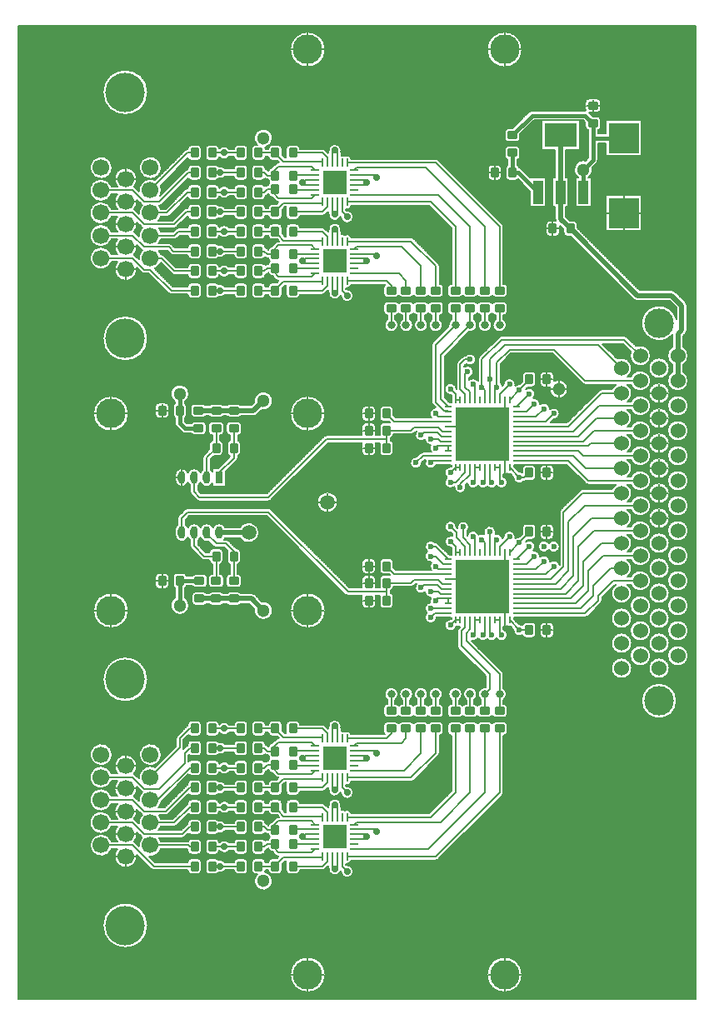
<source format=gtl>
%FSAX43Y43*%
%MOMM*%
G71*
G01*
G75*
G04 Layer_Physical_Order=1*
G04 Layer_Color=48896*
%ADD10C,0.200*%
G04:AMPARAMS|DCode=11|XSize=0.8mm|YSize=1mm|CornerRadius=0.08mm|HoleSize=0mm|Usage=FLASHONLY|Rotation=180.000|XOffset=0mm|YOffset=0mm|HoleType=Round|Shape=RoundedRectangle|*
%AMROUNDEDRECTD11*
21,1,0.800,0.840,0,0,180.0*
21,1,0.640,1.000,0,0,180.0*
1,1,0.160,-0.320,0.420*
1,1,0.160,0.320,0.420*
1,1,0.160,0.320,-0.420*
1,1,0.160,-0.320,-0.420*
%
%ADD11ROUNDEDRECTD11*%
%ADD12R,3.048X3.048*%
G04:AMPARAMS|DCode=13|XSize=0.8mm|YSize=1mm|CornerRadius=0.08mm|HoleSize=0mm|Usage=FLASHONLY|Rotation=270.000|XOffset=0mm|YOffset=0mm|HoleType=Round|Shape=RoundedRectangle|*
%AMROUNDEDRECTD13*
21,1,0.800,0.840,0,0,270.0*
21,1,0.640,1.000,0,0,270.0*
1,1,0.160,-0.420,-0.320*
1,1,0.160,-0.420,0.320*
1,1,0.160,0.420,0.320*
1,1,0.160,0.420,-0.320*
%
%ADD13ROUNDEDRECTD13*%
%ADD14R,3.300X2.400*%
%ADD15R,1.000X2.400*%
%ADD16R,5.500X5.500*%
%ADD17R,0.250X0.750*%
%ADD18O,0.250X0.750*%
%ADD19O,0.750X0.250*%
%ADD20R,2.340X2.340*%
%ADD21R,0.900X0.250*%
%ADD22O,0.900X0.250*%
%ADD23O,0.250X0.900*%
%ADD24O,0.762X1.270*%
%ADD25R,0.762X1.270*%
%ADD26C,0.500*%
%ADD27C,0.400*%
%ADD28C,0.175*%
%ADD29C,1.700*%
%ADD30C,4.000*%
%ADD31C,1.524*%
%ADD32C,3.000*%
%ADD33C,0.700*%
%ADD34C,1.500*%
%ADD35C,1.300*%
%ADD36C,0.600*%
%ADD37C,0.800*%
G54D10*
X0084800Y0131620D02*
G03*
X0084420Y0132000I-0000380J0000000D01*
G01*
Y0130600D02*
G03*
X0084800Y0130980I0000000J0000380D01*
G01*
Y0129820D02*
G03*
X0084420Y0130200I-0000380J0000000D01*
G01*
X0084500Y0128809D02*
G03*
X0084800Y0129180I-0000080J0000371D01*
G01*
X0084354Y0125446D02*
G03*
X0084500Y0125800I-0000354J0000354D01*
G01*
X0084354Y0125446D02*
G03*
X0084500Y0125800I-0000354J0000354D01*
G01*
X0083950Y0124800D02*
G03*
X0083925Y0125018I-0000950J0000000D01*
G01*
X0092390Y0112388D02*
G03*
X0092000Y0112550I-0000390J-0000388D01*
G01*
X0093550Y0111000D02*
G03*
X0093388Y0111390I-0000550J0000000D01*
G01*
X0093550Y0111000D02*
G03*
X0093389Y0111389I-0000550J0000000D01*
G01*
X0092389Y0112389D02*
G03*
X0092000Y0112550I-0000389J-0000389D01*
G01*
X0092450Y0109625D02*
G03*
X0092057Y0108010I-0001748J-0000430D01*
G01*
X0088111Y0111611D02*
G03*
X0088500Y0111450I0000389J0000389D01*
G01*
X0088110Y0111612D02*
G03*
X0088500Y0111450I0000390J0000388D01*
G01*
X0083580Y0132000D02*
G03*
X0083200Y0131620I0000000J-0000380D01*
G01*
Y0130980D02*
G03*
X0083247Y0130798I0000380J0000000D01*
G01*
X0083200Y0129180D02*
G03*
X0083500Y0128809I0000380J0000000D01*
G01*
X0083512Y0124000D02*
G03*
X0083950Y0124800I-0000512J0000800D01*
G01*
X0083218Y0125725D02*
G03*
X0082488Y0124000I-0000218J-0000925D01*
G01*
X0082400Y0119220D02*
G03*
X0082020Y0119600I-0000380J0000000D01*
G01*
X0080150Y0119800D02*
G03*
X0080188Y0119600I0000550J0000000D01*
G01*
X0080150Y0119800D02*
G03*
X0080188Y0119600I0000550J0000000D01*
G01*
X0081000Y0118380D02*
G03*
X0081380Y0118000I0000380J0000000D01*
G01*
X0080220D02*
G03*
X0080600Y0118380I0000000J0000380D01*
G01*
X0079580Y0119600D02*
G03*
X0079200Y0119220I0000000J-0000380D01*
G01*
Y0118380D02*
G03*
X0079580Y0118000I0000380J0000000D01*
G01*
X0093389Y0108111D02*
G03*
X0093550Y0108500I-0000389J0000389D01*
G01*
X0093388Y0108110D02*
G03*
X0093550Y0108500I-0000388J0000390D01*
G01*
X0093669Y0105885D02*
G03*
X0093157Y0106793I-0001062J0000000D01*
G01*
Y0104977D02*
G03*
X0093669Y0105885I-0000550J0000908D01*
G01*
X0092057Y0106793D02*
G03*
X0092057Y0104977I0000550J-0000908D01*
G01*
Y0104253D02*
G03*
X0093669Y0103345I0000550J-0000908D01*
G01*
D02*
G03*
X0093157Y0104253I-0001062J0000000D01*
G01*
X0091764Y0104615D02*
G03*
X0091764Y0104615I-0001062J0000000D01*
G01*
X0093669Y0100805D02*
G03*
X0093669Y0100805I-0001062J0000000D01*
G01*
X0091764Y0102075D02*
G03*
X0091764Y0102075I-0001062J0000000D01*
G01*
X0093669Y0098265D02*
G03*
X0093669Y0098265I-0001062J0000000D01*
G01*
X0091764Y0099535D02*
G03*
X0091764Y0099535I-0001062J0000000D01*
G01*
X0093669Y0095725D02*
G03*
X0093669Y0095725I-0001062J0000000D01*
G01*
X0091764Y0096995D02*
G03*
X0091764Y0096995I-0001062J0000000D01*
G01*
X0087465Y0107783D02*
G03*
X0087182Y0107900I-0000283J-0000283D01*
G01*
X0087465Y0107782D02*
G03*
X0087182Y0107900I-0000283J-0000282D01*
G01*
X0089859Y0105885D02*
G03*
X0088384Y0106863I-0001062J0000000D01*
G01*
X0087819Y0106298D02*
G03*
X0089859Y0105885I0000978J-0000413D01*
G01*
X0087954Y0104615D02*
G03*
X0086479Y0105593I-0001062J0000000D01*
G01*
X0089859Y0103345D02*
G03*
X0087813Y0103745I-0001062J0000000D01*
G01*
Y0102945D02*
G03*
X0089859Y0103345I0000984J0000400D01*
G01*
X0087501Y0103745D02*
G03*
X0087954Y0104615I-0000609J0000870D01*
G01*
X0082872Y0103062D02*
G03*
X0083155Y0102945I0000283J0000283D01*
G01*
X0082872Y0103063D02*
G03*
X0083155Y0102945I0000283J0000282D01*
G01*
X0086283D02*
G03*
X0085908Y0102475I0000609J-0000870D01*
G01*
X0084875D02*
G03*
X0084592Y0102358I0000000J-0000400D01*
G01*
X0084875Y0102475D02*
G03*
X0084592Y0102357I0000000J-0000400D01*
G01*
X0080000Y0103920D02*
G03*
X0079620Y0104300I-0000380J0000000D01*
G01*
X0081450Y0102500D02*
G03*
X0080000Y0103308I-0000950J0000000D01*
G01*
X0089859Y0100805D02*
G03*
X0087813Y0101205I-0001062J0000000D01*
G01*
X0087501D02*
G03*
X0087954Y0102075I-0000609J0000870D01*
G01*
D02*
G03*
X0087501Y0102945I-0001062J0000000D01*
G01*
X0087813Y0100405D02*
G03*
X0089859Y0100805I0000984J0000400D01*
G01*
Y0098265D02*
G03*
X0087813Y0098665I-0001062J0000000D01*
G01*
X0087954Y0099535D02*
G03*
X0087501Y0100405I-0001062J0000000D01*
G01*
Y0098665D02*
G03*
X0087954Y0099535I-0000609J0000870D01*
G01*
X0087813Y0097865D02*
G03*
X0089859Y0098265I0000984J0000400D01*
G01*
X0087954Y0096995D02*
G03*
X0087501Y0097865I-0001062J0000000D01*
G01*
X0089859Y0095725D02*
G03*
X0087813Y0096125I-0001062J0000000D01*
G01*
Y0095325D02*
G03*
X0089859Y0095725I0000984J0000400D01*
G01*
X0087501Y0096125D02*
G03*
X0087954Y0096995I-0000609J0000870D01*
G01*
X0079571Y0102700D02*
G03*
X0081450Y0102500I0000929J-0000200D01*
G01*
X0080600Y0100000D02*
G03*
X0079597Y0100445I-0000600J0000000D01*
G01*
X0079967Y0099401D02*
G03*
X0080600Y0100000I0000033J0000599D01*
G01*
X0079600Y0100500D02*
G03*
X0078597Y0100945I-0000600J0000000D01*
G01*
X0077800Y0130800D02*
G03*
X0077446Y0130654I0000000J-0000500D01*
G01*
X0077800Y0130800D02*
G03*
X0077446Y0130654I0000000J-0000500D01*
G01*
X0076800Y0137000D02*
G03*
X0076800Y0137000I-0001800J0000000D01*
G01*
X0076220Y0127600D02*
G03*
X0076600Y0127980I0000000J0000380D01*
G01*
Y0126820D02*
G03*
X0076220Y0127200I-0000380J0000000D01*
G01*
X0076754Y0124854D02*
G03*
X0076493Y0124991I-0000354J-0000354D01*
G01*
X0076754Y0124854D02*
G03*
X0076493Y0124991I-0000354J-0000354D01*
G01*
X0076300Y0125809D02*
G03*
X0076600Y0126180I-0000080J0000371D01*
G01*
X0076493Y0124991D02*
G03*
X0076300Y0125255I-0000373J-0000071D01*
G01*
X0075000Y0127980D02*
G03*
X0075380Y0127600I0000380J0000000D01*
G01*
Y0129000D02*
G03*
X0075000Y0128620I0000000J-0000380D01*
G01*
X0075380Y0127200D02*
G03*
X0075000Y0126820I0000000J-0000380D01*
G01*
Y0126180D02*
G03*
X0075300Y0125809I0000380J0000000D01*
G01*
Y0125255D02*
G03*
X0075100Y0124920I0000180J-0000335D01*
G01*
X0068283Y0125783D02*
G03*
X0068000Y0125900I-0000283J-0000283D01*
G01*
X0068283Y0125782D02*
G03*
X0068000Y0125900I-0000283J-0000282D01*
G01*
X0074700Y0124920D02*
G03*
X0074320Y0125300I-0000380J0000000D01*
G01*
X0073680D02*
G03*
X0073300Y0124920I0000000J-0000380D01*
G01*
X0076120Y0123700D02*
G03*
X0076385Y0123808I0000000J0000380D01*
G01*
X0074320Y0123700D02*
G03*
X0074700Y0124080I0000000J0000380D01*
G01*
X0075100D02*
G03*
X0075480Y0123700I0000380J0000000D01*
G01*
X0075300Y0112820D02*
G03*
X0074920Y0113200I-0000380J0000000D01*
G01*
Y0111800D02*
G03*
X0075300Y0112180I0000000J0000380D01*
G01*
X0074900Y0119000D02*
G03*
X0074783Y0119283I-0000400J0000000D01*
G01*
X0074900Y0119000D02*
G03*
X0074782Y0119283I-0000400J0000000D01*
G01*
X0073750Y0111992D02*
G03*
X0074080Y0111800I0000330J0000188D01*
G01*
X0073300Y0124080D02*
G03*
X0073680Y0123700I0000380J0000000D01*
G01*
X0068400Y0115000D02*
G03*
X0068283Y0115283I-0000400J0000000D01*
G01*
X0068400Y0115000D02*
G03*
X0068282Y0115283I-0000400J0000000D01*
G01*
X0071920Y0111800D02*
G03*
X0072250Y0111992I0000000J0000380D01*
G01*
D02*
G03*
X0072580Y0111800I0000330J0000188D01*
G01*
X0070750Y0111992D02*
G03*
X0071080Y0111800I0000330J0000188D01*
G01*
X0073420Y0111800D02*
G03*
X0073750Y0111992I0000000J0000380D01*
G01*
X0069200Y0112180D02*
G03*
X0069580Y0111800I0000380J0000000D01*
G01*
Y0113200D02*
G03*
X0069200Y0112820I0000000J-0000380D01*
G01*
X0070420Y0111800D02*
G03*
X0070750Y0111992I0000000J0000380D01*
G01*
X0068800Y0112820D02*
G03*
X0068420Y0113200I-0000380J0000000D01*
G01*
Y0111800D02*
G03*
X0068800Y0112180I0000000J0000380D01*
G01*
X0058400Y0126750D02*
G03*
X0057115Y0126610I-0000650J0000000D01*
G01*
X0056783Y0126782D02*
G03*
X0056500Y0126900I-0000283J-0000282D01*
G01*
X0056783Y0126783D02*
G03*
X0056500Y0126900I-0000283J-0000283D01*
G01*
X0058900Y0120762D02*
G03*
X0059418Y0121100I0000100J0000413D01*
G01*
Y0125900D02*
G03*
X0058750Y0126169I-0000418J-0000075D01*
G01*
X0058400Y0126500D02*
G03*
X0058385Y0126610I-0000400J0000000D01*
G01*
X0058400Y0126500D02*
G03*
X0058385Y0126610I-0000400J0000000D01*
G01*
Y0126610D02*
G03*
X0058400Y0126750I-0000635J0000140D01*
G01*
X0058750Y0126169D02*
G03*
X0058400Y0126238I-0000250J-0000344D01*
G01*
X0059650Y0120000D02*
G03*
X0058921Y0120645I-0000650J0000000D01*
G01*
X0058350Y0120000D02*
G03*
X0059650Y0120000I0000650J0000000D01*
G01*
X0057115Y0126610D02*
G03*
X0057100Y0126500I0000385J-0000110D01*
G01*
X0057115Y0126610D02*
G03*
X0057100Y0126500I0000385J-0000110D01*
G01*
X0057100Y0120500D02*
G03*
X0057115Y0120390I0000400J0000000D01*
G01*
X0057100Y0120500D02*
G03*
X0057115Y0120390I0000400J0000000D01*
G01*
X0056500Y0120100D02*
G03*
X0056783Y0120218I0000000J0000400D01*
G01*
X0056500Y0120100D02*
G03*
X0056783Y0120217I0000000J0000400D01*
G01*
X0057115Y0120390D02*
G03*
X0058350Y0120000I0000635J-0000140D01*
G01*
X0065783Y0117783D02*
G03*
X0065500Y0117900I-0000283J-0000283D01*
G01*
X0065783Y0117782D02*
G03*
X0065500Y0117900I-0000283J-0000282D01*
G01*
X0067250Y0111992D02*
G03*
X0067580Y0111800I0000330J0000188D01*
G01*
X0066920D02*
G03*
X0067250Y0111992I0000000J0000380D01*
G01*
X0065750Y0111992D02*
G03*
X0066080Y0111800I0000330J0000188D01*
G01*
X0062823Y0113100D02*
G03*
X0062700Y0112820I0000257J-0000280D01*
G01*
X0064250Y0111992D02*
G03*
X0064580Y0111800I0000330J0000188D01*
G01*
X0065420D02*
G03*
X0065750Y0111992I0000000J0000380D01*
G01*
X0063920Y0111800D02*
G03*
X0064250Y0111992I0000000J0000380D01*
G01*
X0062700Y0112180D02*
G03*
X0063080Y0111800I0000380J0000000D01*
G01*
X0058385Y0118610D02*
G03*
X0058400Y0118750I-0000635J0000140D01*
G01*
Y0118500D02*
G03*
X0058385Y0118610I-0000400J0000000D01*
G01*
X0058400Y0118750D02*
G03*
X0057115Y0118610I-0000650J0000000D01*
G01*
X0057115Y0118610D02*
G03*
X0057100Y0118500I0000385J-0000110D01*
G01*
X0058400Y0118500D02*
G03*
X0058385Y0118610I-0000400J0000000D01*
G01*
X0057115Y0118610D02*
G03*
X0057100Y0118500I0000385J-0000110D01*
G01*
X0056783Y0118783D02*
G03*
X0056500Y0118900I-0000283J-0000283D01*
G01*
X0056783Y0118782D02*
G03*
X0056500Y0118900I-0000283J-0000282D01*
G01*
X0059418Y0117900D02*
G03*
X0058750Y0118169I-0000418J-0000075D01*
G01*
X0058750D02*
G03*
X0058400Y0118238I-0000250J-0000344D01*
G01*
X0059650Y0112000D02*
G03*
X0058921Y0112645I-0000650J0000000D01*
G01*
X0058900Y0112762D02*
G03*
X0059418Y0113100I0000100J0000413D01*
G01*
X0057100Y0112500D02*
G03*
X0057115Y0112390I0000400J0000000D01*
G01*
Y0112390D02*
G03*
X0058350Y0112000I0000635J-0000140D01*
G01*
D02*
G03*
X0059650Y0112000I0000650J0000000D01*
G01*
X0057100Y0112500D02*
G03*
X0057115Y0112390I0000400J0000000D01*
G01*
X0056500Y0112100D02*
G03*
X0056783Y0112218I0000000J0000400D01*
G01*
X0056500Y0112100D02*
G03*
X0056783Y0112217I0000000J0000400D01*
G01*
X0075300Y0111020D02*
G03*
X0074920Y0111400I-0000380J0000000D01*
G01*
X0074080D02*
G03*
X0073750Y0111208I0000000J-0000380D01*
G01*
X0074920Y0110000D02*
G03*
X0075300Y0110380I0000000J0000380D01*
G01*
X0075200Y0109000D02*
G03*
X0074900Y0109574I-0000700J0000000D01*
G01*
X0074100Y0109574D02*
G03*
X0075200Y0109000I0000400J-0000574D01*
G01*
X0073750Y0110192D02*
G03*
X0074080Y0110000I0000330J0000188D01*
G01*
X0073750Y0111208D02*
G03*
X0073420Y0111400I-0000330J-0000188D01*
G01*
Y0110000D02*
G03*
X0073750Y0110192I0000000J0000380D01*
G01*
X0072580Y0111400D02*
G03*
X0072250Y0111208I0000000J-0000380D01*
G01*
X0072250Y0110192D02*
G03*
X0072580Y0110000I0000330J0000188D01*
G01*
X0073700Y0109000D02*
G03*
X0073400Y0109574I-0000700J0000000D01*
G01*
X0074700Y0107900D02*
G03*
X0074417Y0107783I0000000J-0000400D01*
G01*
X0074700Y0107900D02*
G03*
X0074417Y0107782I0000000J-0000400D01*
G01*
X0072600Y0109574D02*
G03*
X0073700Y0109000I0000400J-0000574D01*
G01*
X0072418Y0105783D02*
G03*
X0072300Y0105500I0000282J-0000283D01*
G01*
X0072250Y0111208D02*
G03*
X0071920Y0111400I-0000330J-0000188D01*
G01*
Y0110000D02*
G03*
X0072250Y0110192I0000000J0000380D01*
G01*
X0070750Y0111208D02*
G03*
X0070420Y0111400I-0000330J-0000188D01*
G01*
X0071080D02*
G03*
X0070750Y0111208I0000000J-0000380D01*
G01*
X0069580Y0111400D02*
G03*
X0069200Y0111020I0000000J-0000380D01*
G01*
X0068800D02*
G03*
X0068420Y0111400I-0000380J0000000D01*
G01*
X0069200Y0110380D02*
G03*
X0069580Y0110000I0000380J0000000D01*
G01*
X0068420D02*
G03*
X0068800Y0110380I0000000J0000380D01*
G01*
X0068700Y0109000D02*
G03*
X0068400Y0109574I-0000700J0000000D01*
G01*
X0072200Y0109000D02*
G03*
X0071900Y0109574I-0000700J0000000D01*
G01*
X0071377Y0108311D02*
G03*
X0072200Y0109000I0000123J0000689D01*
G01*
X0072417Y0105783D02*
G03*
X0072300Y0105500I0000283J-0000283D01*
G01*
X0072100D02*
G03*
X0071053Y0105900I-0000600J0000000D01*
G01*
X0071000D02*
G03*
X0070717Y0105783I0000000J-0000400D01*
G01*
X0071000Y0105900D02*
G03*
X0070717Y0105782I0000000J-0000400D01*
G01*
X0069600Y0109574D02*
G03*
X0069311Y0108877I0000400J-0000574D01*
G01*
X0078980Y0104300D02*
G03*
X0078600Y0103920I0000000J-0000380D01*
G01*
X0078200D02*
G03*
X0077820Y0104300I-0000380J0000000D01*
G01*
X0077180D02*
G03*
X0076800Y0103920I0000000J-0000380D01*
G01*
X0076100Y0103000D02*
G03*
X0074901Y0102967I-0000600J0000000D01*
G01*
X0078600Y0103080D02*
G03*
X0078980Y0102700I0000380J0000000D01*
G01*
X0077945Y0101597D02*
G03*
X0078100Y0102000I-0000445J0000403D01*
G01*
X0078600Y0101000D02*
G03*
X0077945Y0101597I-0000600J0000000D01*
G01*
X0077820Y0102700D02*
G03*
X0078200Y0103080I0000000J0000380D01*
G01*
X0076533Y0102999D02*
G03*
X0076073Y0102821I-0000033J-0000599D01*
G01*
X0076073Y0102821D02*
G03*
X0076100Y0103000I-0000573J0000179D01*
G01*
X0078100Y0102000D02*
G03*
X0077160Y0102494I-0000600J0000000D01*
G01*
X0076450Y0094775D02*
G03*
X0076594Y0094800I0000000J0000425D01*
G01*
X0071110Y0105044D02*
G03*
X0072100Y0105500I0000390J0000456D01*
G01*
X0071400Y0103669D02*
G03*
X0071850Y0104250I-0000150J0000581D01*
G01*
X0070218Y0105283D02*
G03*
X0070100Y0105000I0000282J-0000283D01*
G01*
X0070217Y0105283D02*
G03*
X0070100Y0105000I0000283J-0000283D01*
G01*
X0071850Y0104250D02*
G03*
X0070900Y0104737I-0000600J0000000D01*
G01*
X0072300Y0103332D02*
G03*
X0071400Y0103447I-0000500J-0000332D01*
G01*
X0074782Y0102847D02*
G03*
X0074600Y0103147I-0000582J-0000147D01*
G01*
X0074782Y0102847D02*
G03*
X0074600Y0103147I-0000582J-0000147D01*
G01*
X0069600Y0101794D02*
G03*
X0069575Y0101650I0000400J-0000144D01*
G01*
X0070100Y0102500D02*
G03*
X0069533Y0101901I-0000600J0000000D01*
G01*
X0068900Y0094800D02*
G03*
X0069044Y0094775I0000144J0000400D01*
G01*
X0067580Y0111400D02*
G03*
X0067250Y0111208I0000000J-0000380D01*
G01*
D02*
G03*
X0066920Y0111400I-0000330J-0000188D01*
G01*
X0067250Y0110192D02*
G03*
X0067580Y0110000I0000330J0000188D01*
G01*
X0067600Y0109574D02*
G03*
X0068700Y0109000I0000400J-0000574D01*
G01*
X0066920Y0110000D02*
G03*
X0067250Y0110192I0000000J0000380D01*
G01*
X0066080Y0111400D02*
G03*
X0065750Y0111208I0000000J-0000380D01*
G01*
X0065750D02*
G03*
X0065420Y0111400I-0000330J-0000188D01*
G01*
X0067200Y0109000D02*
G03*
X0066900Y0109574I-0000700J0000000D01*
G01*
X0065750Y0110192D02*
G03*
X0066080Y0110000I0000330J0000188D01*
G01*
X0065420D02*
G03*
X0065750Y0110192I0000000J0000380D01*
G01*
X0065700Y0109000D02*
G03*
X0065400Y0109574I-0000700J0000000D01*
G01*
X0067718Y0107283D02*
G03*
X0067600Y0107000I0000282J-0000283D01*
G01*
Y0101143D02*
G03*
X0067718Y0100859I0000400J0000000D01*
G01*
X0067717Y0107283D02*
G03*
X0067600Y0107000I0000283J-0000283D01*
G01*
Y0101143D02*
G03*
X0067717Y0100860I0000400J0000000D01*
G01*
X0066100Y0109574D02*
G03*
X0067200Y0109000I0000400J-0000574D01*
G01*
X0064580Y0111400D02*
G03*
X0064250Y0111208I0000000J-0000380D01*
G01*
Y0110192D02*
G03*
X0064580Y0110000I0000330J0000188D01*
G01*
X0064600Y0109574D02*
G03*
X0065700Y0109000I0000400J-0000574D01*
G01*
X0064250Y0111208D02*
G03*
X0063920Y0111400I-0000330J-0000188D01*
G01*
X0063080D02*
G03*
X0062700Y0111020I0000000J-0000380D01*
G01*
X0063920Y0110000D02*
G03*
X0064250Y0110192I0000000J0000380D01*
G01*
X0063100Y0109574D02*
G03*
X0064200Y0109000I0000400J-0000574D01*
G01*
X0062700Y0110380D02*
G03*
X0063080Y0110000I0000380J0000000D01*
G01*
X0064200Y0109000D02*
G03*
X0063900Y0109574I-0000700J0000000D01*
G01*
X0063700Y0100420D02*
G03*
X0063320Y0100800I-0000380J0000000D01*
G01*
X0062680D02*
G03*
X0062300Y0100420I0000000J-0000380D01*
G01*
X0061900D02*
G03*
X0061520Y0100800I-0000380J0000000D01*
G01*
X0060880D02*
G03*
X0060500Y0100420I0000000J-0000380D01*
G01*
X0067977Y0100600D02*
G03*
X0067553Y0099600I0000023J-0000600D01*
G01*
X0066053Y0098200D02*
G03*
X0066902Y0097354I0000447J-0000400D01*
G01*
X0065500Y0097900D02*
G03*
X0065783Y0098018I0000000J0000400D01*
G01*
X0065500Y0097900D02*
G03*
X0065783Y0098017I0000000J0000400D01*
G01*
X0062300Y0099580D02*
G03*
X0062680Y0099200I0000380J0000000D01*
G01*
X0063400Y0097509D02*
G03*
X0063700Y0097880I-0000080J0000371D01*
G01*
X0062680Y0099100D02*
G03*
X0062300Y0098720I0000000J-0000380D01*
G01*
Y0097880D02*
G03*
X0062309Y0097800I0000380J0000000D01*
G01*
X0066902Y0097354D02*
G03*
X0067481Y0096800I0000598J0000046D01*
G01*
D02*
G03*
X0067553Y0096100I0000519J-0000300D01*
G01*
X0066700D02*
G03*
X0066417Y0095983I0000000J-0000400D01*
G01*
X0066700Y0096100D02*
G03*
X0066417Y0095982I0000000J-0000400D01*
G01*
X0063700Y0096920D02*
G03*
X0063400Y0097291I-0000380J0000000D01*
G01*
X0062309Y0097000D02*
G03*
X0062300Y0096920I0000371J-0000080D01*
G01*
X0063320Y0095700D02*
G03*
X0063700Y0096080I0000000J0000380D01*
G01*
X0062300D02*
G03*
X0062680Y0095700I0000380J0000000D01*
G01*
X0061520Y0099200D02*
G03*
X0061900Y0099580I0000000J0000380D01*
G01*
X0060500D02*
G03*
X0060880Y0099200I0000380J0000000D01*
G01*
X0061900Y0098720D02*
G03*
X0061520Y0099100I-0000380J0000000D01*
G01*
X0060880D02*
G03*
X0060500Y0098720I0000000J-0000380D01*
G01*
X0061891Y0097800D02*
G03*
X0061900Y0097880I-0000371J0000080D01*
G01*
Y0096920D02*
G03*
X0061891Y0097000I-0000380J0000000D01*
G01*
X0061520Y0095700D02*
G03*
X0061900Y0096080I0000000J0000380D01*
G01*
X0060500Y0097880D02*
G03*
X0060509Y0097800I0000380J0000000D01*
G01*
Y0097000D02*
G03*
X0060500Y0096920I0000371J-0000080D01*
G01*
X0056900Y0097800D02*
G03*
X0056617Y0097683I0000000J-0000400D01*
G01*
X0056900Y0097800D02*
G03*
X0056617Y0097682I0000000J-0000400D01*
G01*
X0060500Y0096080D02*
G03*
X0060880Y0095700I0000380J0000000D01*
G01*
X0093669Y0093185D02*
G03*
X0093669Y0093185I-0001062J0000000D01*
G01*
Y0090645D02*
G03*
X0093669Y0090645I-0001062J0000000D01*
G01*
X0091764Y0094455D02*
G03*
X0091764Y0094455I-0001062J0000000D01*
G01*
Y0091915D02*
G03*
X0091764Y0091915I-0001062J0000000D01*
G01*
Y0089375D02*
G03*
X0091764Y0089375I-0001062J0000000D01*
G01*
X0093669Y0088105D02*
G03*
X0093669Y0088105I-0001062J0000000D01*
G01*
Y0085565D02*
G03*
X0093669Y0085565I-0001062J0000000D01*
G01*
X0091764Y0086835D02*
G03*
X0091764Y0086835I-0001062J0000000D01*
G01*
X0093669Y0083025D02*
G03*
X0093669Y0083025I-0001062J0000000D01*
G01*
X0091764Y0084295D02*
G03*
X0091764Y0084295I-0001062J0000000D01*
G01*
Y0081755D02*
G03*
X0091764Y0081755I-0001062J0000000D01*
G01*
X0087501Y0093585D02*
G03*
X0087954Y0094455I-0000609J0000870D01*
G01*
X0089859Y0093185D02*
G03*
X0087813Y0093585I-0001062J0000000D01*
G01*
X0087954Y0094455D02*
G03*
X0087501Y0095325I-0001062J0000000D01*
G01*
X0087813Y0092785D02*
G03*
X0089859Y0093185I0000984J0000400D01*
G01*
X0087954Y0091915D02*
G03*
X0087501Y0092785I-0001062J0000000D01*
G01*
X0086283D02*
G03*
X0085908Y0092315I0000609J-0000870D01*
G01*
X0089859Y0090645D02*
G03*
X0087813Y0091045I-0001062J0000000D01*
G01*
X0087501D02*
G03*
X0087954Y0091915I-0000609J0000870D01*
G01*
X0087813Y0090245D02*
G03*
X0089859Y0090645I0000984J0000400D01*
G01*
X0087954Y0089375D02*
G03*
X0087501Y0090245I-0001062J0000000D01*
G01*
X0080000Y0094420D02*
G03*
X0079621Y0094800I-0000380J0000000D01*
G01*
X0078979D02*
G03*
X0078600Y0094420I0000001J-0000380D01*
G01*
X0079620Y0093200D02*
G03*
X0080000Y0093580I0000000J0000380D01*
G01*
X0078600D02*
G03*
X0078980Y0093200I0000380J0000000D01*
G01*
X0083232Y0092902D02*
G03*
X0083515Y0092785I0000283J0000283D01*
G01*
X0083232Y0092903D02*
G03*
X0083515Y0092785I0000283J0000282D01*
G01*
X0082915Y0092315D02*
G03*
X0082632Y0092198I0000000J-0000400D01*
G01*
X0082915Y0092315D02*
G03*
X0082632Y0092197I0000000J-0000400D01*
G01*
X0080717Y0090283D02*
G03*
X0080600Y0090000I0000283J-0000283D01*
G01*
X0080718Y0090283D02*
G03*
X0080600Y0090000I0000282J-0000283D01*
G01*
X0089859Y0088105D02*
G03*
X0087813Y0088505I-0001062J0000000D01*
G01*
X0087501D02*
G03*
X0087954Y0089375I-0000609J0000870D01*
G01*
X0087813Y0087705D02*
G03*
X0089859Y0088105I0000984J0000400D01*
G01*
X0087954Y0086835D02*
G03*
X0087501Y0087705I-0001062J0000000D01*
G01*
Y0085965D02*
G03*
X0087954Y0086835I-0000609J0000870D01*
G01*
X0089859Y0085565D02*
G03*
X0087813Y0085965I-0001062J0000000D01*
G01*
Y0085165D02*
G03*
X0089859Y0085565I0000984J0000400D01*
G01*
X0087954Y0084295D02*
G03*
X0087501Y0085165I-0001062J0000000D01*
G01*
X0089859Y0083025D02*
G03*
X0087813Y0083425I-0001062J0000000D01*
G01*
X0087501D02*
G03*
X0087954Y0084295I-0000609J0000870D01*
G01*
X0087813Y0082625D02*
G03*
X0089859Y0083025I0000984J0000400D01*
G01*
X0087954Y0081755D02*
G03*
X0087501Y0082625I-0001062J0000000D01*
G01*
X0086283D02*
G03*
X0087954Y0081755I0000609J-0000870D01*
G01*
X0080000Y0088420D02*
G03*
X0079620Y0088800I-0000380J0000000D01*
G01*
Y0087200D02*
G03*
X0080000Y0087580I0000000J0000380D01*
G01*
X0078980Y0088800D02*
G03*
X0078600Y0088420I0000000J-0000380D01*
G01*
Y0087580D02*
G03*
X0078980Y0087200I0000380J0000000D01*
G01*
X0080600Y0086500D02*
G03*
X0079500Y0086832I-0000600J0000000D01*
G01*
Y0086168D02*
G03*
X0080600Y0086500I0000500J0000332D01*
G01*
X0080582Y0084647D02*
G03*
X0079597Y0084945I-0000582J-0000147D01*
G01*
X0079500Y0086832D02*
G03*
X0079500Y0086168I-0000500J-0000332D01*
G01*
X0079600Y0085000D02*
G03*
X0078597Y0085445I-0000600J0000000D01*
G01*
X0093669Y0080485D02*
G03*
X0093669Y0080485I-0001062J0000000D01*
G01*
X0091764Y0079215D02*
G03*
X0091764Y0079215I-0001062J0000000D01*
G01*
X0093669Y0077945D02*
G03*
X0093669Y0077945I-0001062J0000000D01*
G01*
Y0075405D02*
G03*
X0093669Y0075405I-0001062J0000000D01*
G01*
X0091764Y0074135D02*
G03*
X0091764Y0074135I-0001062J0000000D01*
G01*
Y0076675D02*
G03*
X0091764Y0076675I-0001062J0000000D01*
G01*
X0092502Y0070825D02*
G03*
X0092502Y0070825I-0001800J0000000D01*
G01*
X0089859Y0080485D02*
G03*
X0089859Y0080485I-0001062J0000000D01*
G01*
Y0077945D02*
G03*
X0089859Y0077945I-0001062J0000000D01*
G01*
Y0075405D02*
G03*
X0089859Y0075405I-0001062J0000000D01*
G01*
X0087954Y0079215D02*
G03*
X0087954Y0079215I-0001062J0000000D01*
G01*
Y0076675D02*
G03*
X0087954Y0076675I-0001062J0000000D01*
G01*
Y0074135D02*
G03*
X0087954Y0074135I-0001062J0000000D01*
G01*
X0084783Y0080717D02*
G03*
X0084900Y0081000I-0000283J0000283D01*
G01*
X0084782Y0080717D02*
G03*
X0084900Y0081000I-0000282J0000283D01*
G01*
X0083200Y0079300D02*
G03*
X0083483Y0079417I0000000J0000400D01*
G01*
X0083200Y0079300D02*
G03*
X0083483Y0079418I0000000J0000400D01*
G01*
X0080000Y0078420D02*
G03*
X0079620Y0078800I-0000380J0000000D01*
G01*
X0078980D02*
G03*
X0078600Y0078420I0000000J-0000380D01*
G01*
X0079620Y0077200D02*
G03*
X0080000Y0077580I0000000J0000380D01*
G01*
X0078600D02*
G03*
X0078980Y0077200I0000380J0000000D01*
G01*
X0078200Y0094420D02*
G03*
X0077821Y0094800I-0000380J0000000D01*
G01*
X0077179D02*
G03*
X0076800Y0094420I0000001J-0000380D01*
G01*
Y0094020D02*
G03*
X0076467Y0094099I-0000300J-0000520D01*
G01*
X0077820Y0093200D02*
G03*
X0078200Y0093580I0000000J0000380D01*
G01*
X0077000Y0093100D02*
G03*
X0077265Y0093200I0000000J0000400D01*
G01*
X0077000Y0093100D02*
G03*
X0077265Y0093200I0000000J0000400D01*
G01*
X0075250Y0093906D02*
G03*
X0075598Y0093836I0000250J0000344D01*
G01*
X0074900Y0093837D02*
G03*
X0075250Y0093906I0000100J0000413D01*
G01*
X0075901Y0093533D02*
G03*
X0076947Y0093100I0000599J-0000033D01*
G01*
X0075300Y0093000D02*
G03*
X0074900Y0093566I-0000600J0000000D01*
G01*
X0077180Y0088800D02*
G03*
X0076800Y0088420I0000000J-0000380D01*
G01*
X0078200D02*
G03*
X0077820Y0088800I-0000380J0000000D01*
G01*
Y0087200D02*
G03*
X0078200Y0087580I0000000J0000380D01*
G01*
X0076073Y0087321D02*
G03*
X0076100Y0087500I-0000573J0000179D01*
G01*
X0076533Y0087499D02*
G03*
X0076073Y0087321I-0000033J-0000599D01*
G01*
X0074200Y0092668D02*
G03*
X0075300Y0093000I0000500J0000332D01*
G01*
X0076100Y0087500D02*
G03*
X0074901Y0087467I-0000600J0000000D01*
G01*
X0074782Y0087347D02*
G03*
X0074060Y0087783I-0000582J-0000147D01*
G01*
X0073250Y0092603D02*
G03*
X0074200Y0092668I0000450J0000397D01*
G01*
X0072300D02*
G03*
X0073250Y0092603I0000500J0000332D01*
G01*
X0071203Y0092938D02*
G03*
X0072300Y0092668I0000597J0000062D01*
G01*
X0069533Y0094599D02*
G03*
X0069168Y0093500I-0000033J-0000599D01*
G01*
X0071100Y0092500D02*
G03*
X0071036Y0092770I-0000600J0000000D01*
G01*
X0069903Y0092555D02*
G03*
X0071100Y0092500I0000597J-0000055D01*
G01*
X0069168Y0093500D02*
G03*
X0069903Y0092555I0000332J-0000500D01*
G01*
X0071200Y0088053D02*
G03*
X0071400Y0088500I-0000400J0000447D01*
G01*
X0074060Y0087783D02*
G03*
X0074100Y0088000I-0000560J0000217D01*
G01*
D02*
G03*
X0072959Y0087741I-0000600J0000000D01*
G01*
D02*
G03*
X0072366Y0087699I-0000259J-0000541D01*
G01*
D02*
G03*
X0071203Y0087562I-0000566J-0000199D01*
G01*
X0071400Y0088500D02*
G03*
X0070220Y0088345I-0000600J0000000D01*
G01*
X0070100Y0088500D02*
G03*
X0069533Y0087901I-0000600J0000000D01*
G01*
X0077945Y0086097D02*
G03*
X0078100Y0086500I-0000445J0000403D01*
G01*
X0078600Y0085500D02*
G03*
X0077945Y0086097I-0000600J0000000D01*
G01*
X0078200Y0078420D02*
G03*
X0077820Y0078800I-0000380J0000000D01*
G01*
X0078100Y0086500D02*
G03*
X0077160Y0086994I-0000600J0000000D01*
G01*
X0076450Y0079275D02*
G03*
X0076594Y0079300I0000000J0000425D01*
G01*
X0077180Y0078800D02*
G03*
X0076812Y0078513I0000000J-0000380D01*
G01*
X0076812D02*
G03*
X0076467Y0078599I-0000312J-0000513D01*
G01*
X0075250Y0078406D02*
G03*
X0075598Y0078336I0000250J0000344D01*
G01*
X0074900Y0078337D02*
G03*
X0075250Y0078406I0000100J0000413D01*
G01*
X0077820Y0077200D02*
G03*
X0078200Y0077580I0000000J0000380D01*
G01*
X0076812Y0077487D02*
G03*
X0077180Y0077200I0000368J0000093D01*
G01*
X0075901Y0078033D02*
G03*
X0076812Y0077487I0000599J-0000033D01*
G01*
X0075300Y0077500D02*
G03*
X0074900Y0078066I-0000600J0000000D01*
G01*
X0074200Y0077168D02*
G03*
X0075300Y0077500I0000500J0000332D01*
G01*
X0069600Y0086294D02*
G03*
X0069575Y0086150I0000400J-0000144D01*
G01*
X0069700Y0087566D02*
G03*
X0069533Y0086401I-0000200J-0000566D01*
G01*
Y0079099D02*
G03*
X0070074Y0078325I-0000033J-0000599D01*
G01*
X0068900Y0079300D02*
G03*
X0069044Y0079275I0000144J0000400D01*
G01*
X0068276Y0086783D02*
G03*
X0067994Y0086900I-0000283J-0000283D01*
G01*
X0068277Y0086782D02*
G03*
X0067994Y0086900I-0000283J-0000282D01*
G01*
X0067555Y0084903D02*
G03*
X0067553Y0084100I0000445J-0000403D01*
G01*
X0067481Y0081300D02*
G03*
X0067436Y0080797I0000519J-0000300D01*
G01*
X0073250Y0077103D02*
G03*
X0074200Y0077168I0000450J0000397D01*
G01*
X0072300D02*
G03*
X0073250Y0077103I0000500J0000332D01*
G01*
X0071645Y0076920D02*
G03*
X0072300Y0077168I0000155J0000580D01*
G01*
X0070318Y0078183D02*
G03*
X0070200Y0077900I0000282J-0000283D01*
G01*
X0070317Y0078183D02*
G03*
X0070200Y0077900I0000283J-0000283D01*
G01*
X0066980Y0095300D02*
G03*
X0068066Y0094800I0000520J-0000300D01*
G01*
X0067947Y0086900D02*
G03*
X0067168Y0086000I-0000447J-0000400D01*
G01*
Y0086000D02*
G03*
X0067555Y0084903I0000332J-0000500D01*
G01*
X0066033Y0095599D02*
G03*
X0066600Y0095000I-0000033J-0000599D01*
G01*
X0063700Y0084920D02*
G03*
X0063320Y0085300I-0000380J0000000D01*
G01*
X0062680D02*
G03*
X0062300Y0084920I0000000J-0000380D01*
G01*
Y0084080D02*
G03*
X0062680Y0083700I0000380J0000000D01*
G01*
X0062680Y0083600D02*
G03*
X0062300Y0083220I0000000J-0000380D01*
G01*
X0058050Y0091000D02*
G03*
X0058050Y0091000I-0001050J0000000D01*
G01*
X0061900Y0084920D02*
G03*
X0061520Y0085300I-0000380J0000000D01*
G01*
Y0083700D02*
G03*
X0061900Y0084080I0000000J0000380D01*
G01*
X0060500D02*
G03*
X0060880Y0083700I0000380J0000000D01*
G01*
X0061900Y0083220D02*
G03*
X0061520Y0083600I-0000380J0000000D01*
G01*
X0060880Y0085300D02*
G03*
X0060500Y0084920I0000000J-0000380D01*
G01*
X0060880Y0083600D02*
G03*
X0060500Y0083220I0000000J-0000380D01*
G01*
X0066902Y0081854D02*
G03*
X0067481Y0081300I0000598J0000046D01*
G01*
X0066053Y0082700D02*
G03*
X0066902Y0081854I0000447J-0000400D01*
G01*
X0065500Y0082400D02*
G03*
X0065783Y0082517I0000000J0000400D01*
G01*
X0065500Y0082400D02*
G03*
X0065783Y0082518I0000000J0000400D01*
G01*
X0063400Y0082009D02*
G03*
X0063700Y0082380I-0000080J0000371D01*
G01*
X0062300D02*
G03*
X0062309Y0082300I0000380J0000000D01*
G01*
X0063700Y0081420D02*
G03*
X0063400Y0081791I-0000380J0000000D01*
G01*
X0062309Y0081500D02*
G03*
X0062300Y0081420I0000371J-0000080D01*
G01*
X0063320Y0080200D02*
G03*
X0063700Y0080580I0000000J0000380D01*
G01*
X0067436Y0080797D02*
G03*
X0067103Y0079750I0000064J-0000597D01*
G01*
D02*
G03*
X0068100Y0079300I0000397J-0000450D01*
G01*
X0062300Y0080580D02*
G03*
X0062680Y0080200I0000380J0000000D01*
G01*
X0061891Y0082300D02*
G03*
X0061900Y0082380I-0000371J0000080D01*
G01*
X0060500D02*
G03*
X0060509Y0082300I0000380J0000000D01*
G01*
X0060509Y0081500D02*
G03*
X0060500Y0081420I0000371J-0000080D01*
G01*
X0061900D02*
G03*
X0061891Y0081500I-0000380J0000000D01*
G01*
X0058817Y0081618D02*
G03*
X0059100Y0081500I0000283J0000282D01*
G01*
X0058817Y0081617D02*
G03*
X0059100Y0081500I0000283J0000283D01*
G01*
X0061520Y0080200D02*
G03*
X0061900Y0080580I0000000J0000380D01*
G01*
X0060500D02*
G03*
X0060880Y0080200I0000380J0000000D01*
G01*
X0074900Y0073500D02*
G03*
X0074782Y0073783I-0000400J0000000D01*
G01*
X0074900Y0073500D02*
G03*
X0074783Y0073783I-0000400J0000000D01*
G01*
X0075200Y0071500D02*
G03*
X0074900Y0072074I-0000700J0000000D01*
G01*
Y0070926D02*
G03*
X0075200Y0071500I-0000400J0000574D01*
G01*
X0073100Y0072193D02*
G03*
X0072600Y0070926I-0000100J-0000693D01*
G01*
X0071900D02*
G03*
X0072200Y0071500I-0000400J0000574D01*
G01*
D02*
G03*
X0071100Y0070926I-0000700J0000000D01*
G01*
X0075300Y0070120D02*
G03*
X0074920Y0070500I-0000380J0000000D01*
G01*
Y0069100D02*
G03*
X0075300Y0069480I0000000J0000380D01*
G01*
X0073750Y0069292D02*
G03*
X0074080Y0069100I0000330J0000188D01*
G01*
X0073420D02*
G03*
X0073750Y0069292I0000000J0000380D01*
G01*
X0072580Y0070500D02*
G03*
X0072250Y0070308I0000000J-0000380D01*
G01*
X0071920Y0069100D02*
G03*
X0072250Y0069292I0000000J0000380D01*
G01*
X0071080Y0070500D02*
G03*
X0070750Y0070308I0000000J-0000380D01*
G01*
X0072250D02*
G03*
X0071920Y0070500I-0000330J-0000188D01*
G01*
X0072250Y0069292D02*
G03*
X0072580Y0069100I0000330J0000188D01*
G01*
X0070750Y0069292D02*
G03*
X0071080Y0069100I0000330J0000188D01*
G01*
X0070200Y0076400D02*
G03*
X0070317Y0076117I0000400J0000000D01*
G01*
X0070200Y0076400D02*
G03*
X0070318Y0076117I0000400J0000000D01*
G01*
X0070400Y0070926D02*
G03*
X0070700Y0071500I-0000400J0000574D01*
G01*
D02*
G03*
X0069600Y0070926I-0000700J0000000D01*
G01*
X0068400D02*
G03*
X0068700Y0071500I-0000400J0000574D01*
G01*
D02*
G03*
X0067600Y0070926I-0000700J0000000D01*
G01*
X0066900D02*
G03*
X0067200Y0071500I-0000400J0000574D01*
G01*
X0070750Y0070308D02*
G03*
X0070420Y0070500I-0000330J-0000188D01*
G01*
X0069580D02*
G03*
X0069200Y0070120I0000000J-0000380D01*
G01*
X0070420Y0069100D02*
G03*
X0070750Y0069292I0000000J0000380D01*
G01*
X0069200Y0069480D02*
G03*
X0069580Y0069100I0000380J0000000D01*
G01*
X0068800Y0070120D02*
G03*
X0068420Y0070500I-0000380J0000000D01*
G01*
Y0069100D02*
G03*
X0068800Y0069480I0000000J0000380D01*
G01*
X0067250Y0070308D02*
G03*
X0066920Y0070500I-0000330J-0000188D01*
G01*
X0067580D02*
G03*
X0067250Y0070308I0000000J-0000380D01*
G01*
X0066920Y0069100D02*
G03*
X0067250Y0069292I0000000J0000380D01*
G01*
D02*
G03*
X0067580Y0069100I0000330J0000188D01*
G01*
X0075300Y0068320D02*
G03*
X0074920Y0068700I-0000380J0000000D01*
G01*
Y0067300D02*
G03*
X0075300Y0067680I0000000J0000380D01*
G01*
X0074783Y0061217D02*
G03*
X0074900Y0061500I-0000283J0000283D01*
G01*
X0074080Y0068700D02*
G03*
X0073750Y0068508I0000000J-0000380D01*
G01*
X0074782Y0061217D02*
G03*
X0074900Y0061500I-0000282J0000283D01*
G01*
X0072580Y0068700D02*
G03*
X0072250Y0068508I0000000J-0000380D01*
G01*
X0072250D02*
G03*
X0071920Y0068700I-0000330J-0000188D01*
G01*
X0070750Y0068508D02*
G03*
X0070420Y0068700I-0000330J-0000188D01*
G01*
X0073750Y0068508D02*
G03*
X0073420Y0068700I-0000330J-0000188D01*
G01*
X0071080D02*
G03*
X0070750Y0068508I0000000J-0000380D01*
G01*
X0076800Y0043000D02*
G03*
X0076800Y0043000I-0001800J0000000D01*
G01*
X0069580Y0068700D02*
G03*
X0069200Y0068320I0000000J-0000380D01*
G01*
Y0067680D02*
G03*
X0069580Y0067300I0000380J0000000D01*
G01*
X0068420D02*
G03*
X0068800Y0067680I0000000J0000380D01*
G01*
Y0068320D02*
G03*
X0068420Y0068700I-0000380J0000000D01*
G01*
X0067580D02*
G03*
X0067250Y0068508I0000000J-0000380D01*
G01*
D02*
G03*
X0066920Y0068700I-0000330J-0000188D01*
G01*
X0068282Y0065217D02*
G03*
X0068400Y0065500I-0000282J0000283D01*
G01*
X0068283Y0065217D02*
G03*
X0068400Y0065500I-0000283J0000283D01*
G01*
X0068000Y0054600D02*
G03*
X0068283Y0054718I0000000J0000400D01*
G01*
X0068000Y0054600D02*
G03*
X0068283Y0054717I0000000J0000400D01*
G01*
X0067200Y0071500D02*
G03*
X0066100Y0070926I-0000700J0000000D01*
G01*
X0065400D02*
G03*
X0065700Y0071500I-0000400J0000574D01*
G01*
X0066080Y0070500D02*
G03*
X0065750Y0070308I0000000J-0000380D01*
G01*
Y0069292D02*
G03*
X0066080Y0069100I0000330J0000188D01*
G01*
X0065750Y0070308D02*
G03*
X0065420Y0070500I-0000330J-0000188D01*
G01*
Y0069100D02*
G03*
X0065750Y0069292I0000000J0000380D01*
G01*
X0065700Y0071500D02*
G03*
X0064600Y0070926I-0000700J0000000D01*
G01*
X0064580Y0070500D02*
G03*
X0064250Y0070308I0000000J-0000380D01*
G01*
Y0069292D02*
G03*
X0064580Y0069100I0000330J0000188D01*
G01*
X0063920D02*
G03*
X0064250Y0069292I0000000J0000380D01*
G01*
X0066080Y0068700D02*
G03*
X0065750Y0068508I0000000J-0000380D01*
G01*
X0065750D02*
G03*
X0065420Y0068700I-0000330J-0000188D01*
G01*
X0065500Y0062600D02*
G03*
X0065783Y0062718I0000000J0000400D01*
G01*
X0065500Y0062600D02*
G03*
X0065783Y0062717I0000000J0000400D01*
G01*
X0064580Y0068700D02*
G03*
X0064250Y0068508I0000000J-0000380D01*
G01*
X0063900Y0070926D02*
G03*
X0064200Y0071500I-0000400J0000574D01*
G01*
D02*
G03*
X0063100Y0070926I-0000700J0000000D01*
G01*
X0064250Y0070308D02*
G03*
X0063920Y0070500I-0000330J-0000188D01*
G01*
X0063080D02*
G03*
X0062700Y0070120I0000000J-0000380D01*
G01*
Y0069480D02*
G03*
X0063080Y0069100I0000380J0000000D01*
G01*
X0064250Y0068508D02*
G03*
X0063920Y0068700I-0000330J-0000188D01*
G01*
X0063080D02*
G03*
X0062700Y0068320I0000000J-0000380D01*
G01*
X0056783Y0068282D02*
G03*
X0056500Y0068400I-0000283J-0000282D01*
G01*
X0058400Y0068250D02*
G03*
X0057115Y0068110I-0000650J0000000D01*
G01*
X0056783Y0068283D02*
G03*
X0056500Y0068400I-0000283J-0000283D01*
G01*
X0058385Y0068110D02*
G03*
X0058400Y0068250I-0000635J0000140D01*
G01*
Y0068000D02*
G03*
X0058385Y0068110I-0000400J0000000D01*
G01*
X0059418Y0067400D02*
G03*
X0058750Y0067669I-0000418J-0000075D01*
G01*
X0057115Y0068110D02*
G03*
X0057100Y0068000I0000385J-0000110D01*
G01*
X0058400Y0068000D02*
G03*
X0058385Y0068110I-0000400J0000000D01*
G01*
X0057115Y0068110D02*
G03*
X0057100Y0068000I0000385J-0000110D01*
G01*
X0062700Y0067680D02*
G03*
X0062823Y0067400I0000380J0000000D01*
G01*
X0058900Y0062262D02*
G03*
X0059418Y0062600I0000100J0000413D01*
G01*
X0058750Y0067669D02*
G03*
X0058400Y0067738I-0000250J-0000344D01*
G01*
X0059650Y0061500D02*
G03*
X0058921Y0062145I-0000650J0000000D01*
G01*
X0058350Y0061500D02*
G03*
X0059650Y0061500I0000650J0000000D01*
G01*
X0058385Y0060110D02*
G03*
X0058400Y0060250I-0000635J0000140D01*
G01*
X0057100Y0062000D02*
G03*
X0057115Y0061890I0000400J0000000D01*
G01*
Y0061890D02*
G03*
X0058350Y0061500I0000635J-0000140D01*
G01*
X0057100Y0062000D02*
G03*
X0057115Y0061890I0000400J0000000D01*
G01*
X0056500Y0061600D02*
G03*
X0056783Y0061717I0000000J0000400D01*
G01*
X0056500Y0061600D02*
G03*
X0056783Y0061718I0000000J0000400D01*
G01*
X0056783Y0060283D02*
G03*
X0056500Y0060400I-0000283J-0000283D01*
G01*
X0056783Y0060282D02*
G03*
X0056500Y0060400I-0000283J-0000282D01*
G01*
X0058400Y0060250D02*
G03*
X0057115Y0060110I-0000650J0000000D01*
G01*
X0058400Y0060000D02*
G03*
X0058385Y0060110I-0000400J0000000D01*
G01*
X0058400Y0060000D02*
G03*
X0058385Y0060110I-0000400J0000000D01*
G01*
X0057115Y0060110D02*
G03*
X0057100Y0060000I0000385J-0000110D01*
G01*
X0057115Y0060110D02*
G03*
X0057100Y0060000I0000385J-0000110D01*
G01*
X0059418Y0059400D02*
G03*
X0058750Y0059669I-0000418J-0000075D01*
G01*
X0058900Y0054262D02*
G03*
X0059418Y0054600I0000100J0000413D01*
G01*
X0058750Y0059669D02*
G03*
X0058400Y0059738I-0000250J-0000344D01*
G01*
X0059650Y0053500D02*
G03*
X0058921Y0054145I-0000650J0000000D01*
G01*
X0058350Y0053500D02*
G03*
X0059650Y0053500I0000650J0000000D01*
G01*
X0057115Y0053890D02*
G03*
X0058350Y0053500I0000635J-0000140D01*
G01*
X0057100Y0054000D02*
G03*
X0057115Y0053890I0000400J0000000D01*
G01*
X0057100Y0054000D02*
G03*
X0057115Y0053890I0000400J0000000D01*
G01*
X0056500Y0053600D02*
G03*
X0056783Y0053717I0000000J0000400D01*
G01*
X0056500Y0053600D02*
G03*
X0056783Y0053718I0000000J0000400D01*
G01*
X0056800Y0137000D02*
G03*
X0056800Y0137000I-0001800J0000000D01*
G01*
X0054200Y0126920D02*
G03*
X0053820Y0127300I-0000380J0000000D01*
G01*
X0053180D02*
G03*
X0052800Y0126920I0000000J-0000380D01*
G01*
Y0126080D02*
G03*
X0052809Y0126000I0000380J0000000D01*
G01*
X0051450Y0128000D02*
G03*
X0049858Y0127300I-0000950J0000000D01*
G01*
X0052400Y0126920D02*
G03*
X0052020Y0127300I-0000380J0000000D01*
G01*
X0052012Y0125500D02*
G03*
X0051730Y0125383I0000000J-0000400D01*
G01*
X0052012Y0125500D02*
G03*
X0051729Y0125382I0000000J-0000400D01*
G01*
X0050671Y0127066D02*
G03*
X0051450Y0128000I-0000171J0000934D01*
G01*
X0050700Y0126920D02*
G03*
X0050671Y0127066I-0000380J0000000D01*
G01*
X0051380Y0127300D02*
G03*
X0051000Y0126920I0000000J-0000380D01*
G01*
Y0126080D02*
G03*
X0051380Y0125700I0000380J0000000D01*
G01*
X0049680Y0127300D02*
G03*
X0049300Y0126920I0000000J-0000380D01*
G01*
X0050320Y0125700D02*
G03*
X0050700Y0126080I0000000J0000380D01*
G01*
X0049300D02*
G03*
X0049680Y0125700I0000380J0000000D01*
G01*
X0051345Y0124998D02*
G03*
X0051002Y0124663I0000035J-0000378D01*
G01*
X0050883Y0124783D02*
G03*
X0050700Y0124887I-0000283J-0000283D01*
G01*
X0050883Y0124782D02*
G03*
X0050700Y0124887I-0000283J-0000282D01*
G01*
X0050648Y0123889D02*
G03*
X0050900Y0123800I0000252J0000311D01*
G01*
X0050648Y0123889D02*
G03*
X0050900Y0123800I0000252J0000311D01*
G01*
X0051000Y0123780D02*
G03*
X0051123Y0123500I0000380J0000000D01*
G01*
Y0123500D02*
G03*
X0051000Y0123220I0000257J-0000280D01*
G01*
X0050900Y0123200D02*
G03*
X0050648Y0123111I0000000J-0000400D01*
G01*
X0050900Y0123200D02*
G03*
X0050648Y0123111I0000000J-0000400D01*
G01*
X0050700Y0124920D02*
G03*
X0050320Y0125300I-0000380J0000000D01*
G01*
X0049680D02*
G03*
X0049300Y0124920I0000000J-0000380D01*
G01*
X0050320Y0123700D02*
G03*
X0050648Y0123889I0000000J0000380D01*
G01*
X0050648Y0123111D02*
G03*
X0050320Y0123300I-0000328J-0000191D01*
G01*
X0049300Y0124080D02*
G03*
X0049680Y0123700I0000380J0000000D01*
G01*
X0053820Y0119700D02*
G03*
X0054200Y0120080I0000000J0000380D01*
G01*
X0052809Y0121000D02*
G03*
X0052800Y0120920I0000371J-0000080D01*
G01*
Y0120080D02*
G03*
X0053180Y0119700I0000380J0000000D01*
G01*
X0051762Y0121617D02*
G03*
X0052034Y0121500I0000283J0000283D01*
G01*
X0051761Y0121618D02*
G03*
X0052034Y0121500I0000283J0000282D01*
G01*
X0052020Y0119700D02*
G03*
X0052400Y0120080I0000000J0000380D01*
G01*
X0053180Y0119300D02*
G03*
X0052800Y0118920I0000000J-0000380D01*
G01*
X0054200D02*
G03*
X0053820Y0119300I-0000380J0000000D01*
G01*
X0052800Y0118080D02*
G03*
X0052809Y0118000I0000380J0000000D01*
G01*
X0051380Y0119300D02*
G03*
X0051000Y0118920I0000000J-0000380D01*
G01*
X0052400D02*
G03*
X0052020Y0119300I-0000380J0000000D01*
G01*
X0052012Y0117500D02*
G03*
X0051730Y0117383I0000000J-0000400D01*
G01*
X0052012Y0117500D02*
G03*
X0051729Y0117382I0000000J-0000400D01*
G01*
X0051000Y0118080D02*
G03*
X0051380Y0117700I0000380J0000000D01*
G01*
X0051002Y0122337D02*
G03*
X0051379Y0122000I0000378J0000043D01*
G01*
X0050700Y0122113D02*
G03*
X0050883Y0122218I-0000100J0000387D01*
G01*
X0050700Y0122113D02*
G03*
X0050883Y0122217I-0000100J0000387D01*
G01*
X0050320Y0121700D02*
G03*
X0050700Y0122080I0000000J0000380D01*
G01*
X0051380Y0121300D02*
G03*
X0051000Y0120920I0000000J-0000380D01*
G01*
Y0120080D02*
G03*
X0051380Y0119700I0000380J0000000D01*
G01*
X0050700Y0120920D02*
G03*
X0050320Y0121300I-0000380J0000000D01*
G01*
Y0119700D02*
G03*
X0050700Y0120080I0000000J0000380D01*
G01*
X0049680Y0123300D02*
G03*
X0049300Y0122920I0000000J-0000380D01*
G01*
Y0122080D02*
G03*
X0049680Y0121700I0000380J0000000D01*
G01*
Y0121300D02*
G03*
X0049300Y0120920I0000000J-0000380D01*
G01*
Y0120080D02*
G03*
X0049680Y0119700I0000380J0000000D01*
G01*
X0050700Y0118920D02*
G03*
X0050320Y0119300I-0000380J0000000D01*
G01*
Y0117700D02*
G03*
X0050700Y0118080I0000000J0000380D01*
G01*
X0049680Y0119300D02*
G03*
X0049300Y0118920I0000000J-0000380D01*
G01*
Y0118080D02*
G03*
X0049680Y0117700I0000380J0000000D01*
G01*
X0048900Y0126920D02*
G03*
X0048520Y0127300I-0000380J0000000D01*
G01*
Y0125700D02*
G03*
X0048900Y0126080I0000000J0000380D01*
G01*
X0047880Y0127300D02*
G03*
X0047500Y0126920I0000000J-0000380D01*
G01*
Y0126080D02*
G03*
X0047880Y0125700I0000380J0000000D01*
G01*
X0047012Y0126900D02*
G03*
X0046000Y0126915I-0000512J-0000400D01*
G01*
Y0126085D02*
G03*
X0047012Y0126100I0000500J0000415D01*
G01*
X0046000Y0126920D02*
G03*
X0045620Y0127300I-0000380J0000000D01*
G01*
Y0125700D02*
G03*
X0046000Y0126080I0000000J0000380D01*
G01*
X0048900Y0124920D02*
G03*
X0048520Y0125300I-0000380J0000000D01*
G01*
Y0123700D02*
G03*
X0048900Y0124080I0000000J0000380D01*
G01*
X0047880Y0125300D02*
G03*
X0047500Y0124920I0000000J-0000380D01*
G01*
Y0124080D02*
G03*
X0047880Y0123700I0000380J0000000D01*
G01*
X0045937Y0125129D02*
G03*
X0045620Y0125300I-0000317J-0000209D01*
G01*
X0046612Y0124900D02*
G03*
X0045937Y0125129I-0000512J-0000400D01*
G01*
Y0123871D02*
G03*
X0046612Y0124100I0000163J0000629D01*
G01*
X0045620Y0123700D02*
G03*
X0045937Y0123871I0000000J0000380D01*
G01*
X0048900Y0122920D02*
G03*
X0048520Y0123300I-0000380J0000000D01*
G01*
Y0121700D02*
G03*
X0048900Y0122080I0000000J0000380D01*
G01*
Y0120920D02*
G03*
X0048520Y0121300I-0000380J0000000D01*
G01*
X0047500Y0122080D02*
G03*
X0047880Y0121700I0000380J0000000D01*
G01*
Y0123300D02*
G03*
X0047500Y0122920I0000000J-0000380D01*
G01*
X0047880Y0121300D02*
G03*
X0047500Y0120920I0000000J-0000380D01*
G01*
X0048520Y0119700D02*
G03*
X0048900Y0120080I0000000J0000380D01*
G01*
Y0118920D02*
G03*
X0048520Y0119300I-0000380J0000000D01*
G01*
Y0117700D02*
G03*
X0048900Y0118080I0000000J0000380D01*
G01*
X0047500Y0120080D02*
G03*
X0047880Y0119700I0000380J0000000D01*
G01*
Y0119300D02*
G03*
X0047500Y0118920I0000000J-0000380D01*
G01*
Y0118080D02*
G03*
X0047880Y0117700I0000380J0000000D01*
G01*
X0047012Y0122900D02*
G03*
X0046000Y0122915I-0000512J-0000400D01*
G01*
Y0122920D02*
G03*
X0045620Y0123300I-0000380J0000000D01*
G01*
X0046000Y0122085D02*
G03*
X0047012Y0122100I0000500J0000415D01*
G01*
X0045620Y0121700D02*
G03*
X0046000Y0122080I0000000J0000380D01*
G01*
X0046612Y0120900D02*
G03*
X0045937Y0121129I-0000512J-0000400D01*
G01*
X0045937Y0121129D02*
G03*
X0045620Y0121300I-0000317J-0000209D01*
G01*
X0045937Y0119871D02*
G03*
X0046612Y0120100I0000163J0000629D01*
G01*
X0045620Y0119700D02*
G03*
X0045937Y0119871I0000000J0000380D01*
G01*
X0046000Y0118920D02*
G03*
X0045620Y0119300I-0000380J0000000D01*
G01*
X0047012Y0118900D02*
G03*
X0046000Y0118915I-0000512J-0000400D01*
G01*
Y0118085D02*
G03*
X0047012Y0118100I0000500J0000415D01*
G01*
X0045620Y0117700D02*
G03*
X0046000Y0118080I0000000J0000380D01*
G01*
X0051345Y0116998D02*
G03*
X0051002Y0116663I0000035J-0000378D01*
G01*
X0051000Y0115780D02*
G03*
X0051123Y0115500I0000380J0000000D01*
G01*
D02*
G03*
X0051000Y0115220I0000257J-0000280D01*
G01*
X0051762Y0113617D02*
G03*
X0052034Y0113500I0000283J0000283D01*
G01*
X0051002Y0114337D02*
G03*
X0051379Y0114000I0000378J0000043D01*
G01*
X0051761Y0113618D02*
G03*
X0052034Y0113500I0000283J0000282D01*
G01*
X0051380Y0113300D02*
G03*
X0051000Y0112920I0000000J-0000380D01*
G01*
X0050648Y0115889D02*
G03*
X0050900Y0115800I0000252J0000311D01*
G01*
X0050648Y0115889D02*
G03*
X0050900Y0115800I0000252J0000311D01*
G01*
X0050883Y0116783D02*
G03*
X0050700Y0116887I-0000283J-0000283D01*
G01*
X0050883Y0116782D02*
G03*
X0050700Y0116887I-0000283J-0000282D01*
G01*
Y0116920D02*
G03*
X0050320Y0117300I-0000380J0000000D01*
G01*
X0050900Y0115200D02*
G03*
X0050648Y0115111I0000000J-0000400D01*
G01*
X0050900Y0115200D02*
G03*
X0050648Y0115111I0000000J-0000400D01*
G01*
X0050700Y0114113D02*
G03*
X0050883Y0114217I-0000100J0000387D01*
G01*
X0050700Y0114113D02*
G03*
X0050883Y0114218I-0000100J0000387D01*
G01*
X0050320Y0113700D02*
G03*
X0050700Y0114080I0000000J0000380D01*
G01*
Y0112920D02*
G03*
X0050320Y0113300I-0000380J0000000D01*
G01*
X0052809Y0113000D02*
G03*
X0052800Y0112920I0000371J-0000080D01*
G01*
X0053820Y0111700D02*
G03*
X0054200Y0112080I0000000J0000380D01*
G01*
X0052800D02*
G03*
X0053180Y0111700I0000380J0000000D01*
G01*
X0052020D02*
G03*
X0052400Y0112080I0000000J0000380D01*
G01*
X0051000D02*
G03*
X0051380Y0111700I0000380J0000000D01*
G01*
X0050320D02*
G03*
X0050700Y0112080I0000000J0000380D01*
G01*
X0050320Y0115700D02*
G03*
X0050648Y0115889I0000000J0000380D01*
G01*
X0049680Y0117300D02*
G03*
X0049300Y0116920I0000000J-0000380D01*
G01*
Y0116080D02*
G03*
X0049680Y0115700I0000380J0000000D01*
G01*
X0050648Y0115111D02*
G03*
X0050320Y0115300I-0000328J-0000191D01*
G01*
X0049680D02*
G03*
X0049300Y0114920I0000000J-0000380D01*
G01*
X0048900Y0116920D02*
G03*
X0048520Y0117300I-0000380J0000000D01*
G01*
Y0115700D02*
G03*
X0048900Y0116080I0000000J0000380D01*
G01*
Y0114920D02*
G03*
X0048520Y0115300I-0000380J0000000D01*
G01*
X0049300Y0114080D02*
G03*
X0049680Y0113700I0000380J0000000D01*
G01*
X0049300Y0112080D02*
G03*
X0049680Y0111700I0000380J0000000D01*
G01*
Y0113300D02*
G03*
X0049300Y0112920I0000000J-0000380D01*
G01*
X0048520Y0113700D02*
G03*
X0048900Y0114080I0000000J0000380D01*
G01*
Y0112920D02*
G03*
X0048520Y0113300I-0000380J0000000D01*
G01*
Y0111700D02*
G03*
X0048900Y0112080I0000000J0000380D01*
G01*
X0056800Y0100000D02*
G03*
X0056800Y0100000I-0001800J0000000D01*
G01*
X0050341Y0100363D02*
G03*
X0051450Y0101300I0000159J0000937D01*
G01*
D02*
G03*
X0049563Y0101141I-0000950J0000000D01*
G01*
X0049500Y0099750D02*
G03*
X0049890Y0099912I0000000J0000550D01*
G01*
X0049500Y0099750D02*
G03*
X0049889Y0099911I0000000J0000550D01*
G01*
X0051000Y0091100D02*
G03*
X0051283Y0091218I0000000J0000400D01*
G01*
X0051000Y0091100D02*
G03*
X0051283Y0091217I0000000J0000400D01*
G01*
Y0090283D02*
G03*
X0051000Y0090400I-0000283J-0000283D01*
G01*
X0051283Y0090282D02*
G03*
X0051000Y0090400I-0000283J-0000282D01*
G01*
X0047880Y0117300D02*
G03*
X0047500Y0116920I0000000J-0000380D01*
G01*
Y0116080D02*
G03*
X0047880Y0115700I0000380J0000000D01*
G01*
Y0115300D02*
G03*
X0047500Y0114920I0000000J-0000380D01*
G01*
Y0114080D02*
G03*
X0047880Y0113700I0000380J0000000D01*
G01*
X0047500Y0112080D02*
G03*
X0047880Y0111700I0000380J0000000D01*
G01*
Y0113300D02*
G03*
X0047500Y0112920I0000000J-0000380D01*
G01*
X0048222Y0100850D02*
G03*
X0047920Y0101000I-0000302J-0000230D01*
G01*
X0046612Y0116900D02*
G03*
X0045937Y0117129I-0000512J-0000400D01*
G01*
X0045937Y0117129D02*
G03*
X0045620Y0117300I-0000317J-0000209D01*
G01*
X0045937Y0115871D02*
G03*
X0046612Y0116100I0000163J0000629D01*
G01*
X0045620Y0115700D02*
G03*
X0045937Y0115871I0000000J0000380D01*
G01*
X0047012Y0114900D02*
G03*
X0046000Y0114915I-0000512J-0000400D01*
G01*
Y0114085D02*
G03*
X0047012Y0114100I0000500J0000415D01*
G01*
X0045620Y0113700D02*
G03*
X0046000Y0114080I0000000J0000380D01*
G01*
Y0114920D02*
G03*
X0045620Y0115300I-0000380J0000000D01*
G01*
X0047080Y0101000D02*
G03*
X0046778Y0100850I0000000J-0000380D01*
G01*
X0046612Y0112900D02*
G03*
X0045937Y0113129I-0000512J-0000400D01*
G01*
X0045937Y0113129D02*
G03*
X0045620Y0113300I-0000317J-0000209D01*
G01*
X0045937Y0111871D02*
G03*
X0046612Y0112100I0000163J0000629D01*
G01*
X0045620Y0111700D02*
G03*
X0045937Y0111871I0000000J0000380D01*
G01*
X0048300Y0098820D02*
G03*
X0047920Y0099200I-0000380J0000000D01*
G01*
Y0097800D02*
G03*
X0048300Y0098180I0000000J0000380D01*
G01*
X0047920Y0099600D02*
G03*
X0048222Y0099750I0000000J0000380D01*
G01*
X0047900Y0095709D02*
G03*
X0048200Y0096080I-0000080J0000371D01*
G01*
Y0096920D02*
G03*
X0047900Y0097291I-0000380J0000000D01*
G01*
X0047783Y0095217D02*
G03*
X0047900Y0095500I-0000283J0000283D01*
G01*
X0047782Y0095217D02*
G03*
X0047900Y0095500I-0000282J0000283D01*
G01*
X0046778Y0099750D02*
G03*
X0047080Y0099600I0000302J0000230D01*
G01*
Y0099200D02*
G03*
X0046700Y0098820I0000000J-0000380D01*
G01*
Y0098180D02*
G03*
X0047080Y0097800I0000380J0000000D01*
G01*
X0047100Y0097291D02*
G03*
X0046800Y0096920I0000080J-0000371D01*
G01*
Y0096080D02*
G03*
X0047100Y0095709I0000380J0000000D01*
G01*
X0046120Y0099600D02*
G03*
X0046422Y0099750I0000000J0000380D01*
G01*
Y0100850D02*
G03*
X0046120Y0101000I-0000302J-0000230D01*
G01*
Y0097800D02*
G03*
X0046500Y0098180I0000000J0000380D01*
G01*
Y0098820D02*
G03*
X0046120Y0099200I-0000380J0000000D01*
G01*
X0046020Y0095700D02*
G03*
X0046400Y0096080I0000000J0000380D01*
G01*
Y0096920D02*
G03*
X0046100Y0097291I-0000380J0000000D01*
G01*
X0045300D02*
G03*
X0045000Y0096920I0000080J-0000371D01*
G01*
X0045319Y0094096D02*
G03*
X0045130Y0094305I-0000589J-0000342D01*
G01*
X0044095Y0093000D02*
G03*
X0045319Y0092904I0000635J0000246D01*
G01*
X0044980Y0127300D02*
G03*
X0044600Y0126920I0000000J-0000380D01*
G01*
Y0126080D02*
G03*
X0044980Y0125700I0000380J0000000D01*
G01*
Y0125300D02*
G03*
X0044600Y0124920I0000000J-0000380D01*
G01*
X0044200Y0126920D02*
G03*
X0043820Y0127300I-0000380J0000000D01*
G01*
X0043180D02*
G03*
X0042800Y0126920I0000000J-0000380D01*
G01*
X0043820Y0125700D02*
G03*
X0044200Y0126080I0000000J0000380D01*
G01*
X0042817Y0125969D02*
G03*
X0043180Y0125700I0000363J0000111D01*
G01*
X0044600Y0124080D02*
G03*
X0044980Y0123700I0000380J0000000D01*
G01*
Y0123300D02*
G03*
X0044600Y0122920I0000000J-0000380D01*
G01*
X0044200Y0124920D02*
G03*
X0043820Y0125300I-0000380J0000000D01*
G01*
Y0123700D02*
G03*
X0044200Y0124080I0000000J0000380D01*
G01*
X0043180Y0125300D02*
G03*
X0042800Y0124920I0000000J-0000380D01*
G01*
X0042845Y0123901D02*
G03*
X0043180Y0123700I0000335J0000179D01*
G01*
X0044200Y0122920D02*
G03*
X0043820Y0123300I-0000380J0000000D01*
G01*
X0043180D02*
G03*
X0042800Y0122920I0000000J-0000380D01*
G01*
Y0126887D02*
G03*
X0042526Y0126774I0000000J-0000387D01*
G01*
X0042800Y0126887D02*
G03*
X0042526Y0126774I0000000J-0000387D01*
G01*
X0042800Y0124875D02*
G03*
X0042622Y0124774I0000096J-0000375D01*
G01*
X0042800Y0124875D02*
G03*
X0042622Y0124774I0000096J-0000375D01*
G01*
X0042800Y0122887D02*
G03*
X0042527Y0122774I0000001J-0000387D01*
G01*
X0042800Y0122887D02*
G03*
X0042527Y0122774I0000001J-0000387D01*
G01*
X0040150Y0122700D02*
G03*
X0040040Y0123192I-0001150J0000000D01*
G01*
X0040023Y0122175D02*
G03*
X0040150Y0122700I-0001023J0000525D01*
G01*
X0044600Y0122080D02*
G03*
X0044980Y0121700I0000380J0000000D01*
G01*
Y0121300D02*
G03*
X0044600Y0120920I0000000J-0000380D01*
G01*
Y0120080D02*
G03*
X0044980Y0119700I0000380J0000000D01*
G01*
X0043820Y0121700D02*
G03*
X0044200Y0122080I0000000J0000380D01*
G01*
X0042817Y0121968D02*
G03*
X0043180Y0121700I0000363J0000112D01*
G01*
X0044200Y0120920D02*
G03*
X0043820Y0121300I-0000380J0000000D01*
G01*
X0043180D02*
G03*
X0042800Y0120920I0000000J-0000380D01*
G01*
X0043820Y0119700D02*
G03*
X0044200Y0120080I0000000J0000380D01*
G01*
X0042801Y0120047D02*
G03*
X0043180Y0119700I0000379J0000033D01*
G01*
X0044980Y0119300D02*
G03*
X0044600Y0118920I0000000J-0000380D01*
G01*
Y0118080D02*
G03*
X0044980Y0117700I0000380J0000000D01*
G01*
X0044200Y0118920D02*
G03*
X0043820Y0119300I-0000380J0000000D01*
G01*
Y0117700D02*
G03*
X0044200Y0118080I0000000J0000380D01*
G01*
X0043180Y0119300D02*
G03*
X0042800Y0118920I0000000J-0000380D01*
G01*
Y0118080D02*
G03*
X0043180Y0117700I0000380J0000000D01*
G01*
X0042706Y0120887D02*
G03*
X0042432Y0120774I0000000J-0000387D01*
G01*
X0042706Y0120887D02*
G03*
X0042432Y0120774I0000000J-0000387D01*
G01*
X0039931Y0121147D02*
G03*
X0040205Y0121261I0000000J0000387D01*
G01*
X0040701Y0120012D02*
G03*
X0040975Y0120126I0000000J0000387D01*
G01*
X0040701Y0120012D02*
G03*
X0040975Y0120126I0000000J0000387D01*
G01*
X0041850Y0118887D02*
G03*
X0041576Y0118774I0000000J-0000387D01*
G01*
X0041850Y0118887D02*
G03*
X0041576Y0118774I0000000J-0000387D01*
G01*
X0041450Y0117713D02*
G03*
X0041724Y0117826I0000000J0000387D01*
G01*
X0041450Y0117713D02*
G03*
X0041724Y0117826I0000000J0000387D01*
G01*
X0041441Y0118848D02*
G03*
X0041715Y0118961I0000000J0000387D01*
G01*
X0041441Y0118848D02*
G03*
X0041715Y0118961I0000000J0000387D01*
G01*
X0038760Y0132650D02*
G03*
X0038760Y0132650I-0002300J0000000D01*
G01*
X0040150Y0125000D02*
G03*
X0039000Y0123850I-0001150J0000000D01*
G01*
D02*
G03*
X0040150Y0125000I0000000J0001150D01*
G01*
X0039492Y0123740D02*
G03*
X0039000Y0123850I-0000492J-0001040D01*
G01*
X0034000D02*
G03*
X0035150Y0125000I0000000J0001150D01*
G01*
D02*
G03*
X0034000Y0123850I-0001150J0000000D01*
G01*
X0039000D02*
G03*
X0037855Y0122593I0000000J-0001150D01*
G01*
X0037650Y0121550D02*
G03*
X0037638Y0121714I-0001150J0000000D01*
G01*
X0038091Y0121261D02*
G03*
X0038173Y0121199I0000274J0000274D01*
G01*
X0039931Y0121147D02*
G03*
X0040205Y0121261I0000000J0000387D01*
G01*
X0038091D02*
G03*
X0038173Y0121199I0000274J0000274D01*
G01*
X0040083Y0120787D02*
G03*
X0039874Y0121147I-0001083J-0000387D01*
G01*
X0038173Y0121199D02*
G03*
X0037855Y0120293I0000827J-0000799D01*
G01*
X0037338Y0123062D02*
G03*
X0037650Y0123850I-0000838J0000788D01*
G01*
D02*
G03*
X0035639Y0123088I-0001150J0000000D01*
G01*
X0037474Y0122974D02*
G03*
X0037338Y0123062I-0000274J-0000274D01*
G01*
X0037474Y0122974D02*
G03*
X0037338Y0123062I-0000274J-0000274D01*
G01*
Y0120762D02*
G03*
X0037650Y0121550I-0000838J0000788D01*
G01*
X0035639Y0122312D02*
G03*
X0035639Y0120787I0000861J-0000762D01*
G01*
X0039847Y0119622D02*
G03*
X0040083Y0120012I-0000847J0000777D01*
G01*
X0038091Y0118961D02*
G03*
X0038173Y0118899I0000274J0000274D01*
G01*
X0037650Y0119250D02*
G03*
X0037638Y0119414I-0001150J0000000D01*
G01*
X0038091Y0118961D02*
G03*
X0038173Y0118899I0000274J0000274D01*
G01*
D02*
G03*
X0037855Y0117993I0000827J-0000799D01*
G01*
X0040083Y0118488D02*
G03*
X0039874Y0118848I-0001083J-0000387D01*
G01*
X0037474Y0120674D02*
G03*
X0037338Y0120762I-0000274J-0000274D01*
G01*
X0037474Y0120674D02*
G03*
X0037338Y0120762I-0000274J-0000274D01*
G01*
Y0118462D02*
G03*
X0037650Y0119250I-0000838J0000788D01*
G01*
X0037474Y0118374D02*
G03*
X0037338Y0118462I-0000274J-0000274D01*
G01*
X0035639Y0120012D02*
G03*
X0035639Y0118488I0000861J-0000762D01*
G01*
X0037474Y0118374D02*
G03*
X0037338Y0118462I-0000274J-0000274D01*
G01*
X0034000Y0121550D02*
G03*
X0035083Y0122312I0000000J0001150D01*
G01*
Y0123088D02*
G03*
X0034000Y0123850I-0001083J-0000387D01*
G01*
X0035083Y0120787D02*
G03*
X0034000Y0121550I-0001083J-0000387D01*
G01*
Y0123850D02*
G03*
X0034000Y0121550I0000000J-0001150D01*
G01*
D02*
G03*
X0034000Y0119250I0000000J-0001150D01*
G01*
D02*
G03*
X0035083Y0120012I0000000J0001150D01*
G01*
Y0118488D02*
G03*
X0034000Y0119250I-0001083J-0000387D01*
G01*
D02*
G03*
X0034000Y0116950I0000000J-0001150D01*
G01*
X0044980Y0117300D02*
G03*
X0044600Y0116920I0000000J-0000380D01*
G01*
Y0116080D02*
G03*
X0044980Y0115700I0000380J0000000D01*
G01*
Y0115300D02*
G03*
X0044600Y0114920I0000000J-0000380D01*
G01*
X0044200Y0116920D02*
G03*
X0043820Y0117300I-0000380J0000000D01*
G01*
Y0115700D02*
G03*
X0044200Y0116080I0000000J0000380D01*
G01*
Y0114920D02*
G03*
X0043820Y0115300I-0000380J0000000D01*
G01*
X0044600Y0114080D02*
G03*
X0044980Y0113700I0000380J0000000D01*
G01*
Y0113300D02*
G03*
X0044600Y0112920I0000000J-0000380D01*
G01*
Y0112080D02*
G03*
X0044980Y0111700I0000380J0000000D01*
G01*
X0043820Y0113700D02*
G03*
X0044200Y0114080I0000000J0000380D01*
G01*
X0043820Y0111700D02*
G03*
X0044200Y0112080I0000000J0000380D01*
G01*
Y0112920D02*
G03*
X0043820Y0113300I-0000380J0000000D01*
G01*
X0043180Y0117300D02*
G03*
X0042800Y0116920I0000000J-0000380D01*
G01*
Y0116080D02*
G03*
X0043180Y0115700I0000380J0000000D01*
G01*
Y0115300D02*
G03*
X0042800Y0114920I0000000J-0000380D01*
G01*
X0041165Y0117209D02*
G03*
X0040891Y0117323I-0000274J-0000274D01*
G01*
X0041052Y0116226D02*
G03*
X0041326Y0116113I0000274J0000274D01*
G01*
X0041165Y0117209D02*
G03*
X0040891Y0117323I-0000274J-0000274D01*
G01*
X0041052Y0116226D02*
G03*
X0041326Y0116113I0000274J0000274D01*
G01*
X0042800Y0114080D02*
G03*
X0043180Y0113700I0000380J0000000D01*
G01*
Y0113300D02*
G03*
X0042800Y0112920I0000000J-0000380D01*
G01*
Y0112080D02*
G03*
X0043180Y0111700I0000380J0000000D01*
G01*
X0042500Y0101192D02*
G03*
X0042950Y0102000I-0000500J0000808D01*
G01*
X0041147Y0114226D02*
G03*
X0041421Y0114113I0000274J0000274D01*
G01*
X0041147Y0114226D02*
G03*
X0041421Y0114113I0000274J0000274D01*
G01*
X0040861Y0112226D02*
G03*
X0041135Y0112113I0000274J0000274D01*
G01*
X0042950Y0102000D02*
G03*
X0041500Y0101192I-0000950J0000000D01*
G01*
X0040861Y0112226D02*
G03*
X0041135Y0112113I0000274J0000274D01*
G01*
X0045280Y0101000D02*
G03*
X0044978Y0100850I0000000J-0000380D01*
G01*
Y0099750D02*
G03*
X0045280Y0099600I0000302J0000230D01*
G01*
Y0099200D02*
G03*
X0044900Y0098820I0000000J-0000380D01*
G01*
Y0098180D02*
G03*
X0045280Y0097800I0000380J0000000D01*
G01*
X0044622Y0100850D02*
G03*
X0044320Y0101000I-0000302J-0000230D01*
G01*
Y0099600D02*
G03*
X0044622Y0099750I0000000J0000380D01*
G01*
X0044700Y0098820D02*
G03*
X0044320Y0099200I-0000380J0000000D01*
G01*
Y0097800D02*
G03*
X0044700Y0098180I0000000J0000380D01*
G01*
X0044448Y0095813D02*
G03*
X0044330Y0095530I0000282J-0000283D01*
G01*
X0044447Y0095813D02*
G03*
X0044330Y0095530I0000283J-0000283D01*
G01*
Y0094305D02*
G03*
X0044095Y0094000I0000400J-0000551D01*
G01*
X0043860Y0092695D02*
G03*
X0044095Y0093000I-0000400J0000551D01*
G01*
Y0094000D02*
G03*
X0042825Y0094000I-0000635J-0000246D01*
G01*
X0043717Y0091217D02*
G03*
X0044000Y0091100I0000283J0000283D01*
G01*
X0043717Y0091218D02*
G03*
X0044000Y0091100I0000283J0000282D01*
G01*
X0043480Y0101000D02*
G03*
X0043100Y0100620I0000000J-0000380D01*
G01*
X0042700Y0100720D02*
G03*
X0042500Y0101055I-0000380J0000000D01*
G01*
X0043100Y0099980D02*
G03*
X0043480Y0099600I0000380J0000000D01*
G01*
Y0099200D02*
G03*
X0043145Y0099000I0000000J-0000380D01*
G01*
X0041500Y0101055D02*
G03*
X0041300Y0100720I0000180J-0000335D01*
G01*
X0040900D02*
G03*
X0040520Y0101100I-0000380J0000000D01*
G01*
X0042500Y0099545D02*
G03*
X0042700Y0099880I-0000180J0000335D01*
G01*
X0041500Y0099000D02*
G03*
X0041646Y0098646I0000500J0000000D01*
G01*
X0041500Y0099000D02*
G03*
X0041646Y0098646I0000500J0000000D01*
G01*
X0041300Y0099880D02*
G03*
X0041500Y0099545I0000380J0000000D01*
G01*
X0043145Y0098000D02*
G03*
X0043480Y0097800I0000335J0000180D01*
G01*
X0043060Y0092040D02*
G03*
X0043178Y0091757I0000400J0000000D01*
G01*
X0042825Y0093000D02*
G03*
X0043060Y0092695I0000635J0000246D01*
G01*
Y0092040D02*
G03*
X0043177Y0091757I0000400J0000000D01*
G01*
X0042800Y0090400D02*
G03*
X0042517Y0090283I0000000J-0000400D01*
G01*
X0042800Y0090400D02*
G03*
X0042517Y0090282I0000000J-0000400D01*
G01*
X0042146Y0098146D02*
G03*
X0042500Y0098000I0000354J0000354D01*
G01*
X0042146Y0098146D02*
G03*
X0042500Y0098000I0000354J0000354D01*
G01*
X0042825Y0094000D02*
G03*
X0041509Y0093754I-0000635J-0000246D01*
G01*
Y0093246D02*
G03*
X0042825Y0093000I0000681J0000000D01*
G01*
X0041907Y0089673D02*
G03*
X0041790Y0089390I0000283J-0000283D01*
G01*
X0041908Y0089673D02*
G03*
X0041790Y0089390I0000282J-0000283D01*
G01*
X0039847Y0117323D02*
G03*
X0040083Y0117713I-0000847J0000777D01*
G01*
Y0116188D02*
G03*
X0039874Y0116548I-0001083J-0000387D01*
G01*
X0040395Y0116074D02*
G03*
X0040121Y0116188I-0000274J-0000274D01*
G01*
X0040395Y0116074D02*
G03*
X0040121Y0116188I-0000274J-0000274D01*
G01*
X0039444Y0114739D02*
G03*
X0040048Y0115325I-0000444J0001061D01*
G01*
X0038091Y0116661D02*
G03*
X0038173Y0116599I0000274J0000274D01*
G01*
X0038091Y0116661D02*
G03*
X0038173Y0116599I0000274J0000274D01*
G01*
X0037650Y0116950D02*
G03*
X0037638Y0117114I-0001150J0000000D01*
G01*
X0038173Y0116599D02*
G03*
X0037855Y0115693I0000827J-0000799D01*
G01*
X0037338Y0116162D02*
G03*
X0037650Y0116950I-0000838J0000788D01*
G01*
X0035639Y0115412D02*
G03*
X0037650Y0114650I0000861J-0000762D01*
G01*
X0038091Y0114361D02*
G03*
X0038365Y0114247I0000274J0000274D01*
G01*
X0038091Y0114361D02*
G03*
X0038365Y0114247I0000274J0000274D01*
G01*
X0037650Y0114650D02*
G03*
X0037638Y0114814I-0001150J0000000D01*
G01*
X0035639Y0117713D02*
G03*
X0035639Y0116188I0000861J-0000762D01*
G01*
X0037474Y0116074D02*
G03*
X0037338Y0116162I-0000274J-0000274D01*
G01*
X0037474Y0116074D02*
G03*
X0037338Y0116162I-0000274J-0000274D01*
G01*
X0034000Y0116950D02*
G03*
X0035083Y0117713I0000000J0001150D01*
G01*
X0034000Y0116950D02*
G03*
X0035083Y0115412I0000000J-0001150D01*
G01*
Y0116188D02*
G03*
X0034000Y0116950I-0001083J-0000387D01*
G01*
X0039880Y0101100D02*
G03*
X0039500Y0100720I0000000J-0000380D01*
G01*
X0040520Y0099500D02*
G03*
X0040900Y0099880I0000000J0000380D01*
G01*
X0039500D02*
G03*
X0039880Y0099500I0000380J0000000D01*
G01*
X0038760Y0107650D02*
G03*
X0038760Y0107650I-0002300J0000000D01*
G01*
X0036800Y0100000D02*
G03*
X0036800Y0100000I-0001800J0000000D01*
G01*
X0056800Y0080000D02*
G03*
X0056800Y0080000I-0001800J0000000D01*
G01*
X0051450Y0080000D02*
G03*
X0050341Y0080937I-0000950J0000000D01*
G01*
X0049690Y0081588D02*
G03*
X0049300Y0081750I-0000390J-0000388D01*
G01*
X0049689Y0081589D02*
G03*
X0049300Y0081750I-0000389J-0000389D01*
G01*
X0049563Y0080159D02*
G03*
X0051450Y0080000I0000937J-0000159D01*
G01*
X0054200Y0068420D02*
G03*
X0053820Y0068800I-0000380J0000000D01*
G01*
X0053180D02*
G03*
X0052800Y0068420I0000000J-0000380D01*
G01*
Y0067580D02*
G03*
X0052809Y0067500I0000380J0000000D01*
G01*
X0052400Y0068420D02*
G03*
X0052020Y0068800I-0000380J0000000D01*
G01*
X0051380D02*
G03*
X0051000Y0068420I0000000J-0000380D01*
G01*
X0050700D02*
G03*
X0050320Y0068800I-0000380J0000000D01*
G01*
X0051000Y0067580D02*
G03*
X0051380Y0067200I0000380J0000000D01*
G01*
X0052012Y0067000D02*
G03*
X0051730Y0066883I0000000J-0000400D01*
G01*
X0052012Y0067000D02*
G03*
X0051729Y0066882I0000000J-0000400D01*
G01*
X0051345Y0066498D02*
G03*
X0051002Y0066163I0000035J-0000378D01*
G01*
Y0063837D02*
G03*
X0051379Y0063500I0000378J0000043D01*
G01*
X0051123Y0065000D02*
G03*
X0051000Y0064720I0000257J-0000280D01*
G01*
Y0065280D02*
G03*
X0051123Y0065000I0000380J0000000D01*
G01*
X0050883Y0066283D02*
G03*
X0050700Y0066387I-0000283J-0000283D01*
G01*
X0050883Y0066282D02*
G03*
X0050700Y0066387I-0000283J-0000282D01*
G01*
Y0066420D02*
G03*
X0050320Y0066800I-0000380J0000000D01*
G01*
X0050648Y0065389D02*
G03*
X0050900Y0065300I0000252J0000311D01*
G01*
X0050648Y0065389D02*
G03*
X0050900Y0065300I0000252J0000311D01*
G01*
Y0064700D02*
G03*
X0050648Y0064611I0000000J-0000400D01*
G01*
X0050900Y0064700D02*
G03*
X0050648Y0064611I0000000J-0000400D01*
G01*
X0050700Y0063613D02*
G03*
X0050883Y0063718I-0000100J0000387D01*
G01*
X0050700Y0063613D02*
G03*
X0050883Y0063717I-0000100J0000387D01*
G01*
X0050320Y0063200D02*
G03*
X0050700Y0063580I0000000J0000380D01*
G01*
X0050320Y0067200D02*
G03*
X0050700Y0067580I0000000J0000380D01*
G01*
X0049680Y0068800D02*
G03*
X0049300Y0068420I0000000J-0000380D01*
G01*
Y0067580D02*
G03*
X0049680Y0067200I0000380J0000000D01*
G01*
Y0066800D02*
G03*
X0049300Y0066420I0000000J-0000380D01*
G01*
X0048900Y0068420D02*
G03*
X0048520Y0068800I-0000380J0000000D01*
G01*
Y0067200D02*
G03*
X0048900Y0067580I0000000J0000380D01*
G01*
Y0066420D02*
G03*
X0048520Y0066800I-0000380J0000000D01*
G01*
X0050320Y0065200D02*
G03*
X0050648Y0065389I0000000J0000380D01*
G01*
X0049300Y0065580D02*
G03*
X0049680Y0065200I0000380J0000000D01*
G01*
X0050648Y0064611D02*
G03*
X0050320Y0064800I-0000328J-0000191D01*
G01*
X0049300Y0063580D02*
G03*
X0049680Y0063200I0000380J0000000D01*
G01*
Y0064800D02*
G03*
X0049300Y0064420I0000000J-0000380D01*
G01*
X0048520Y0065200D02*
G03*
X0048900Y0065580I0000000J0000380D01*
G01*
Y0064420D02*
G03*
X0048520Y0064800I-0000380J0000000D01*
G01*
Y0063200D02*
G03*
X0048900Y0063580I0000000J0000380D01*
G01*
X0050050Y0087900D02*
G03*
X0048113Y0088462I-0001050J0000000D01*
G01*
X0048098Y0087362D02*
G03*
X0050050Y0087900I0000902J0000538D01*
G01*
X0048200Y0085920D02*
G03*
X0047820Y0086300I-0000380J0000000D01*
G01*
X0047890Y0084706D02*
G03*
X0048200Y0085080I-0000070J0000373D01*
G01*
X0046983Y0087083D02*
G03*
X0046700Y0087200I-0000283J-0000283D01*
G01*
X0046800Y0085080D02*
G03*
X0047090Y0084711I0000380J0000000D01*
G01*
X0046983Y0087082D02*
G03*
X0046700Y0087200I-0000283J-0000282D01*
G01*
X0048290Y0083320D02*
G03*
X0047910Y0083700I-0000380J0000000D01*
G01*
Y0082300D02*
G03*
X0048290Y0082680I0000000J0000380D01*
G01*
X0048212Y0081750D02*
G03*
X0047910Y0081900I-0000302J-0000230D01*
G01*
Y0080500D02*
G03*
X0048212Y0080650I0000000J0000380D01*
G01*
X0047070Y0083700D02*
G03*
X0046690Y0083320I0000000J-0000380D01*
G01*
Y0082680D02*
G03*
X0047070Y0082300I0000380J0000000D01*
G01*
Y0081900D02*
G03*
X0046768Y0081750I0000000J-0000380D01*
G01*
Y0080650D02*
G03*
X0047070Y0080500I0000302J0000230D01*
G01*
X0046504Y0087200D02*
G03*
X0046613Y0087362I-0000504J0000458D01*
G01*
X0046842Y0086093D02*
G03*
X0046800Y0085920I0000338J-0000173D01*
G01*
X0046613Y0088462D02*
G03*
X0045365Y0088412I-0000613J-0000296D01*
G01*
D02*
G03*
X0044095Y0088412I-0000635J-0000246D01*
G01*
X0046400Y0085920D02*
G03*
X0046020Y0086300I-0000380J0000000D01*
G01*
X0045417Y0086517D02*
G03*
X0045700Y0086400I0000283J0000283D01*
G01*
X0045417Y0086518D02*
G03*
X0045700Y0086400I0000283J0000282D01*
G01*
X0045380Y0086300D02*
G03*
X0045000Y0085920I0000000J-0000380D01*
G01*
X0046100Y0084709D02*
G03*
X0046400Y0085080I-0000080J0000371D01*
G01*
X0046490Y0083320D02*
G03*
X0046110Y0083700I-0000380J0000000D01*
G01*
X0045000Y0085080D02*
G03*
X0045300Y0084709I0000380J0000000D01*
G01*
X0046110Y0082300D02*
G03*
X0046490Y0082680I0000000J0000380D01*
G01*
X0046412Y0081750D02*
G03*
X0046110Y0081900I-0000302J-0000230D01*
G01*
Y0080500D02*
G03*
X0046412Y0080650I0000000J0000380D01*
G01*
X0047500Y0067580D02*
G03*
X0047880Y0067200I0000380J0000000D01*
G01*
Y0068800D02*
G03*
X0047500Y0068420I0000000J-0000380D01*
G01*
X0047880Y0066800D02*
G03*
X0047500Y0066420I0000000J-0000380D01*
G01*
Y0065580D02*
G03*
X0047880Y0065200I0000380J0000000D01*
G01*
Y0064800D02*
G03*
X0047500Y0064420I0000000J-0000380D01*
G01*
Y0063580D02*
G03*
X0047880Y0063200I0000380J0000000D01*
G01*
X0046000Y0068420D02*
G03*
X0045620Y0068800I-0000380J0000000D01*
G01*
X0047044Y0068400D02*
G03*
X0046020Y0068400I-0000512J-0000400D01*
G01*
Y0067600D02*
G03*
X0047044Y0067600I0000512J0000400D01*
G01*
X0045620Y0067200D02*
G03*
X0046000Y0067580I0000000J0000380D01*
G01*
X0045937Y0066629D02*
G03*
X0045620Y0066800I-0000317J-0000209D01*
G01*
X0045937Y0065371D02*
G03*
X0046612Y0065600I0000163J0000629D01*
G01*
Y0066400D02*
G03*
X0045937Y0066629I-0000512J-0000400D01*
G01*
X0045620Y0065200D02*
G03*
X0045937Y0065371I0000000J0000380D01*
G01*
X0047044Y0064400D02*
G03*
X0046020Y0064400I-0000512J-0000400D01*
G01*
X0046020Y0063600D02*
G03*
X0047044Y0063600I0000512J0000400D01*
G01*
X0046000Y0064420D02*
G03*
X0045620Y0064800I-0000380J0000000D01*
G01*
Y0063200D02*
G03*
X0046000Y0063580I0000000J0000380D01*
G01*
X0053820Y0061200D02*
G03*
X0054200Y0061580I0000000J0000380D01*
G01*
X0052809Y0062500D02*
G03*
X0052800Y0062420I0000371J-0000080D01*
G01*
Y0061580D02*
G03*
X0053180Y0061200I0000380J0000000D01*
G01*
X0051762Y0063117D02*
G03*
X0052034Y0063000I0000283J0000283D01*
G01*
X0051761Y0063118D02*
G03*
X0052034Y0063000I0000283J0000282D01*
G01*
X0052020Y0061200D02*
G03*
X0052400Y0061580I0000000J0000380D01*
G01*
X0051000D02*
G03*
X0051380Y0061200I0000380J0000000D01*
G01*
X0054200Y0060420D02*
G03*
X0053820Y0060800I-0000380J0000000D01*
G01*
X0053180D02*
G03*
X0052800Y0060420I0000000J-0000380D01*
G01*
Y0059580D02*
G03*
X0052809Y0059500I0000380J0000000D01*
G01*
X0052400Y0060420D02*
G03*
X0052020Y0060800I-0000380J0000000D01*
G01*
X0051380D02*
G03*
X0051000Y0060420I0000000J-0000380D01*
G01*
X0052012Y0059000D02*
G03*
X0051730Y0058883I0000000J-0000400D01*
G01*
X0052012Y0059000D02*
G03*
X0051729Y0058882I0000000J-0000400D01*
G01*
X0051000Y0059580D02*
G03*
X0051380Y0059200I0000380J0000000D01*
G01*
Y0062800D02*
G03*
X0051000Y0062420I0000000J-0000380D01*
G01*
X0050700D02*
G03*
X0050320Y0062800I-0000380J0000000D01*
G01*
Y0061200D02*
G03*
X0050700Y0061580I0000000J0000380D01*
G01*
Y0060420D02*
G03*
X0050320Y0060800I-0000380J0000000D01*
G01*
X0049680Y0062800D02*
G03*
X0049300Y0062420I0000000J-0000380D01*
G01*
X0049680Y0060800D02*
G03*
X0049300Y0060420I0000000J-0000380D01*
G01*
Y0061580D02*
G03*
X0049680Y0061200I0000380J0000000D01*
G01*
X0050320Y0059200D02*
G03*
X0050700Y0059580I0000000J0000380D01*
G01*
X0051345Y0058498D02*
G03*
X0051002Y0058163I0000035J-0000378D01*
G01*
X0050648Y0057389D02*
G03*
X0050900Y0057300I0000252J0000311D01*
G01*
X0050883Y0058282D02*
G03*
X0050700Y0058387I-0000283J-0000282D01*
G01*
Y0058420D02*
G03*
X0050320Y0058800I-0000380J0000000D01*
G01*
X0050883Y0058283D02*
G03*
X0050700Y0058387I-0000283J-0000283D01*
G01*
X0050648Y0057389D02*
G03*
X0050900Y0057300I0000252J0000311D01*
G01*
X0050320Y0057200D02*
G03*
X0050648Y0057389I0000000J0000380D01*
G01*
X0049300Y0059580D02*
G03*
X0049680Y0059200I0000380J0000000D01*
G01*
Y0058800D02*
G03*
X0049300Y0058420I0000000J-0000380D01*
G01*
X0052809Y0054500D02*
G03*
X0052800Y0054420I0000371J-0000080D01*
G01*
X0053820Y0053200D02*
G03*
X0054200Y0053580I0000000J0000380D01*
G01*
X0052800D02*
G03*
X0053180Y0053200I0000380J0000000D01*
G01*
X0051762Y0055117D02*
G03*
X0052034Y0055000I0000283J0000283D01*
G01*
X0051761Y0055118D02*
G03*
X0052034Y0055000I0000283J0000282D01*
G01*
X0052020Y0053200D02*
G03*
X0052400Y0053580I0000000J0000380D01*
G01*
X0051450Y0052500D02*
G03*
X0050671Y0053434I-0000950J0000000D01*
G01*
X0056800Y0043000D02*
G03*
X0056800Y0043000I-0001800J0000000D01*
G01*
X0051000Y0057280D02*
G03*
X0051123Y0057000I0000380J0000000D01*
G01*
D02*
G03*
X0051000Y0056720I0000257J-0000280D01*
G01*
X0050900Y0056700D02*
G03*
X0050648Y0056611I0000000J-0000400D01*
G01*
X0050900Y0056700D02*
G03*
X0050648Y0056611I0000000J-0000400D01*
G01*
X0051002Y0055837D02*
G03*
X0051379Y0055500I0000378J0000043D01*
G01*
X0050700Y0055613D02*
G03*
X0050883Y0055718I-0000100J0000387D01*
G01*
X0050700Y0055613D02*
G03*
X0050883Y0055717I-0000100J0000387D01*
G01*
X0050648Y0056611D02*
G03*
X0050320Y0056800I-0000328J-0000191D01*
G01*
X0049300Y0057580D02*
G03*
X0049680Y0057200I0000380J0000000D01*
G01*
Y0056800D02*
G03*
X0049300Y0056420I0000000J-0000380D01*
G01*
X0050320Y0055200D02*
G03*
X0050700Y0055580I0000000J0000380D01*
G01*
X0049300D02*
G03*
X0049680Y0055200I0000380J0000000D01*
G01*
X0051380Y0054800D02*
G03*
X0051000Y0054420I0000000J-0000380D01*
G01*
X0050671Y0053434D02*
G03*
X0050700Y0053580I-0000351J0000146D01*
G01*
X0051000D02*
G03*
X0051380Y0053200I0000380J0000000D01*
G01*
X0050700Y0054420D02*
G03*
X0050320Y0054800I-0000380J0000000D01*
G01*
X0049680D02*
G03*
X0049300Y0054420I0000000J-0000380D01*
G01*
X0049858Y0053200D02*
G03*
X0051450Y0052500I0000642J-0000700D01*
G01*
X0049300Y0053580D02*
G03*
X0049680Y0053200I0000380J0000000D01*
G01*
X0048900Y0062420D02*
G03*
X0048520Y0062800I-0000380J0000000D01*
G01*
Y0061200D02*
G03*
X0048900Y0061580I0000000J0000380D01*
G01*
Y0060420D02*
G03*
X0048520Y0060800I-0000380J0000000D01*
G01*
X0047880Y0062800D02*
G03*
X0047500Y0062420I0000000J-0000380D01*
G01*
Y0061580D02*
G03*
X0047880Y0061200I0000380J0000000D01*
G01*
Y0060800D02*
G03*
X0047500Y0060420I0000000J-0000380D01*
G01*
X0048520Y0059200D02*
G03*
X0048900Y0059580I0000000J0000380D01*
G01*
Y0058420D02*
G03*
X0048520Y0058800I-0000380J0000000D01*
G01*
Y0057200D02*
G03*
X0048900Y0057580I0000000J0000380D01*
G01*
X0047500Y0059580D02*
G03*
X0047880Y0059200I0000380J0000000D01*
G01*
Y0058800D02*
G03*
X0047500Y0058420I0000000J-0000380D01*
G01*
Y0057580D02*
G03*
X0047880Y0057200I0000380J0000000D01*
G01*
X0045937Y0062629D02*
G03*
X0045620Y0062800I-0000317J-0000209D01*
G01*
X0046612Y0062400D02*
G03*
X0045937Y0062629I-0000512J-0000400D01*
G01*
X0045937Y0061371D02*
G03*
X0046612Y0061600I0000163J0000629D01*
G01*
X0045620Y0061200D02*
G03*
X0045937Y0061371I0000000J0000380D01*
G01*
X0047044Y0060400D02*
G03*
X0046020Y0060400I-0000512J-0000400D01*
G01*
Y0059600D02*
G03*
X0047044Y0059600I0000512J0000400D01*
G01*
X0046000Y0060420D02*
G03*
X0045620Y0060800I-0000380J0000000D01*
G01*
Y0059200D02*
G03*
X0046000Y0059580I0000000J0000380D01*
G01*
X0046612Y0058400D02*
G03*
X0045937Y0058629I-0000512J-0000400D01*
G01*
X0045937Y0057371D02*
G03*
X0046612Y0057600I0000163J0000629D01*
G01*
X0045937Y0058629D02*
G03*
X0045620Y0058800I-0000317J-0000209D01*
G01*
Y0057200D02*
G03*
X0045937Y0057371I0000000J0000380D01*
G01*
X0048900Y0056420D02*
G03*
X0048520Y0056800I-0000380J0000000D01*
G01*
X0047880D02*
G03*
X0047500Y0056420I0000000J-0000380D01*
G01*
X0048520Y0055200D02*
G03*
X0048900Y0055580I0000000J0000380D01*
G01*
X0047500D02*
G03*
X0047880Y0055200I0000380J0000000D01*
G01*
X0047044Y0056400D02*
G03*
X0046020Y0056400I-0000512J-0000400D01*
G01*
Y0055600D02*
G03*
X0047044Y0055600I0000512J0000400D01*
G01*
X0046000Y0056420D02*
G03*
X0045620Y0056800I-0000380J0000000D01*
G01*
Y0055200D02*
G03*
X0046000Y0055580I0000000J0000380D01*
G01*
X0048900Y0054420D02*
G03*
X0048520Y0054800I-0000380J0000000D01*
G01*
Y0053200D02*
G03*
X0048900Y0053580I0000000J0000380D01*
G01*
X0047880Y0054800D02*
G03*
X0047500Y0054420I0000000J-0000380D01*
G01*
Y0053580D02*
G03*
X0047880Y0053200I0000380J0000000D01*
G01*
X0045937Y0054629D02*
G03*
X0045620Y0054800I-0000317J-0000209D01*
G01*
X0046612Y0054400D02*
G03*
X0045937Y0054629I-0000512J-0000400D01*
G01*
X0045937Y0053371D02*
G03*
X0046612Y0053600I0000163J0000629D01*
G01*
X0045620Y0053200D02*
G03*
X0045937Y0053371I0000000J0000380D01*
G01*
X0044217Y0085217D02*
G03*
X0044500Y0085100I0000283J0000283D01*
G01*
X0044217Y0085218D02*
G03*
X0044500Y0085100I0000283J0000282D01*
G01*
X0043860Y0087107D02*
G03*
X0044095Y0087412I-0000400J0000551D01*
G01*
Y0088412D02*
G03*
X0042825Y0088412I-0000635J-0000246D01*
G01*
X0044095Y0087412D02*
G03*
X0044928Y0087006I0000635J0000246D01*
G01*
X0045270Y0083700D02*
G03*
X0044890Y0083320I0000000J-0000380D01*
G01*
Y0082680D02*
G03*
X0045270Y0082300I0000380J0000000D01*
G01*
Y0081900D02*
G03*
X0044967Y0081750I0000000J-0000380D01*
G01*
X0044800Y0083320D02*
G03*
X0044420Y0083700I-0000380J0000000D01*
G01*
Y0082300D02*
G03*
X0044800Y0082680I0000000J0000380D01*
G01*
X0043580Y0083700D02*
G03*
X0043245Y0083500I0000000J-0000380D01*
G01*
Y0082500D02*
G03*
X0043580Y0082300I0000335J0000180D01*
G01*
X0044722Y0081750D02*
G03*
X0044420Y0081900I-0000302J-0000230D01*
G01*
X0043580D02*
G03*
X0043200Y0081520I0000000J-0000380D01*
G01*
X0042825Y0088412D02*
G03*
X0042590Y0088717I-0000635J-0000246D01*
G01*
X0042825Y0087412D02*
G03*
X0043060Y0087107I0000635J0000246D01*
G01*
Y0086540D02*
G03*
X0043177Y0086257I0000400J0000000D01*
G01*
X0043060Y0086540D02*
G03*
X0043178Y0086257I0000400J0000000D01*
G01*
X0041790Y0088717D02*
G03*
X0041509Y0088166I0000400J-0000551D01*
G01*
Y0087658D02*
G03*
X0042825Y0087412I0000681J0000000D01*
G01*
X0042691Y0083500D02*
G03*
X0042320Y0083800I-0000371J-0000080D01*
G01*
X0042500Y0082245D02*
G03*
X0042691Y0082500I-0000180J0000335D01*
G01*
X0041680Y0083800D02*
G03*
X0041300Y0083420I0000000J-0000380D01*
G01*
X0040900D02*
G03*
X0040520Y0083800I-0000380J0000000D01*
G01*
X0039880D02*
G03*
X0039500Y0083420I0000000J-0000380D01*
G01*
X0041300Y0082580D02*
G03*
X0041500Y0082245I0000380J0000000D01*
G01*
X0040520Y0082200D02*
G03*
X0040900Y0082580I0000000J0000380D01*
G01*
X0039500D02*
G03*
X0039880Y0082200I0000380J0000000D01*
G01*
X0044967Y0080650D02*
G03*
X0045270Y0080500I0000302J0000230D01*
G01*
X0044980Y0068800D02*
G03*
X0044600Y0068420I0000000J-0000380D01*
G01*
X0044420Y0080500D02*
G03*
X0044722Y0080650I0000000J0000380D01*
G01*
X0044600Y0067580D02*
G03*
X0044980Y0067200I0000380J0000000D01*
G01*
Y0066800D02*
G03*
X0044600Y0066420I0000000J-0000380D01*
G01*
X0044200Y0068420D02*
G03*
X0043820Y0068800I-0000380J0000000D01*
G01*
X0043200Y0080880D02*
G03*
X0043580Y0080500I0000380J0000000D01*
G01*
X0043820Y0067200D02*
G03*
X0044200Y0067580I0000000J0000380D01*
G01*
X0044600Y0065580D02*
G03*
X0044980Y0065200I0000380J0000000D01*
G01*
Y0064800D02*
G03*
X0044600Y0064420I0000000J-0000380D01*
G01*
Y0063580D02*
G03*
X0044980Y0063200I0000380J0000000D01*
G01*
X0044200Y0066420D02*
G03*
X0043820Y0066800I-0000380J0000000D01*
G01*
Y0065200D02*
G03*
X0044200Y0065580I0000000J0000380D01*
G01*
Y0064420D02*
G03*
X0043820Y0064800I-0000380J0000000D01*
G01*
Y0063200D02*
G03*
X0044200Y0063580I0000000J0000380D01*
G01*
X0043180Y0068800D02*
G03*
X0042800Y0068420I0000000J-0000380D01*
G01*
X0042950Y0080500D02*
G03*
X0042500Y0081308I-0000950J0000000D01*
G01*
X0042800Y0068332D02*
G03*
X0042726Y0068274I0000200J-0000332D01*
G01*
X0042887Y0067339D02*
G03*
X0043180Y0067200I0000293J0000241D01*
G01*
X0042800Y0068332D02*
G03*
X0042726Y0068274I0000200J-0000332D01*
G01*
X0041500Y0081308D02*
G03*
X0042950Y0080500I0000500J-0000808D01*
G01*
X0041726Y0067274D02*
G03*
X0041612Y0067000I0000274J-0000274D01*
G01*
X0041726Y0067274D02*
G03*
X0041612Y0067000I0000274J-0000274D01*
G01*
X0043180Y0066800D02*
G03*
X0042800Y0066420I0000000J-0000380D01*
G01*
X0042888Y0065337D02*
G03*
X0043180Y0065200I0000292J0000243D01*
G01*
X0042800Y0066332D02*
G03*
X0042726Y0066274I0000200J-0000332D01*
G01*
X0042800Y0066332D02*
G03*
X0042726Y0066274I0000200J-0000332D01*
G01*
X0043180Y0064800D02*
G03*
X0042888Y0064663I0000000J-0000380D01*
G01*
X0042887Y0063339D02*
G03*
X0043180Y0063200I0000293J0000241D01*
G01*
X0042361Y0065909D02*
G03*
X0042388Y0066050I-0000361J0000141D01*
G01*
X0042361Y0065909D02*
G03*
X0042388Y0066050I-0000361J0000141D01*
G01*
X0036800Y0080000D02*
G03*
X0036800Y0080000I-0001800J0000000D01*
G01*
X0038760Y0073000D02*
G03*
X0038760Y0073000I-0002300J0000000D01*
G01*
X0040150Y0065350D02*
G03*
X0039000Y0064200I-0001150J0000000D01*
G01*
D02*
G03*
X0040150Y0065350I0000000J0001150D01*
G01*
X0037650Y0064200D02*
G03*
X0035639Y0063438I-0001150J0000000D01*
G01*
X0034000Y0064200D02*
G03*
X0035150Y0065350I0000000J0001150D01*
G01*
D02*
G03*
X0034000Y0064200I-0001150J0000000D01*
G01*
X0039492Y0064090D02*
G03*
X0039000Y0064200I-0000492J-0001040D01*
G01*
D02*
G03*
X0037855Y0062943I0000000J-0001150D01*
G01*
X0037338Y0063412D02*
G03*
X0037650Y0064200I-0000838J0000788D01*
G01*
X0037474Y0063324D02*
G03*
X0037338Y0063412I-0000274J-0000274D01*
G01*
X0037474Y0063324D02*
G03*
X0037338Y0063412I-0000274J-0000274D01*
G01*
X0035083Y0063438D02*
G03*
X0034000Y0064200I-0001083J-0000387D01*
G01*
D02*
G03*
X0034000Y0061900I0000000J-0001150D01*
G01*
X0044980Y0062800D02*
G03*
X0044600Y0062420I0000000J-0000380D01*
G01*
Y0061580D02*
G03*
X0044980Y0061200I0000380J0000000D01*
G01*
Y0060800D02*
G03*
X0044600Y0060420I0000000J-0000380D01*
G01*
X0044200Y0062420D02*
G03*
X0043820Y0062800I-0000380J0000000D01*
G01*
Y0061200D02*
G03*
X0044200Y0061580I0000000J0000380D01*
G01*
X0043180Y0062800D02*
G03*
X0042800Y0062420I0000000J-0000380D01*
G01*
X0042887Y0061339D02*
G03*
X0043180Y0061200I0000293J0000241D01*
G01*
X0044200Y0060420D02*
G03*
X0043820Y0060800I-0000380J0000000D01*
G01*
X0043180D02*
G03*
X0042800Y0060420I0000000J-0000380D01*
G01*
X0044600Y0059580D02*
G03*
X0044980Y0059200I0000380J0000000D01*
G01*
Y0058800D02*
G03*
X0044600Y0058420I0000000J-0000380D01*
G01*
X0043820Y0059200D02*
G03*
X0044200Y0059580I0000000J0000380D01*
G01*
X0042887Y0059339D02*
G03*
X0043180Y0059200I0000293J0000241D01*
G01*
X0044200Y0058420D02*
G03*
X0043820Y0058800I-0000380J0000000D01*
G01*
X0043180D02*
G03*
X0042800Y0058420I0000000J-0000380D01*
G01*
Y0062332D02*
G03*
X0042726Y0062274I0000200J-0000332D01*
G01*
X0042800Y0062332D02*
G03*
X0042726Y0062274I0000200J-0000332D01*
G01*
X0042800Y0060332D02*
G03*
X0042726Y0060274I0000200J-0000332D01*
G01*
X0042800Y0060332D02*
G03*
X0042726Y0060274I0000200J-0000332D01*
G01*
X0039847Y0059972D02*
G03*
X0040139Y0060591I-0000847J0000777D01*
G01*
X0042800Y0058332D02*
G03*
X0042726Y0058274I0000200J-0000332D01*
G01*
X0042800Y0058332D02*
G03*
X0042726Y0058274I0000200J-0000332D01*
G01*
X0041450Y0058062D02*
G03*
X0041724Y0058176I0000000J0000387D01*
G01*
X0041450Y0058062D02*
G03*
X0041724Y0058176I0000000J0000387D01*
G01*
X0040585Y0059197D02*
G03*
X0040859Y0059311I0000000J0000387D01*
G01*
X0040585Y0059197D02*
G03*
X0040859Y0059311I0000000J0000387D01*
G01*
X0040083Y0058838D02*
G03*
X0039874Y0059197I-0001083J-0000387D01*
G01*
X0044600Y0057580D02*
G03*
X0044980Y0057200I0000380J0000000D01*
G01*
Y0056800D02*
G03*
X0044600Y0056420I0000000J-0000380D01*
G01*
Y0055580D02*
G03*
X0044980Y0055200I0000380J0000000D01*
G01*
X0043820Y0057200D02*
G03*
X0044200Y0057580I0000000J0000380D01*
G01*
X0042887Y0057339D02*
G03*
X0043180Y0057200I0000293J0000241D01*
G01*
X0044200Y0056420D02*
G03*
X0043820Y0056800I-0000380J0000000D01*
G01*
X0043180D02*
G03*
X0042819Y0056537I0000000J-0000380D01*
G01*
X0043820Y0055200D02*
G03*
X0044200Y0055580I0000000J0000380D01*
G01*
X0042800D02*
G03*
X0043180Y0055200I0000380J0000000D01*
G01*
X0044980Y0054800D02*
G03*
X0044600Y0054420I0000000J-0000380D01*
G01*
Y0053580D02*
G03*
X0044980Y0053200I0000380J0000000D01*
G01*
X0044200Y0054420D02*
G03*
X0043820Y0054800I-0000380J0000000D01*
G01*
X0043180D02*
G03*
X0042800Y0054420I0000000J-0000380D01*
G01*
X0043820Y0053200D02*
G03*
X0044200Y0053580I0000000J0000380D01*
G01*
X0042800D02*
G03*
X0043180Y0053200I0000380J0000000D01*
G01*
X0042285Y0056897D02*
G03*
X0042559Y0057011I0000000J0000387D01*
G01*
X0042285Y0056897D02*
G03*
X0042559Y0057011I0000000J0000387D01*
G01*
X0039847Y0057673D02*
G03*
X0040083Y0058062I-0000847J0000777D01*
G01*
Y0056537D02*
G03*
X0039874Y0056897I-0001083J-0000387D01*
G01*
X0042726Y0055726D02*
G03*
X0042800Y0055668I0000274J0000274D01*
G01*
X0042726Y0055726D02*
G03*
X0042800Y0055668I0000274J0000274D01*
G01*
X0038091Y0061611D02*
G03*
X0038173Y0061549I0000274J0000274D01*
G01*
X0038091Y0061611D02*
G03*
X0038173Y0061549I0000274J0000274D01*
G01*
X0037650Y0061900D02*
G03*
X0037638Y0062064I-0001150J0000000D01*
G01*
X0038173Y0061549D02*
G03*
X0037855Y0060643I0000827J-0000799D01*
G01*
X0037650Y0059600D02*
G03*
X0037638Y0059764I-0001150J0000000D01*
G01*
X0037474Y0061024D02*
G03*
X0037338Y0061112I-0000274J-0000274D01*
G01*
X0035639Y0062662D02*
G03*
X0035639Y0061138I0000861J-0000762D01*
G01*
X0037338Y0061112D02*
G03*
X0037650Y0061900I-0000838J0000788D01*
G01*
X0037474Y0061024D02*
G03*
X0037338Y0061112I-0000274J-0000274D01*
G01*
X0035639Y0060362D02*
G03*
X0035639Y0058838I0000861J-0000762D01*
G01*
X0038091Y0059311D02*
G03*
X0038173Y0059249I0000274J0000274D01*
G01*
X0038091Y0059311D02*
G03*
X0038173Y0059249I0000274J0000274D01*
G01*
D02*
G03*
X0037855Y0058343I0000827J-0000799D01*
G01*
X0038091Y0057011D02*
G03*
X0038173Y0056949I0000274J0000274D01*
G01*
X0038091Y0057011D02*
G03*
X0038173Y0056949I0000274J0000274D01*
G01*
X0037650Y0057300D02*
G03*
X0037638Y0057464I-0001150J0000000D01*
G01*
X0037338Y0058812D02*
G03*
X0037650Y0059600I-0000838J0000788D01*
G01*
X0037474Y0058724D02*
G03*
X0037338Y0058812I-0000274J-0000274D01*
G01*
X0037474Y0058724D02*
G03*
X0037338Y0058812I-0000274J-0000274D01*
G01*
X0034000Y0061900D02*
G03*
X0035083Y0062662I0000000J0001150D01*
G01*
Y0061138D02*
G03*
X0034000Y0061900I-0001083J-0000387D01*
G01*
Y0059600D02*
G03*
X0035083Y0060362I0000000J0001150D01*
G01*
X0034000Y0061900D02*
G03*
X0034000Y0059600I0000000J-0001150D01*
G01*
X0035083Y0058838D02*
G03*
X0034000Y0059600I-0001083J-0000387D01*
G01*
Y0057300D02*
G03*
X0035083Y0058062I0000000J0001150D01*
G01*
X0034000Y0059600D02*
G03*
X0034000Y0057300I0000000J-0001150D01*
G01*
X0038893Y0055005D02*
G03*
X0040083Y0055763I0000107J0001145D01*
G01*
X0038173Y0056949D02*
G03*
X0037855Y0056043I0000827J-0000799D01*
G01*
X0037338Y0056512D02*
G03*
X0037650Y0057300I-0000838J0000788D01*
G01*
X0037474Y0056424D02*
G03*
X0037338Y0056512I-0000274J-0000274D01*
G01*
X0037474Y0056424D02*
G03*
X0037338Y0056512I-0000274J-0000274D01*
G01*
X0037650Y0055000D02*
G03*
X0037638Y0055164I-0001150J0000000D01*
G01*
X0035639Y0055763D02*
G03*
X0037650Y0055000I0000861J-0000762D01*
G01*
X0039076Y0053726D02*
G03*
X0039350Y0053612I0000274J0000274D01*
G01*
X0039076Y0053726D02*
G03*
X0039350Y0053612I0000274J0000274D01*
G01*
X0038760Y0048000D02*
G03*
X0038760Y0048000I-0002300J0000000D01*
G01*
X0035639Y0058062D02*
G03*
X0035639Y0056537I0000861J-0000762D01*
G01*
X0035083D02*
G03*
X0034000Y0057300I-0001083J-0000387D01*
G01*
D02*
G03*
X0035083Y0055763I0000000J-0001150D01*
G01*
X0088924Y0128700D02*
X0094446D01*
X0088924Y0128550D02*
X0094446D01*
X0088924Y0128850D02*
X0094446D01*
X0088924Y0128250D02*
X0094446D01*
X0088924Y0128100D02*
X0094446D01*
X0088924Y0128400D02*
X0094446D01*
X0088924Y0129600D02*
X0094446D01*
X0088924Y0129450D02*
X0094446D01*
X0088924Y0129750D02*
X0094446D01*
X0088924Y0129150D02*
X0094446D01*
X0088924Y0129000D02*
X0094446D01*
X0088924Y0129300D02*
X0094446D01*
X0088924Y0127800D02*
X0094446D01*
X0088924Y0127650D02*
X0094446D01*
X0088924Y0127950D02*
X0094446D01*
X0088924Y0127200D02*
X0094446D01*
X0088924Y0127050D02*
X0094446D01*
X0088924Y0127500D02*
X0094446D01*
X0088924Y0126900D02*
X0094446D01*
X0088924Y0126750D02*
X0094446D01*
X0088924Y0126176D02*
Y0129824D01*
Y0126450D02*
X0094446D01*
X0088924Y0126300D02*
X0094446D01*
X0088924Y0126600D02*
X0094446D01*
X0084800Y0131100D02*
X0094446D01*
X0084799Y0130950D02*
X0094446D01*
X0084755Y0130800D02*
X0094446D01*
X0084608Y0130650D02*
X0094446D01*
X0084434Y0130200D02*
X0094446D01*
X0083857Y0130350D02*
X0094446D01*
X0084723Y0131850D02*
X0094446D01*
X0084792Y0131700D02*
X0094446D01*
X0084434Y0132000D02*
X0094446D01*
X0084800Y0131400D02*
X0094446D01*
X0084800Y0131250D02*
X0094446D01*
X0084800Y0131550D02*
X0094446D01*
X0084792Y0129900D02*
X0094446D01*
X0088800Y0129824D02*
Y0139446D01*
X0084723Y0130050D02*
X0094446D01*
X0088924Y0127350D02*
X0094446D01*
X0088800Y0122204D02*
Y0126176D01*
X0085276Y0129824D02*
X0088924D01*
X0088500D02*
Y0139446D01*
X0088650Y0129824D02*
Y0139446D01*
X0088350Y0129824D02*
Y0139446D01*
X0088200Y0129824D02*
Y0139446D01*
Y0122204D02*
Y0126176D01*
X0088050Y0129824D02*
Y0139446D01*
X0088924Y0121200D02*
X0094446D01*
X0088924Y0121050D02*
X0094446D01*
X0088924Y0121350D02*
X0094446D01*
X0088924Y0120750D02*
X0094446D01*
X0088924Y0120600D02*
X0094446D01*
X0088924Y0120900D02*
X0094446D01*
X0088924Y0122100D02*
X0094446D01*
X0088924Y0121950D02*
X0094446D01*
X0088650Y0122204D02*
Y0126176D01*
X0088924Y0121650D02*
X0094446D01*
X0088924Y0121500D02*
X0094446D01*
X0088924Y0121800D02*
X0094446D01*
X0088924Y0119400D02*
X0094446D01*
X0088924Y0119250D02*
X0094446D01*
X0088924Y0119550D02*
X0094446D01*
X0088924Y0118950D02*
X0094446D01*
X0088924Y0118800D02*
X0094446D01*
X0088924Y0119100D02*
X0094446D01*
X0088924Y0120300D02*
X0094446D01*
X0088924Y0120150D02*
X0094446D01*
X0088924Y0120450D02*
X0094446D01*
X0088924Y0119850D02*
X0094446D01*
X0088924Y0119700D02*
X0094446D01*
X0088924Y0120000D02*
X0094446D01*
X0084307Y0125400D02*
X0094446D01*
X0084157Y0125250D02*
X0094446D01*
X0084007Y0125100D02*
X0094446D01*
X0083938Y0124950D02*
X0094446D01*
X0083950Y0124800D02*
X0094446D01*
X0083938Y0124650D02*
X0094446D01*
X0085276Y0126176D02*
X0088924D01*
X0084500Y0126150D02*
X0094446D01*
X0084500Y0126000D02*
X0094446D01*
X0084500Y0125850D02*
X0094446D01*
X0084490Y0125700D02*
X0094446D01*
X0084433Y0125550D02*
X0094446D01*
X0083901Y0124500D02*
X0094446D01*
X0083837Y0124350D02*
X0094446D01*
X0083800Y0123900D02*
X0094446D01*
X0083800Y0123600D02*
X0094446D01*
X0083800Y0123450D02*
X0094446D01*
X0083800Y0123750D02*
X0094446D01*
X0088350Y0122204D02*
Y0126176D01*
X0088500Y0122204D02*
Y0126176D01*
X0087900Y0122204D02*
Y0126176D01*
X0088050Y0122204D02*
Y0126176D01*
X0087100Y0120380D02*
X0088824D01*
X0085276Y0122204D02*
X0088924D01*
X0087300Y0129824D02*
Y0139446D01*
X0087450Y0129824D02*
Y0139446D01*
X0087150Y0129824D02*
Y0139446D01*
X0087750Y0129824D02*
Y0139446D01*
X0087900Y0129824D02*
Y0139446D01*
X0087600Y0129824D02*
Y0139446D01*
X0086850Y0129824D02*
Y0139446D01*
X0087000Y0129824D02*
Y0139446D01*
X0086700Y0129824D02*
Y0139446D01*
X0086400Y0129824D02*
Y0139446D01*
X0086550Y0129824D02*
Y0139446D01*
X0084800Y0130980D02*
Y0131620D01*
X0085650Y0129824D02*
Y0139446D01*
X0085800Y0129824D02*
Y0139446D01*
X0085500Y0129824D02*
Y0139446D01*
X0086100Y0129824D02*
Y0139446D01*
X0086250Y0129824D02*
Y0139446D01*
X0085950Y0129824D02*
Y0139446D01*
X0085350Y0129824D02*
Y0139446D01*
X0085200Y0128500D02*
Y0139446D01*
X0084900Y0128500D02*
Y0139446D01*
X0085050Y0128500D02*
Y0139446D01*
X0085276Y0128500D02*
Y0129824D01*
X0084800Y0129750D02*
X0085276D01*
X0084600Y0131955D02*
Y0139446D01*
X0084750Y0131809D02*
Y0139446D01*
X0084450Y0131999D02*
Y0139446D01*
X0084000Y0131300D02*
X0084700D01*
X0084150Y0132000D02*
Y0139446D01*
X0084300Y0132000D02*
Y0139446D01*
X0083850Y0132000D02*
Y0139446D01*
X0084000Y0131300D02*
Y0131900D01*
Y0130700D02*
Y0131300D01*
X0084000Y0132000D02*
Y0139446D01*
X0084600Y0130155D02*
Y0130645D01*
X0084750Y0130009D02*
Y0130791D01*
X0084800Y0129600D02*
X0085276D01*
X0084800Y0129450D02*
X0085276D01*
X0084800Y0129180D02*
Y0129820D01*
X0084300Y0130200D02*
Y0130600D01*
X0084450Y0130199D02*
Y0130601D01*
X0084150Y0130200D02*
Y0130600D01*
X0084000Y0130207D02*
Y0130600D01*
X0084007Y0130200D02*
X0084420D01*
X0083850Y0130357D02*
Y0130600D01*
X0087000Y0122204D02*
Y0126176D01*
X0087150Y0122204D02*
Y0126176D01*
X0086850Y0122204D02*
Y0126176D01*
X0087600Y0122204D02*
Y0126176D01*
X0087750Y0122204D02*
Y0126176D01*
X0087300Y0122204D02*
Y0126176D01*
X0084800Y0129300D02*
X0085276D01*
X0084799Y0129150D02*
X0085276D01*
X0084755Y0129000D02*
X0085276D01*
X0086550Y0122204D02*
Y0126176D01*
X0086700Y0122204D02*
Y0126176D01*
X0085276D02*
Y0127500D01*
X0086400Y0122204D02*
Y0126176D01*
X0087450Y0122204D02*
Y0126176D01*
X0086250Y0122204D02*
Y0126176D01*
X0087100Y0120380D02*
Y0122104D01*
Y0118656D02*
Y0120380D01*
X0085376D02*
X0087100D01*
X0085500Y0122204D02*
Y0126176D01*
X0085650Y0122204D02*
Y0126176D01*
X0085350Y0122204D02*
Y0126176D01*
X0085950Y0122204D02*
Y0126176D01*
X0086100Y0122204D02*
Y0126176D01*
X0085800Y0122204D02*
Y0126176D01*
X0084608Y0128850D02*
X0085276D01*
X0084500Y0128700D02*
X0085276D01*
X0084500Y0128550D02*
X0085276D01*
X0084500Y0127350D02*
X0085276D01*
X0084500Y0127200D02*
X0085276D01*
X0084500Y0128500D02*
X0085276D01*
X0084600D02*
Y0128845D01*
X0084750Y0128500D02*
Y0128991D01*
X0084500Y0127500D02*
X0085276D01*
X0084500Y0127500D02*
X0085276D01*
X0084500Y0128500D02*
Y0128809D01*
Y0126900D02*
X0085276D01*
X0084500Y0126750D02*
X0085276D01*
X0084500Y0127050D02*
X0085276D01*
X0084500Y0126450D02*
X0085276D01*
X0084500Y0126300D02*
X0085276D01*
X0084500Y0126600D02*
X0085276D01*
X0084500Y0125800D02*
Y0127500D01*
X0083925Y0125018D02*
X0084354Y0125446D01*
X0083800Y0121000D02*
Y0124000D01*
X0091800Y0112550D02*
Y0139446D01*
X0091950Y0112550D02*
Y0139446D01*
X0088924Y0118650D02*
X0094446D01*
X0087578Y0113700D02*
X0094446D01*
X0087728Y0113550D02*
X0094446D01*
X0087428Y0113850D02*
X0094446D01*
X0090900Y0112550D02*
Y0139446D01*
X0091200Y0112550D02*
Y0139446D01*
X0090750Y0112550D02*
Y0139446D01*
X0091500Y0112550D02*
Y0139446D01*
X0091650Y0112550D02*
Y0139446D01*
X0091350Y0112550D02*
Y0139446D01*
X0093000Y0111778D02*
Y0139446D01*
X0093150Y0111628D02*
Y0139446D01*
X0092850Y0111928D02*
Y0139446D01*
X0093450Y0111316D02*
Y0139446D01*
X0093600Y0106262D02*
Y0139446D01*
X0093300Y0111478D02*
Y0139446D01*
X0092100Y0112541D02*
Y0139446D01*
X0092250Y0112490D02*
Y0139446D01*
X0091050Y0112550D02*
Y0139446D01*
X0092550Y0112228D02*
Y0139446D01*
X0092700Y0112078D02*
Y0139446D01*
X0092400Y0112378D02*
Y0139446D01*
X0084878Y0116400D02*
X0094446D01*
X0085028Y0116250D02*
X0094446D01*
X0084728Y0116550D02*
X0094446D01*
X0085328Y0115950D02*
X0094446D01*
X0085478Y0115800D02*
X0094446D01*
X0085178Y0116100D02*
X0094446D01*
X0083978Y0117300D02*
X0094446D01*
X0084128Y0117150D02*
X0094446D01*
X0083828Y0117450D02*
X0094446D01*
X0084428Y0116850D02*
X0094446D01*
X0084578Y0116700D02*
X0094446D01*
X0084278Y0117000D02*
X0094446D01*
X0086678Y0114600D02*
X0094446D01*
X0086828Y0114450D02*
X0094446D01*
X0086528Y0114750D02*
X0094446D01*
X0087128Y0114150D02*
X0094446D01*
X0087278Y0114000D02*
X0094446D01*
X0086978Y0114300D02*
X0094446D01*
X0085778Y0115500D02*
X0094446D01*
X0085928Y0115350D02*
X0094446D01*
X0085628Y0115650D02*
X0094446D01*
X0086228Y0115050D02*
X0094446D01*
X0086378Y0114900D02*
X0094446D01*
X0086078Y0115200D02*
X0094446D01*
X0092428Y0112350D02*
X0094446D01*
X0092578Y0112200D02*
X0094446D01*
X0092230Y0112500D02*
X0094446D01*
X0092878Y0111900D02*
X0094446D01*
X0093028Y0111750D02*
X0094446D01*
X0092728Y0112050D02*
X0094446D01*
X0093178Y0111600D02*
X0094446D01*
X0092390Y0112388D02*
X0093388Y0111390D01*
X0093461Y0111300D02*
X0094446D01*
X0093529Y0111150D02*
X0094446D01*
X0093328Y0111450D02*
X0094446D01*
X0093550Y0111000D02*
X0094446D01*
X0093550Y0110850D02*
X0094446D01*
X0093550Y0108500D02*
Y0111000D01*
Y0110550D02*
X0094446D01*
X0093550Y0110400D02*
X0094446D01*
X0093550Y0110700D02*
X0094446D01*
X0092100Y0110329D02*
Y0111122D01*
X0092400Y0109793D02*
Y0110822D01*
X0092450Y0109625D02*
Y0110772D01*
X0092250Y0110114D02*
Y0110972D01*
X0088028Y0113250D02*
X0094446D01*
X0088178Y0113100D02*
X0094446D01*
X0087878Y0113400D02*
X0094446D01*
X0088478Y0112800D02*
X0094446D01*
X0088628Y0112650D02*
X0094446D01*
X0088328Y0112950D02*
X0094446D01*
X0088728Y0112550D02*
X0092000D01*
X0088500Y0111450D02*
X0091772D01*
X0090750Y0110994D02*
Y0111450D01*
X0090900Y0110984D02*
Y0111450D01*
X0090600Y0110992D02*
Y0111450D01*
X0091772D02*
X0092450Y0110772D01*
X0091950Y0110492D02*
Y0111272D01*
X0091690Y0110700D02*
X0092450D01*
X0091887Y0110550D02*
X0092450D01*
X0091410Y0110850D02*
X0092372D01*
X0091200Y0110925D02*
Y0111450D01*
X0091350Y0110874D02*
Y0111450D01*
X0091050Y0110961D02*
Y0111450D01*
X0091650Y0110725D02*
Y0111450D01*
X0091800Y0110621D02*
Y0111422D01*
X0091500Y0110809D02*
Y0111450D01*
X0088924Y0118556D02*
Y0122204D01*
X0090150Y0112550D02*
Y0139446D01*
X0088650Y0112628D02*
Y0118556D01*
X0088350Y0112928D02*
Y0118556D01*
X0088500Y0112778D02*
Y0118556D01*
X0088200Y0113078D02*
Y0118556D01*
X0087450Y0113828D02*
Y0118556D01*
X0087600Y0113678D02*
Y0118556D01*
X0087300Y0113978D02*
Y0118556D01*
X0087900Y0113378D02*
Y0118556D01*
X0088050Y0113228D02*
Y0118556D01*
X0087750Y0113528D02*
Y0118556D01*
X0089850Y0112550D02*
Y0139446D01*
X0090000Y0112550D02*
Y0139446D01*
X0089700Y0112550D02*
Y0139446D01*
X0090450Y0112550D02*
Y0139446D01*
X0090600Y0112550D02*
Y0139446D01*
X0090300Y0112550D02*
Y0139446D01*
X0089400Y0112550D02*
Y0139446D01*
X0089550Y0112550D02*
Y0139446D01*
X0089250Y0112550D02*
Y0139446D01*
X0088950Y0112550D02*
Y0139446D01*
X0089100Y0112550D02*
Y0139446D01*
X0088800Y0112550D02*
Y0118556D01*
X0084900Y0116378D02*
Y0127500D01*
X0085050Y0116228D02*
Y0127500D01*
X0084750Y0116528D02*
Y0127500D01*
X0085276Y0118556D02*
Y0122204D01*
Y0118556D02*
X0088924D01*
X0085200Y0116078D02*
Y0127500D01*
X0084450Y0116828D02*
Y0125582D01*
X0084600Y0116678D02*
Y0127500D01*
X0084300Y0116978D02*
Y0125393D01*
X0084000Y0117278D02*
Y0125093D01*
X0084150Y0117128D02*
Y0125243D01*
X0083850Y0117428D02*
Y0124375D01*
X0086550Y0114728D02*
Y0118556D01*
X0086700Y0114578D02*
Y0118556D01*
X0086400Y0114878D02*
Y0118556D01*
X0087000Y0114278D02*
Y0118556D01*
X0087150Y0114128D02*
Y0118556D01*
X0086850Y0114428D02*
Y0118556D01*
X0085500Y0115778D02*
Y0118556D01*
X0085650Y0115628D02*
Y0118556D01*
X0085350Y0115928D02*
Y0118556D01*
X0085950Y0115328D02*
Y0118556D01*
X0086100Y0115178D02*
Y0118556D01*
X0085800Y0115478D02*
Y0118556D01*
X0090000Y0110852D02*
Y0111450D01*
X0089850Y0110780D02*
Y0111450D01*
X0089700Y0110690D02*
Y0111450D01*
X0090450Y0110977D02*
Y0111450D01*
X0090300Y0110949D02*
Y0111450D01*
X0090150Y0110908D02*
Y0111450D01*
X0089100Y0110015D02*
Y0111450D01*
X0089550Y0110578D02*
Y0111450D01*
X0089400Y0110438D02*
Y0111450D01*
X0089250Y0110259D02*
Y0111450D01*
X0088500Y0106905D02*
Y0111450D01*
X0088350Y0106898D02*
Y0111471D01*
X0088200Y0107048D02*
Y0111539D01*
X0088950Y0109607D02*
Y0111450D01*
X0088800Y0106947D02*
Y0111450D01*
X0088650Y0106937D02*
Y0111450D01*
X0087450Y0107797D02*
Y0112272D01*
X0087600Y0107648D02*
Y0112122D01*
X0087300Y0107882D02*
Y0112422D01*
X0087900Y0107348D02*
Y0111822D01*
X0088050Y0107198D02*
Y0111672D01*
X0087750Y0107498D02*
Y0111972D01*
X0086550Y0107900D02*
Y0113172D01*
X0086700Y0107900D02*
Y0113022D01*
X0086400Y0107900D02*
Y0113322D01*
X0087000Y0107900D02*
Y0112722D01*
X0087150Y0107900D02*
Y0112572D01*
X0086850Y0107900D02*
Y0112872D01*
X0086250Y0115028D02*
Y0118556D01*
X0085800Y0107900D02*
Y0113922D01*
X0085650Y0107900D02*
Y0114072D01*
X0086100Y0107900D02*
Y0113622D01*
X0086250Y0107900D02*
Y0113472D01*
X0085950Y0107900D02*
Y0113772D01*
X0084900Y0107900D02*
Y0114822D01*
X0085050Y0107900D02*
Y0114672D01*
X0084750Y0107900D02*
Y0114972D01*
X0085350Y0107900D02*
Y0114372D01*
X0085500Y0107900D02*
Y0114222D01*
X0085200Y0107900D02*
Y0114522D01*
X0084000Y0107900D02*
Y0115722D01*
X0084150Y0107900D02*
Y0115572D01*
X0083850Y0107900D02*
Y0115872D01*
X0084450Y0107900D02*
Y0115272D01*
X0084600Y0107900D02*
Y0115122D01*
X0084300Y0107900D02*
Y0115422D01*
X0083700Y0132000D02*
Y0139446D01*
X0083550Y0131999D02*
Y0139446D01*
X0083400Y0131955D02*
Y0139446D01*
X0083580Y0132000D02*
X0084420D01*
X0083300Y0131300D02*
X0084000D01*
X0083250Y0131808D02*
Y0139446D01*
X0083100Y0130800D02*
Y0139446D01*
X0082800Y0130800D02*
Y0139446D01*
X0083200Y0130980D02*
Y0131620D01*
X0082950Y0130800D02*
Y0139446D01*
X0077800Y0130800D02*
X0083200D01*
X0083607Y0130600D02*
X0084420D01*
X0083607D02*
X0084007Y0130200D01*
X0083700Y0130507D02*
Y0130600D01*
X0083707Y0130500D02*
X0094446D01*
X0082993Y0129800D02*
X0083200Y0129593D01*
X0082950Y0125749D02*
Y0129800D01*
X0082800Y0125729D02*
Y0129800D01*
X0078007D02*
X0082993D01*
X0082650Y0129750D02*
X0083043D01*
X0083100Y0125745D02*
Y0129693D01*
X0082650Y0129600D02*
X0083193D01*
X0076658Y0137700D02*
X0094446D01*
X0076714Y0137550D02*
X0094446D01*
X0076587Y0137850D02*
X0094446D01*
X0076783Y0137250D02*
X0094446D01*
X0076797Y0137100D02*
X0094446D01*
X0076755Y0137400D02*
X0094446D01*
X0075825Y0138600D02*
X0094446D01*
X0076067Y0138450D02*
X0094446D01*
X0075422Y0138750D02*
X0094446D01*
X0076385Y0138150D02*
X0094446D01*
X0076497Y0138000D02*
X0094446D01*
X0076245Y0138300D02*
X0094446D01*
X0076529Y0136050D02*
X0094446D01*
X0076425Y0135900D02*
X0094446D01*
X0076295Y0135750D02*
X0094446D01*
X0076131Y0135600D02*
X0094446D01*
X0075915Y0135450D02*
X0094446D01*
X0075591Y0135300D02*
X0094446D01*
X0076799Y0136950D02*
X0094446D01*
X0076789Y0136800D02*
X0094446D01*
X0076766Y0136650D02*
X0094446D01*
X0076729Y0136500D02*
X0094446D01*
X0076678Y0136350D02*
X0094446D01*
X0076612Y0136200D02*
X0094446D01*
X0082650Y0128550D02*
X0083500D01*
X0082650Y0128250D02*
X0083500D01*
X0083736Y0124200D02*
X0094446D01*
X0083583Y0124050D02*
X0094446D01*
X0082650Y0128100D02*
X0083500D01*
X0083400Y0125907D02*
Y0128845D01*
X0083250Y0125757D02*
Y0128992D01*
X0083200Y0129180D02*
Y0129593D01*
X0083500Y0128000D02*
Y0128809D01*
Y0126007D02*
Y0128000D01*
X0083218Y0125725D02*
X0083500Y0126007D01*
X0083800Y0123150D02*
X0094446D01*
X0083800Y0123000D02*
X0094446D01*
X0083800Y0123300D02*
X0094446D01*
X0083800Y0122700D02*
X0094446D01*
X0083800Y0122250D02*
X0094446D01*
X0083800Y0122850D02*
X0094446D01*
X0083700Y0124000D02*
Y0124158D01*
X0083512Y0124000D02*
X0083800D01*
Y0122400D02*
X0094446D01*
X0083800Y0122100D02*
X0085276D01*
X0083800Y0122550D02*
X0094446D01*
X0082650Y0127950D02*
X0083500D01*
X0082650Y0127800D02*
X0083500D01*
X0082650Y0128400D02*
X0083500D01*
X0082650Y0127500D02*
X0083500D01*
X0082650Y0127350D02*
X0083500D01*
X0082650Y0127650D02*
X0083500D01*
X0082650Y0129300D02*
X0083200D01*
X0082650Y0129150D02*
X0083201D01*
X0082650Y0129450D02*
X0083200D01*
X0082650Y0128850D02*
X0083392D01*
X0082650Y0128700D02*
X0083500D01*
X0082650Y0129000D02*
X0083245D01*
X0082650Y0127050D02*
X0083500D01*
X0082650Y0126900D02*
X0083500D01*
X0082650Y0127200D02*
X0083500D01*
X0081250Y0126600D02*
X0083500D01*
X0081250Y0126450D02*
X0083500D01*
X0081250Y0126750D02*
X0083500D01*
X0081250Y0126150D02*
X0083500D01*
X0081250Y0126000D02*
X0083493D01*
X0081250Y0126300D02*
X0083500D01*
X0081250Y0125850D02*
X0083343D01*
X0081250Y0125700D02*
X0082695D01*
X0082050Y0130800D02*
Y0139446D01*
X0082200Y0130800D02*
Y0139446D01*
X0081900Y0130800D02*
Y0139446D01*
X0082500Y0130800D02*
Y0139446D01*
X0082650Y0130800D02*
Y0139446D01*
X0082350Y0130800D02*
Y0139446D01*
X0081150Y0130800D02*
Y0139446D01*
X0081300Y0130800D02*
Y0139446D01*
X0081000Y0130800D02*
Y0139446D01*
X0081600Y0130800D02*
Y0139446D01*
X0081750Y0130800D02*
Y0139446D01*
X0081450Y0130800D02*
Y0139446D01*
X0082650Y0126800D02*
Y0129800D01*
X0082650Y0125683D02*
Y0126800D01*
X0081250D02*
X0082650D01*
X0082500Y0125608D02*
Y0126800D01*
X0082350Y0125493D02*
Y0126800D01*
X0081250Y0125550D02*
X0082417D01*
X0082200Y0125312D02*
Y0126800D01*
X0081450Y0124000D02*
Y0126800D01*
X0081250Y0124000D02*
Y0126800D01*
Y0125400D02*
X0082263D01*
X0081300Y0124000D02*
Y0126800D01*
X0081250Y0125250D02*
X0082163D01*
X0080400Y0130800D02*
Y0139446D01*
X0080550Y0130800D02*
Y0139446D01*
X0080250Y0130800D02*
Y0139446D01*
X0080700Y0130800D02*
Y0139446D01*
X0080850Y0130800D02*
Y0139446D01*
X0078750Y0129800D02*
X0082650D01*
X0079950Y0130800D02*
Y0139446D01*
X0080100Y0130800D02*
Y0139446D01*
X0079650Y0130800D02*
Y0139446D01*
X0079800Y0130800D02*
Y0139446D01*
X0078750Y0126800D02*
X0080150D01*
X0076600Y0126750D02*
X0080150D01*
X0076600Y0126450D02*
X0080150D01*
X0076600Y0126300D02*
X0080150D01*
X0076600Y0126600D02*
X0080150D01*
X0076599Y0126150D02*
X0080150D01*
X0076555Y0126000D02*
X0080150D01*
X0076408Y0125850D02*
X0080150D01*
X0080100Y0124000D02*
Y0126800D01*
X0080150Y0124000D02*
Y0126800D01*
X0079950Y0124000D02*
Y0126800D01*
X0076300Y0125550D02*
X0080150D01*
X0076300Y0125400D02*
X0080150D01*
X0076300Y0125700D02*
X0080150D01*
X0081250Y0124200D02*
X0082264D01*
X0082350Y0124000D02*
Y0124107D01*
X0081250Y0124050D02*
X0082417D01*
X0082200Y0124000D02*
X0082488D01*
X0081500Y0123900D02*
X0082200D01*
X0081500Y0123750D02*
X0082200D01*
X0081250Y0124950D02*
X0082062D01*
X0081250Y0124800D02*
X0082050D01*
X0081250Y0125100D02*
X0082099D01*
X0081250Y0124350D02*
X0082163D01*
X0081250Y0124000D02*
X0081500D01*
X0081250Y0124650D02*
X0082062D01*
X0081500Y0122550D02*
X0082200D01*
X0081500Y0122400D02*
X0082200D01*
X0081500Y0122700D02*
X0082200D01*
X0081500Y0122100D02*
X0082200D01*
X0081500Y0121950D02*
X0082200D01*
X0081500Y0122250D02*
X0082200D01*
X0081500Y0123450D02*
X0082200D01*
X0081500Y0123300D02*
X0082200D01*
X0081500Y0123600D02*
X0082200D01*
X0081500Y0123000D02*
X0082200D01*
X0081500Y0122850D02*
X0082200D01*
X0081500Y0123150D02*
X0082200D01*
X0076455Y0125100D02*
X0080150D01*
X0076618Y0124950D02*
X0080150D01*
X0076309Y0125250D02*
X0080150D01*
X0076957Y0124650D02*
X0080150D01*
X0081250Y0124500D02*
X0082099D01*
X0076807Y0124800D02*
X0080150D01*
X0077257Y0124350D02*
X0080150D01*
X0077407Y0124200D02*
X0080150D01*
X0077107Y0124500D02*
X0080150D01*
X0079900Y0124000D02*
X0080150D01*
X0079200Y0123900D02*
X0079900D01*
X0077557Y0124050D02*
X0080150D01*
X0079200Y0122700D02*
X0079900D01*
X0079200Y0122550D02*
X0079900D01*
X0079200Y0122850D02*
X0079900D01*
X0079200Y0122250D02*
X0079900D01*
X0079200Y0122100D02*
X0079900D01*
X0079200Y0122400D02*
X0079900D01*
X0079200Y0123600D02*
X0079900D01*
X0079200Y0123450D02*
X0079900D01*
X0079200Y0123750D02*
X0079900D01*
X0079200Y0123150D02*
X0079900D01*
X0079200Y0123000D02*
X0079900D01*
X0079200Y0123300D02*
X0079900D01*
X0083800Y0121650D02*
X0085276D01*
X0083800Y0121500D02*
X0085276D01*
X0083800Y0121800D02*
X0085276D01*
X0083800Y0121350D02*
X0085276D01*
X0082928Y0118350D02*
X0094446D01*
X0082778Y0118500D02*
X0094446D01*
X0083800Y0121200D02*
X0085276D01*
X0083800Y0121050D02*
X0085276D01*
X0083800Y0121950D02*
X0085276D01*
X0082800Y0118478D02*
Y0121000D01*
X0082950Y0118328D02*
Y0121000D01*
X0082650Y0118628D02*
Y0121000D01*
X0083228Y0118050D02*
X0094446D01*
X0083700Y0117578D02*
Y0121000D01*
X0083078Y0118200D02*
X0094446D01*
X0083528Y0117750D02*
X0094446D01*
X0083678Y0117600D02*
X0094446D01*
X0083378Y0117900D02*
X0094446D01*
X0083400Y0117878D02*
Y0121000D01*
X0083550Y0117728D02*
Y0121000D01*
X0083250Y0118028D02*
Y0121000D01*
X0083100Y0118178D02*
Y0121000D01*
X0082950Y0107900D02*
Y0116772D01*
X0082800Y0107900D02*
Y0116922D01*
X0081278Y0120000D02*
X0085276D01*
X0081428Y0119850D02*
X0085276D01*
X0081250Y0120150D02*
X0085276D01*
X0082209Y0119550D02*
X0085276D01*
X0082355Y0119400D02*
X0085276D01*
X0081578Y0119700D02*
X0085276D01*
X0082200Y0121000D02*
X0083800D01*
X0081250Y0120900D02*
X0085276D01*
X0081250Y0120750D02*
X0085276D01*
X0081250Y0120450D02*
X0085276D01*
X0081250Y0120300D02*
X0085276D01*
X0081250Y0120600D02*
X0085276D01*
X0082400Y0119100D02*
X0085276D01*
X0082400Y0118950D02*
X0085276D01*
X0082399Y0119250D02*
X0085276D01*
X0082478Y0118800D02*
X0085276D01*
X0082400Y0118878D02*
X0088728Y0112550D01*
X0081722Y0118000D02*
X0088110Y0111612D01*
X0082500Y0118778D02*
Y0121000D01*
X0082628Y0118650D02*
X0085276D01*
X0074900Y0117150D02*
X0082572D01*
X0074900Y0117000D02*
X0082722D01*
X0082650Y0107900D02*
Y0117072D01*
X0074900Y0116850D02*
X0082872D01*
X0075300Y0112500D02*
X0087222D01*
X0075300Y0112350D02*
X0087372D01*
X0075300Y0112650D02*
X0087072D01*
X0075300Y0112200D02*
X0087522D01*
X0075277Y0112050D02*
X0087672D01*
X0075177Y0111900D02*
X0087822D01*
X0074900Y0115650D02*
X0084072D01*
X0074900Y0115500D02*
X0084222D01*
X0074900Y0115800D02*
X0083922D01*
X0075277Y0112950D02*
X0086772D01*
X0075300Y0112800D02*
X0086922D01*
X0075177Y0113100D02*
X0086622D01*
X0075277Y0111150D02*
X0092072D01*
X0075300Y0111000D02*
X0092222D01*
X0075177Y0111300D02*
X0091922D01*
X0075300Y0110700D02*
X0089714D01*
X0075300Y0110550D02*
X0089517D01*
X0075300Y0110850D02*
X0089994D01*
X0083250Y0107900D02*
Y0116472D01*
X0083400Y0107900D02*
Y0116322D01*
X0083100Y0107900D02*
Y0116622D01*
X0083550Y0107900D02*
Y0116172D01*
X0083700Y0107900D02*
Y0116022D01*
X0075300Y0110400D02*
X0089365D01*
X0074900Y0115200D02*
X0084522D01*
X0074900Y0115050D02*
X0084672D01*
X0074900Y0115350D02*
X0084372D01*
X0074900Y0114750D02*
X0084972D01*
X0074900Y0114600D02*
X0085122D01*
X0074900Y0114900D02*
X0084822D01*
X0074900Y0116550D02*
X0083172D01*
X0074900Y0116400D02*
X0083322D01*
X0074900Y0116700D02*
X0083022D01*
X0074900Y0116100D02*
X0083622D01*
X0074900Y0115950D02*
X0083772D01*
X0074900Y0116250D02*
X0083472D01*
X0074900Y0113400D02*
X0086322D01*
X0074900Y0113250D02*
X0086472D01*
X0074900Y0113550D02*
X0086172D01*
X0059600Y0111750D02*
X0087972D01*
X0059512Y0111600D02*
X0088123D01*
X0059346Y0111450D02*
X0091772D01*
X0074900Y0114300D02*
X0085422D01*
X0074900Y0114150D02*
X0085572D01*
X0074900Y0114450D02*
X0085272D01*
X0074900Y0113850D02*
X0085872D01*
X0074900Y0113700D02*
X0086022D01*
X0074900Y0114000D02*
X0085722D01*
X0081500Y0121650D02*
X0082200D01*
X0081500Y0121500D02*
X0082200D01*
X0081500Y0121800D02*
X0082200D01*
X0081500Y0121200D02*
X0082200D01*
X0081500Y0121050D02*
X0082200D01*
X0081500Y0121350D02*
X0082200D01*
X0081500Y0121000D02*
Y0124000D01*
X0082200Y0121000D02*
Y0124000D01*
X0081250Y0121000D02*
X0081500D01*
X0081300Y0119978D02*
Y0121000D01*
X0081450Y0119828D02*
Y0121000D01*
X0081250Y0120028D02*
Y0121000D01*
X0082050Y0119599D02*
Y0126800D01*
X0082200Y0119555D02*
Y0124288D01*
X0081900Y0119600D02*
Y0126800D01*
X0082350Y0119409D02*
Y0121000D01*
X0081678Y0119600D02*
X0082020D01*
X0081600Y0119678D02*
Y0126800D01*
X0081750Y0119600D02*
Y0126800D01*
X0080150Y0119800D02*
Y0121000D01*
X0081250Y0120028D02*
X0081678Y0119600D01*
X0079900Y0121000D02*
X0080150D01*
X0079900D02*
Y0124000D01*
X0079200Y0121050D02*
X0079900D01*
X0073316Y0120750D02*
X0080150D01*
X0073466Y0120600D02*
X0080150D01*
X0073166Y0120900D02*
X0080150D01*
X0079200Y0121800D02*
X0079900D01*
X0079200Y0121650D02*
X0079900D01*
X0079200Y0121950D02*
X0079900D01*
X0079200Y0121350D02*
X0079900D01*
X0079200Y0121200D02*
X0079900D01*
X0079200Y0121500D02*
X0079900D01*
X0073916Y0120150D02*
X0080150D01*
X0074066Y0120000D02*
X0080150D01*
X0073616Y0120450D02*
X0080150D01*
X0074366Y0119700D02*
X0080159D01*
X0079580Y0119600D02*
X0080188D01*
X0074216Y0119850D02*
X0080150D01*
X0079650Y0119600D02*
Y0126800D01*
X0079800Y0119600D02*
Y0126800D01*
X0079500Y0119591D02*
Y0126800D01*
X0079950Y0119600D02*
Y0121000D01*
X0080100Y0119600D02*
Y0121000D01*
X0073766Y0120300D02*
X0080150D01*
X0082400Y0118878D02*
Y0119220D01*
X0080600Y0118650D02*
X0081000D01*
X0081380Y0118000D02*
X0081722D01*
X0081750Y0107900D02*
Y0117972D01*
X0080599Y0118350D02*
X0081001D01*
X0080600Y0118950D02*
X0080772D01*
X0080600Y0118380D02*
Y0119122D01*
X0081000Y0118722D01*
X0080600Y0118800D02*
X0080922D01*
X0081000Y0118380D02*
Y0118722D01*
X0080600Y0118500D02*
X0081000D01*
X0081900Y0107900D02*
Y0117822D01*
X0082050Y0107900D02*
Y0117672D01*
X0081600Y0107900D02*
Y0118000D01*
X0082350Y0107900D02*
Y0117372D01*
X0082500Y0107900D02*
Y0117222D01*
X0082200Y0107900D02*
Y0117522D01*
X0080850Y0107900D02*
Y0118872D01*
X0081000Y0107900D02*
Y0118722D01*
X0080700Y0107900D02*
Y0119022D01*
X0081300Y0107900D02*
Y0118009D01*
X0081450Y0107900D02*
Y0118000D01*
X0081150Y0107900D02*
Y0118078D01*
X0080555Y0118200D02*
X0081045D01*
X0079900Y0118800D02*
X0080500D01*
X0080408Y0118050D02*
X0081192D01*
X0074900Y0117900D02*
X0081822D01*
X0074900Y0117750D02*
X0081972D01*
X0079300Y0118800D02*
X0079900D01*
Y0119500D01*
Y0118100D02*
Y0118800D01*
X0079580Y0118000D02*
X0080220D01*
X0080400Y0107900D02*
Y0118045D01*
X0080550Y0107900D02*
Y0118191D01*
X0080250Y0107900D02*
Y0118001D01*
X0074900Y0117450D02*
X0082272D01*
X0074900Y0117300D02*
X0082422D01*
X0074900Y0117600D02*
X0082122D01*
X0079650Y0107900D02*
Y0118000D01*
X0079800Y0107900D02*
Y0118000D01*
X0079500Y0107900D02*
Y0118009D01*
X0080100Y0107900D02*
Y0118000D01*
X0079950Y0107900D02*
Y0118000D01*
X0093550Y0109200D02*
X0094446D01*
X0093550Y0109050D02*
X0094446D01*
X0093550Y0109350D02*
X0094446D01*
X0093550Y0108750D02*
X0094446D01*
X0093550Y0108600D02*
X0094446D01*
X0093550Y0108900D02*
X0094446D01*
X0093550Y0110100D02*
X0094446D01*
X0093550Y0109950D02*
X0094446D01*
X0093550Y0110250D02*
X0094446D01*
X0093550Y0109650D02*
X0094446D01*
X0093550Y0109500D02*
X0094446D01*
X0093550Y0109800D02*
X0094446D01*
X0093548Y0108450D02*
X0094446D01*
X0093512Y0108300D02*
X0094446D01*
X0093424Y0108150D02*
X0094446D01*
X0093562Y0106350D02*
X0094446D01*
X0093660Y0105750D02*
X0094446D01*
X0093473Y0106500D02*
X0094446D01*
X0093450Y0106531D02*
Y0108184D01*
X0093621Y0106200D02*
X0094446D01*
X0093656Y0106050D02*
X0094446D01*
X0093669Y0105900D02*
X0094446D01*
X0093630Y0105600D02*
X0094446D01*
X0093278Y0108000D02*
X0094446D01*
X0093157Y0107879D02*
X0093388Y0108110D01*
X0093157Y0107700D02*
X0094446D01*
X0093157Y0107550D02*
X0094446D01*
X0093157Y0107850D02*
X0094446D01*
X0092161Y0110250D02*
X0092450D01*
X0092258Y0110100D02*
X0092450D01*
X0092039Y0110400D02*
X0092450D01*
X0092336Y0109950D02*
X0092450D01*
X0091898Y0107850D02*
X0092057D01*
X0091704Y0107700D02*
X0092057D01*
X0093157Y0107250D02*
X0094446D01*
X0093157Y0107100D02*
X0094446D01*
X0093157Y0107400D02*
X0094446D01*
X0093157Y0106800D02*
X0094446D01*
X0093344Y0106650D02*
X0094446D01*
X0093157Y0106950D02*
X0094446D01*
X0093157Y0106793D02*
Y0107879D01*
X0093300Y0106690D02*
Y0108022D01*
X0092057Y0106793D02*
Y0108010D01*
X0093576Y0105450D02*
X0094446D01*
X0093493Y0105300D02*
X0094446D01*
X0093373Y0105150D02*
X0094446D01*
X0093354Y0104100D02*
X0094446D01*
X0093567Y0103800D02*
X0094446D01*
X0093194Y0105000D02*
X0094446D01*
X0093450Y0103991D02*
Y0105239D01*
X0093600Y0103722D02*
Y0105508D01*
X0093300Y0104150D02*
Y0105080D01*
X0093624Y0103650D02*
X0094446D01*
X0093658Y0103500D02*
X0094446D01*
X0093480Y0103950D02*
X0094446D01*
X0093669Y0103350D02*
X0094446D01*
X0093659Y0103200D02*
X0094446D01*
X0093627Y0103050D02*
X0094446D01*
X0093571Y0102900D02*
X0094446D01*
X0093487Y0102750D02*
X0094446D01*
X0093364Y0102600D02*
X0094446D01*
X0093300Y0101610D02*
Y0102540D01*
X0093450Y0101451D02*
Y0102699D01*
X0093179Y0101700D02*
X0094446D01*
X0093487Y0101400D02*
X0094446D01*
X0093571Y0101250D02*
X0094446D01*
X0093364Y0101550D02*
X0094446D01*
X0093157Y0104700D02*
X0094446D01*
X0093157Y0104550D02*
X0094446D01*
X0093157Y0104850D02*
X0094446D01*
X0093163Y0104250D02*
X0094446D01*
X0093178Y0102450D02*
X0094446D01*
X0093157Y0104400D02*
X0094446D01*
X0091761Y0104700D02*
X0092057D01*
X0093157Y0104253D02*
Y0104977D01*
X0092795Y0102300D02*
X0094446D01*
X0091740D02*
X0092419D01*
X0093000Y0101792D02*
Y0102358D01*
X0093150Y0101718D02*
Y0102432D01*
X0092850Y0101839D02*
Y0102311D01*
X0091761Y0102150D02*
X0094446D01*
X0092797Y0101850D02*
X0094446D01*
X0091761Y0102000D02*
X0094446D01*
X0092400Y0101847D02*
Y0102303D01*
X0092250Y0101805D02*
Y0102345D01*
X0092100Y0101738D02*
Y0102412D01*
X0092550Y0101865D02*
Y0102285D01*
X0092700Y0101863D02*
Y0102287D01*
X0091740Y0101850D02*
X0092417D01*
X0091950Y0106719D02*
Y0107898D01*
X0091800Y0106575D02*
Y0107769D01*
X0091650Y0106345D02*
Y0107665D01*
X0091432Y0107550D02*
X0092057D01*
X0091514Y0105300D02*
X0091721D01*
X0091358Y0105450D02*
X0091638D01*
X0091350Y0105457D02*
Y0107516D01*
X0091500Y0105316D02*
Y0107581D01*
X0091200Y0105553D02*
Y0107465D01*
X0091050Y0105618D02*
Y0107429D01*
X0091100Y0105600D02*
X0091584D01*
X0090900Y0105658D02*
Y0107406D01*
X0091738Y0104850D02*
X0092057D01*
Y0104253D02*
Y0104977D01*
X0091692Y0105000D02*
X0092020D01*
X0091762Y0104550D02*
X0092057D01*
X0091742Y0104400D02*
X0092057D01*
X0091699Y0104250D02*
X0092051D01*
X0091650Y0105094D02*
Y0105425D01*
X0091800Y0104035D02*
Y0105195D01*
X0091620Y0105150D02*
X0091841D01*
X0091950Y0104179D02*
Y0105051D01*
X0091650Y0103805D02*
Y0104136D01*
X0091631Y0104100D02*
X0091860D01*
X0090833Y0107400D02*
X0092057D01*
X0089752Y0106350D02*
X0091652D01*
X0089663Y0106500D02*
X0091741D01*
X0089846Y0106050D02*
X0091558D01*
X0089850Y0105750D02*
X0091554D01*
X0089811Y0106200D02*
X0091593D01*
X0089700Y0106444D02*
Y0107700D01*
X0089850Y0106024D02*
Y0107610D01*
X0089550Y0106634D02*
Y0107812D01*
X0090750Y0105676D02*
Y0107396D01*
X0090600Y0105672D02*
Y0107398D01*
X0089859Y0105900D02*
X0091545D01*
X0090450Y0105647D02*
Y0107413D01*
X0090300Y0105598D02*
Y0107441D01*
X0090150Y0105522D02*
Y0107482D01*
X0089820Y0105600D02*
X0090304D01*
X0089766Y0105450D02*
X0090046D01*
X0090000Y0105412D02*
Y0107538D01*
X0089850Y0105249D02*
Y0105746D01*
X0089700Y0104966D02*
Y0105326D01*
X0089683Y0105300D02*
X0089890D01*
X0089700Y0103904D02*
Y0104264D01*
X0089563Y0105150D02*
X0089784D01*
X0091530Y0103950D02*
X0091734D01*
X0091383Y0103800D02*
X0091647D01*
X0091145Y0103650D02*
X0091590D01*
X0091371Y0102900D02*
X0091643D01*
X0091522Y0102750D02*
X0091727D01*
X0091123Y0103050D02*
X0091587D01*
X0091350Y0102917D02*
Y0103773D01*
X0091500Y0102776D02*
Y0103914D01*
X0091200Y0103013D02*
Y0103677D01*
X0090900Y0103118D02*
Y0103572D01*
X0091050Y0103078D02*
Y0103612D01*
X0090750Y0103136D02*
Y0103554D01*
X0091950Y0101639D02*
Y0102511D01*
X0091800Y0101495D02*
Y0102655D01*
X0091625Y0102600D02*
X0091850D01*
X0091696Y0102450D02*
X0092036D01*
X0091696Y0101700D02*
X0092035D01*
X0091625Y0101550D02*
X0091850D01*
X0091650Y0102554D02*
Y0102885D01*
X0090702Y0102075D02*
Y0103037D01*
Y0102075D02*
X0091664D01*
X0091522Y0101400D02*
X0091727D01*
X0091650Y0101265D02*
Y0101596D01*
X0091370Y0101250D02*
X0091643D01*
X0090600Y0103132D02*
Y0103558D01*
X0090450Y0103107D02*
Y0103583D01*
X0090300Y0103058D02*
Y0103632D01*
X0089859Y0103350D02*
X0091545D01*
X0089849Y0103200D02*
X0091555D01*
X0089848Y0103500D02*
X0091556D01*
X0089757Y0103800D02*
X0090021D01*
X0089850Y0103484D02*
Y0103981D01*
X0089670Y0103950D02*
X0089874D01*
X0089817Y0103050D02*
X0090281D01*
X0090150Y0102982D02*
Y0103708D01*
X0089814Y0103650D02*
X0090259D01*
X0089761Y0102900D02*
X0090033D01*
X0090000Y0102872D02*
Y0103818D01*
X0089677Y0102750D02*
X0089882D01*
X0089740Y0102075D02*
X0090702D01*
X0089761Y0101250D02*
X0090034D01*
X0089677Y0101400D02*
X0089882D01*
X0089850Y0102709D02*
Y0103206D01*
X0089700Y0102426D02*
Y0102786D01*
X0089554Y0102600D02*
X0089779D01*
X0089554Y0101550D02*
X0089779D01*
X0089700Y0101364D02*
Y0101724D01*
X0089550Y0101554D02*
Y0102596D01*
X0093659Y0100950D02*
X0094446D01*
X0093669Y0100800D02*
X0094446D01*
X0093627Y0101100D02*
X0094446D01*
X0093658Y0100650D02*
X0094446D01*
X0093624Y0100500D02*
X0094446D01*
X0093566Y0100350D02*
X0094446D01*
X0093600Y0101182D02*
Y0102968D01*
X0093480Y0100200D02*
X0094446D01*
X0093354Y0100050D02*
X0094446D01*
X0093162Y0099900D02*
X0094446D01*
X0093000Y0099252D02*
Y0099818D01*
X0092850Y0099299D02*
Y0099771D01*
X0093374Y0099000D02*
X0094446D01*
X0093493Y0098850D02*
X0094446D01*
X0093194Y0099150D02*
X0094446D01*
X0093669Y0098250D02*
X0094446D01*
X0093656Y0098100D02*
X0094446D01*
X0093576Y0098700D02*
X0094446D01*
X0093450Y0098911D02*
Y0100159D01*
X0093600Y0098642D02*
Y0100428D01*
X0093300Y0099070D02*
Y0100000D01*
X0093630Y0098550D02*
X0094446D01*
X0093660Y0098400D02*
X0094446D01*
X0093150Y0099178D02*
Y0099892D01*
X0092727Y0099750D02*
X0094446D01*
X0092700Y0099323D02*
Y0099747D01*
X0091762Y0099600D02*
X0094446D01*
X0092550Y0099325D02*
Y0099745D01*
X0091761Y0099450D02*
X0094446D01*
X0091530Y0100200D02*
X0091734D01*
X0091631Y0100050D02*
X0091860D01*
X0091699Y0099900D02*
X0092052D01*
X0091742Y0099750D02*
X0092487D01*
X0090702Y0099535D02*
X0091664D01*
X0092400Y0099307D02*
Y0099763D01*
X0092250Y0099265D02*
Y0099805D01*
X0092100Y0099198D02*
Y0099872D01*
X0091738Y0099300D02*
X0092368D01*
X0092846D02*
X0094446D01*
X0091950Y0099099D02*
Y0099971D01*
X0091800Y0098955D02*
Y0100115D01*
X0091692Y0099150D02*
X0092020D01*
X0091619Y0099000D02*
X0091840D01*
X0091513Y0098850D02*
X0091721D01*
X0093621Y0097950D02*
X0094446D01*
X0093562Y0097800D02*
X0094446D01*
X0093473Y0097650D02*
X0094446D01*
X0093343Y0097500D02*
X0094446D01*
X0093146Y0097350D02*
X0094446D01*
X0092886Y0096750D02*
X0094446D01*
X0093300Y0096530D02*
Y0097460D01*
X0093450Y0096371D02*
Y0097619D01*
X0093150Y0096638D02*
Y0097352D01*
X0093209Y0096600D02*
X0094446D01*
X0093383Y0096450D02*
X0094446D01*
X0093000Y0096712D02*
Y0097278D01*
X0093580Y0096150D02*
X0094446D01*
X0093633Y0096000D02*
X0094446D01*
X0093500Y0096300D02*
X0094446D01*
X0093662Y0095850D02*
X0094446D01*
X0093669Y0095700D02*
X0094446D01*
X0093654Y0095550D02*
X0094446D01*
X0093600Y0096102D02*
Y0097888D01*
X0093618Y0095400D02*
X0094446D01*
X0093557Y0095250D02*
X0094446D01*
X0093465Y0095100D02*
X0094446D01*
X0093333Y0094950D02*
X0094446D01*
X0093128Y0094800D02*
X0094446D01*
X0092700Y0096783D02*
Y0097207D01*
X0092850Y0096759D02*
Y0097231D01*
X0092550Y0096785D02*
Y0097205D01*
X0091763Y0097050D02*
X0094446D01*
X0091760Y0096900D02*
X0094446D01*
X0091744Y0097200D02*
X0094446D01*
X0091636Y0097500D02*
X0091871D01*
X0091703Y0097350D02*
X0092068D01*
X0091538Y0097650D02*
X0091741D01*
X0092400Y0096767D02*
Y0097223D01*
X0092250Y0096725D02*
Y0097265D01*
X0091735Y0096750D02*
X0092328D01*
X0092100Y0096658D02*
Y0097332D01*
X0091950Y0096559D02*
Y0097431D01*
X0091706Y0094800D02*
X0092086D01*
X0091746Y0094650D02*
X0094446D01*
X0091688Y0096600D02*
X0092005D01*
X0091613Y0096450D02*
X0091831D01*
X0091800Y0096415D02*
Y0097575D01*
X0091546Y0095100D02*
X0091749D01*
X0091642Y0094950D02*
X0091881D01*
X0091505Y0096300D02*
X0091714D01*
X0091350Y0100377D02*
Y0101233D01*
X0091500Y0100236D02*
Y0101374D01*
X0091200Y0100473D02*
Y0101137D01*
X0091146Y0100500D02*
X0091590D01*
X0091383Y0100350D02*
X0091647D01*
X0091122Y0101100D02*
X0091587D01*
X0090702Y0101113D02*
Y0102075D01*
X0091050Y0100538D02*
Y0101072D01*
X0090450Y0100567D02*
Y0101043D01*
X0090750Y0100596D02*
Y0101014D01*
X0090900Y0100578D02*
Y0101032D01*
X0090600Y0100592D02*
Y0101018D01*
X0091650Y0100014D02*
Y0100345D01*
Y0098725D02*
Y0099056D01*
X0091500Y0097696D02*
Y0098834D01*
X0091358Y0098700D02*
X0091638D01*
X0091350Y0097837D02*
Y0098693D01*
X0091099Y0098550D02*
X0091584D01*
X0090702Y0098573D02*
Y0099535D01*
X0091200Y0097933D02*
Y0098597D01*
X0090702Y0099535D02*
Y0100497D01*
X0090900Y0098038D02*
Y0098492D01*
X0091050Y0097998D02*
Y0098532D01*
X0090450Y0098027D02*
Y0098503D01*
X0089849Y0100950D02*
X0091555D01*
X0090300Y0100518D02*
Y0101092D01*
X0089817Y0101100D02*
X0090282D01*
X0089859Y0100800D02*
X0091545D01*
X0089848Y0100650D02*
X0091556D01*
X0089814Y0100500D02*
X0090258D01*
X0090150Y0100442D02*
Y0101168D01*
X0090000Y0100332D02*
Y0101278D01*
X0089850Y0100944D02*
Y0101441D01*
X0089757Y0100350D02*
X0090021D01*
X0089850Y0100169D02*
Y0100666D01*
X0089670Y0100200D02*
X0089874D01*
X0089766Y0098700D02*
X0090046D01*
X0090000Y0097792D02*
Y0098738D01*
X0089740Y0099535D02*
X0090702D01*
X0090300Y0097978D02*
Y0098552D01*
X0090150Y0097902D02*
Y0098628D01*
X0089820Y0098550D02*
X0090305D01*
X0089700Y0099886D02*
Y0100246D01*
Y0098824D02*
Y0099184D01*
X0089550Y0099014D02*
Y0100056D01*
X0089683Y0098850D02*
X0089891D01*
X0089850Y0098404D02*
Y0098901D01*
X0089564Y0099000D02*
X0089785D01*
X0091395Y0097800D02*
X0091652D01*
X0091650Y0097474D02*
Y0097805D01*
X0091167Y0097950D02*
X0091593D01*
X0091650Y0096185D02*
Y0096516D01*
X0091345Y0096150D02*
X0091634D01*
X0090702Y0096995D02*
X0091664D01*
X0090750Y0098056D02*
Y0098474D01*
X0090702Y0096995D02*
Y0097957D01*
X0090600Y0098052D02*
Y0098478D01*
X0091073Y0096000D02*
X0091581D01*
X0090750Y0095516D02*
Y0095934D01*
X0090702Y0096033D02*
Y0096995D01*
X0091350Y0095297D02*
Y0096153D01*
X0091500Y0095156D02*
Y0096294D01*
X0091200Y0095393D02*
Y0096057D01*
X0091406Y0095250D02*
X0091657D01*
X0091650Y0094934D02*
Y0095265D01*
X0091187Y0095400D02*
X0091596D01*
X0091050Y0095458D02*
Y0095992D01*
X0090300Y0095438D02*
Y0096012D01*
X0090150Y0095362D02*
Y0096088D01*
X0090600Y0095512D02*
Y0095938D01*
X0090900Y0095498D02*
Y0095952D01*
X0090450Y0095487D02*
Y0095963D01*
X0089850Y0098400D02*
X0091554D01*
X0089859Y0098250D02*
X0091545D01*
X0089846Y0098100D02*
X0091558D01*
X0089811Y0097950D02*
X0090237D01*
X0089752Y0097800D02*
X0090009D01*
X0089740Y0096995D02*
X0090702D01*
X0089850Y0097629D02*
Y0098126D01*
X0089700Y0097346D02*
Y0097706D01*
X0089663Y0097650D02*
X0089866D01*
X0089690Y0096300D02*
X0089899D01*
X0089700Y0096284D02*
Y0096644D01*
X0089573Y0096450D02*
X0089791D01*
X0089823Y0096000D02*
X0090331D01*
X0089852Y0095850D02*
X0091552D01*
X0089770Y0096150D02*
X0090059D01*
X0089859Y0095700D02*
X0091545D01*
X0089844Y0095550D02*
X0091560D01*
X0089808Y0095400D02*
X0090217D01*
X0089850Y0095864D02*
Y0096361D01*
X0090000Y0095252D02*
Y0096198D01*
X0089850Y0095089D02*
Y0095586D01*
X0089747Y0095250D02*
X0089998D01*
X0089700Y0094806D02*
Y0095166D01*
X0089655Y0095100D02*
X0089858D01*
X0087698Y0107550D02*
X0089972D01*
X0087848Y0107400D02*
X0090571D01*
X0087548Y0107700D02*
X0089700D01*
X0088148Y0107100D02*
X0092057D01*
X0088298Y0106950D02*
X0092057D01*
X0087998Y0107250D02*
X0092057D01*
X0088950Y0106936D02*
Y0108783D01*
X0089100Y0106903D02*
Y0108375D01*
X0087376Y0107850D02*
X0089506D01*
X0087465Y0107782D02*
X0088384Y0106863D01*
X0089250Y0106846D02*
Y0108131D01*
X0089400Y0106759D02*
Y0107952D01*
X0089336Y0106800D02*
X0092057D01*
X0089534Y0106650D02*
X0091870D01*
X0087450Y0105519D02*
Y0106666D01*
X0087600Y0105407D02*
Y0106516D01*
X0087016Y0107100D02*
X0087819Y0106298D01*
X0087750Y0106062D02*
Y0106366D01*
Y0105241D02*
Y0105708D01*
X0075277Y0110250D02*
X0089243D01*
X0075177Y0110100D02*
X0089146D01*
X0074900Y0109950D02*
X0089068D01*
X0074900Y0109650D02*
X0088960D01*
X0075074Y0108600D02*
X0089003D01*
X0074900Y0109800D02*
X0089007D01*
X0075106Y0109350D02*
X0088909D01*
X0075171Y0109200D02*
X0088902D01*
X0074990Y0109500D02*
X0088928D01*
X0075198Y0109050D02*
X0088908D01*
X0075193Y0108900D02*
X0088926D01*
X0075154Y0108750D02*
X0088958D01*
X0074933Y0108450D02*
X0089064D01*
X0071365Y0108300D02*
X0089140D01*
X0071215Y0108150D02*
X0089237D01*
X0085723Y0106350D02*
X0087767D01*
X0085873Y0106200D02*
X0087783D01*
X0071065Y0108000D02*
X0089356D01*
X0085423Y0106650D02*
X0087467D01*
X0085573Y0106500D02*
X0087617D01*
X0085273Y0106800D02*
X0087317D01*
X0086173Y0105900D02*
X0087735D01*
X0086323Y0105750D02*
X0087744D01*
X0086023Y0106050D02*
X0087748D01*
X0089384Y0105000D02*
X0089712D01*
X0089100Y0104363D02*
Y0104867D01*
X0089034Y0104850D02*
X0089666D01*
X0087952Y0104550D02*
X0089642D01*
X0088921Y0104400D02*
X0089662D01*
X0087951Y0104700D02*
X0089643D01*
X0088950Y0104396D02*
Y0104834D01*
X0088500Y0104365D02*
Y0104865D01*
X0087928Y0104850D02*
X0088560D01*
X0088800Y0104407D02*
Y0104823D01*
X0088650Y0104397D02*
Y0104833D01*
X0087932Y0104400D02*
X0088673D01*
X0089400Y0104219D02*
Y0105011D01*
X0089550Y0104094D02*
Y0105136D01*
X0089353Y0104250D02*
X0089705D01*
X0089544Y0104100D02*
X0089773D01*
X0089368Y0102450D02*
X0089708D01*
X0088985Y0102300D02*
X0089664D01*
X0089250Y0104306D02*
Y0104924D01*
X0088200Y0104223D02*
Y0105007D01*
X0088050Y0104100D02*
Y0105130D01*
X0088350Y0104308D02*
Y0104922D01*
X0087930Y0102300D02*
X0088609D01*
X0087900Y0102410D02*
Y0102777D01*
X0087810Y0105150D02*
X0088031D01*
X0087882Y0105000D02*
X0088210D01*
X0087704Y0105300D02*
X0087911D01*
X0087889Y0104250D02*
X0088241D01*
X0087821Y0104100D02*
X0088050D01*
X0087720Y0103950D02*
X0087924D01*
X0087548Y0105450D02*
X0087828D01*
X0087900Y0104950D02*
Y0105317D01*
X0087290Y0105600D02*
X0087774D01*
X0087900Y0103913D02*
Y0104280D01*
X0087750Y0103745D02*
Y0103989D01*
X0087573Y0103800D02*
X0087837D01*
X0087815Y0102600D02*
X0088040D01*
X0087886Y0102450D02*
X0088226D01*
X0087712Y0102750D02*
X0087917D01*
X0087501Y0103745D02*
X0087813D01*
X0087600D02*
Y0103823D01*
X0087501Y0102945D02*
X0087813D01*
X0087600Y0102867D02*
Y0102945D01*
X0087750Y0102701D02*
Y0102945D01*
X0087561Y0102900D02*
X0087833D01*
X0086100Y0105973D02*
Y0107100D01*
X0086250Y0105823D02*
Y0107100D01*
X0085950Y0106123D02*
Y0107100D01*
X0084973Y0107100D02*
X0087017D01*
X0085123Y0106950D02*
X0087167D01*
X0084973Y0107100D02*
X0087016D01*
X0085200Y0106873D02*
Y0107100D01*
X0085350Y0106723D02*
Y0107100D01*
X0085050Y0107023D02*
Y0107100D01*
X0085650Y0106423D02*
Y0107100D01*
X0085800Y0106273D02*
Y0107100D01*
X0085500Y0106573D02*
Y0107100D01*
X0086850Y0105676D02*
Y0107100D01*
X0086700Y0105659D02*
Y0107100D01*
X0086550Y0105620D02*
Y0107100D01*
X0087150Y0105645D02*
Y0106966D01*
X0087300Y0105596D02*
Y0106816D01*
X0087000Y0105672D02*
Y0107100D01*
X0086400Y0105673D02*
Y0107100D01*
X0084973D02*
X0086479Y0105593D01*
X0081000Y0103308D02*
Y0104934D01*
X0081300Y0103013D02*
Y0104634D01*
X0081450Y0102518D02*
Y0104484D01*
X0081150Y0103193D02*
Y0104784D01*
X0074865Y0105300D02*
X0080635D01*
X0074715Y0105150D02*
X0080785D01*
X0074700Y0107900D02*
X0087182D01*
X0074600Y0104850D02*
X0081085D01*
X0074600Y0104700D02*
X0081235D01*
X0074600Y0105000D02*
X0080935D01*
X0075666Y0106100D02*
X0079834D01*
X0075615Y0106050D02*
X0079885D01*
X0075465Y0105900D02*
X0080035D01*
X0075315Y0105750D02*
X0080185D01*
X0075165Y0105600D02*
X0080335D01*
X0075015Y0105450D02*
X0080485D01*
X0080550Y0103449D02*
Y0105384D01*
X0080400Y0103445D02*
Y0105534D01*
X0079834Y0106100D02*
X0082872Y0103063D01*
X0080700Y0103429D02*
Y0105234D01*
X0080850Y0103383D02*
Y0105084D01*
X0074600Y0104550D02*
X0081385D01*
X0079650Y0104299D02*
Y0106100D01*
X0079800Y0104255D02*
Y0106100D01*
X0079500Y0104300D02*
Y0106100D01*
X0080250Y0103416D02*
Y0105684D01*
X0080100Y0103362D02*
Y0105834D01*
X0079950Y0104109D02*
Y0105984D01*
X0086100Y0102782D02*
Y0102945D01*
X0085950Y0102565D02*
Y0102945D01*
X0083155D02*
X0086283D01*
X0081445Y0102600D02*
X0085969D01*
X0084875Y0102475D02*
X0085908D01*
X0081417Y0102750D02*
X0086072D01*
X0085200Y0102475D02*
Y0102945D01*
X0085050Y0102475D02*
Y0102945D01*
X0085350Y0102475D02*
Y0102945D01*
X0084900Y0102475D02*
Y0102945D01*
X0085800Y0102475D02*
Y0102945D01*
X0085650Y0102475D02*
Y0102945D01*
X0085500Y0102475D02*
Y0102945D01*
X0084750Y0102455D02*
Y0102945D01*
X0084600Y0102365D02*
Y0102945D01*
X0084450Y0102216D02*
Y0102945D01*
X0081449Y0102450D02*
X0084735D01*
X0081429Y0102300D02*
X0084534D01*
X0081383Y0102150D02*
X0084384D01*
X0079999Y0103950D02*
X0081985D01*
X0080000Y0103800D02*
X0082135D01*
X0079955Y0104100D02*
X0081835D01*
X0080000Y0103500D02*
X0082435D01*
X0080925Y0103350D02*
X0082585D01*
X0080000Y0103650D02*
X0082285D01*
X0078980Y0104300D02*
X0079620D01*
X0074600Y0104400D02*
X0081535D01*
X0079809Y0104250D02*
X0081685D01*
X0080000Y0103308D02*
Y0103920D01*
X0079300Y0103500D02*
X0079900D01*
X0081142Y0103200D02*
X0082735D01*
X0081275Y0103050D02*
X0082885D01*
X0081362Y0102900D02*
X0086223D01*
X0080500Y0102500D02*
X0081350D01*
X0079650D02*
X0080500D01*
X0078980Y0102700D02*
X0079571D01*
X0080500Y0102500D02*
Y0103350D01*
X0077516Y0102600D02*
X0079555D01*
X0078020Y0102300D02*
X0079571D01*
X0078081Y0102150D02*
X0079617D01*
X0077897Y0102450D02*
X0079551D01*
X0089250Y0101766D02*
Y0102384D01*
X0089400Y0101679D02*
Y0102471D01*
X0089100Y0101823D02*
Y0102327D01*
X0088987Y0101850D02*
X0089664D01*
X0089369Y0101700D02*
X0089708D01*
X0088950Y0101856D02*
Y0102294D01*
X0088350Y0101768D02*
Y0102382D01*
X0088200Y0101683D02*
Y0102467D01*
X0088050Y0101560D02*
Y0102590D01*
X0088800Y0101867D02*
Y0102283D01*
X0088650Y0101857D02*
Y0102293D01*
X0088500Y0101825D02*
Y0102325D01*
X0089544Y0100050D02*
X0089773D01*
X0089400Y0099139D02*
Y0099931D01*
X0089352Y0099900D02*
X0089705D01*
X0089100Y0099283D02*
Y0099787D01*
X0089250Y0099226D02*
Y0099844D01*
X0088917Y0099750D02*
X0089662D01*
X0088500Y0099285D02*
Y0099785D01*
X0088350Y0099228D02*
Y0099842D01*
X0088200Y0099143D02*
Y0099927D01*
X0088800Y0099327D02*
Y0099743D01*
X0088950Y0099316D02*
Y0099754D01*
X0088650Y0099317D02*
Y0099753D01*
X0087951Y0102150D02*
X0089643D01*
X0087951Y0102000D02*
X0089643D01*
X0087930Y0101850D02*
X0088607D01*
X0087886Y0101700D02*
X0088225D01*
X0087815Y0101550D02*
X0088040D01*
X0087900Y0101373D02*
Y0101740D01*
X0087712Y0101400D02*
X0087917D01*
X0087573Y0100350D02*
X0087838D01*
X0087560Y0101250D02*
X0087833D01*
X0087889Y0099900D02*
X0088242D01*
X0087932Y0099750D02*
X0088677D01*
X0087952Y0099600D02*
X0089642D01*
X0087951Y0099450D02*
X0089643D01*
X0087720Y0100200D02*
X0087924D01*
X0087900Y0099870D02*
Y0100237D01*
X0087821Y0100050D02*
X0088050D01*
X0088050Y0099020D02*
Y0100050D01*
X0089384Y0099150D02*
X0089712D01*
X0089533Y0097500D02*
X0089768D01*
X0089036Y0099300D02*
X0089666D01*
X0089336Y0097350D02*
X0089701D01*
X0089076Y0096750D02*
X0089669D01*
X0087934Y0097200D02*
X0089660D01*
X0088650Y0096777D02*
Y0097213D01*
X0088950Y0096776D02*
Y0097214D01*
X0087928Y0099300D02*
X0088558D01*
X0087953Y0097050D02*
X0089641D01*
X0088800Y0096787D02*
Y0097203D01*
X0087950Y0096900D02*
X0089644D01*
X0089400Y0096599D02*
Y0097391D01*
X0089550Y0096474D02*
Y0097516D01*
X0089399Y0096600D02*
X0089716D01*
X0089523Y0094950D02*
X0089762D01*
X0089318Y0094800D02*
X0089698D01*
X0087936Y0094650D02*
X0089658D01*
X0089250Y0096686D02*
Y0097304D01*
X0088200Y0096603D02*
Y0097387D01*
X0088050Y0096480D02*
Y0097510D01*
X0088500Y0096745D02*
Y0097245D01*
X0089100Y0096743D02*
Y0097247D01*
X0088350Y0096688D02*
Y0097302D01*
X0087882Y0099150D02*
X0088210D01*
X0087809Y0099000D02*
X0088030D01*
X0087893Y0097350D02*
X0088258D01*
X0087925Y0096750D02*
X0088518D01*
X0087826Y0097500D02*
X0088061D01*
X0087703Y0098850D02*
X0087911D01*
X0087900Y0098833D02*
Y0099200D01*
X0087728Y0097650D02*
X0087931D01*
X0087900Y0097330D02*
Y0097697D01*
X0087585Y0097800D02*
X0087842D01*
X0087878Y0096600D02*
X0088195D01*
X0087803Y0096450D02*
X0088021D01*
X0087832Y0094950D02*
X0088071D01*
X0087896Y0094800D02*
X0088276D01*
X0087695Y0096300D02*
X0087904D01*
X0087900Y0096293D02*
Y0096660D01*
X0087736Y0095100D02*
X0087939D01*
X0087900Y0094790D02*
Y0095157D01*
X0087596Y0095250D02*
X0087847D01*
X0084300Y0102066D02*
Y0102945D01*
X0084150Y0101916D02*
Y0102945D01*
X0084000Y0101766D02*
Y0102945D01*
X0087600Y0101205D02*
Y0101283D01*
X0087750Y0101205D02*
Y0101449D01*
X0087501Y0101205D02*
X0087813D01*
X0083400Y0101166D02*
Y0102945D01*
X0083250Y0101016D02*
Y0102945D01*
X0083100Y0100866D02*
Y0102949D01*
X0083850Y0101616D02*
Y0102945D01*
X0083700Y0101466D02*
Y0102945D01*
X0083550Y0101316D02*
Y0102945D01*
X0082650Y0100416D02*
Y0103284D01*
X0082500Y0100266D02*
Y0103434D01*
X0082350Y0100116D02*
Y0103584D01*
X0082950Y0100716D02*
Y0103002D01*
X0082800Y0100566D02*
Y0103134D01*
X0081334Y0099100D02*
X0084592Y0102357D01*
X0081900Y0099666D02*
Y0104034D01*
X0081750Y0099516D02*
Y0104184D01*
X0081600Y0099366D02*
Y0104334D01*
X0082200Y0099966D02*
Y0103734D01*
X0082050Y0099816D02*
Y0103884D01*
X0081450Y0099216D02*
Y0102482D01*
X0081308Y0102000D02*
X0084234D01*
X0081193Y0101850D02*
X0084084D01*
X0081012Y0101700D02*
X0083934D01*
X0078447Y0101400D02*
X0083634D01*
X0078546Y0101250D02*
X0083484D01*
X0078240Y0101550D02*
X0083784D01*
X0080500Y0101650D02*
Y0102500D01*
X0079500Y0100832D02*
Y0102700D01*
X0078100Y0102000D02*
X0079692D01*
X0078081Y0101850D02*
X0079807D01*
X0078020Y0101700D02*
X0079988D01*
X0081150Y0099100D02*
Y0101807D01*
X0081300Y0099100D02*
Y0101987D01*
X0081000Y0099100D02*
Y0101692D01*
X0080700Y0099100D02*
Y0101571D01*
X0080850Y0099100D02*
Y0101617D01*
X0080550Y0100240D02*
Y0101551D01*
X0079950Y0100598D02*
Y0101726D01*
X0079800Y0100566D02*
Y0101858D01*
X0079650Y0100487D02*
Y0102076D01*
X0080250Y0100546D02*
Y0101584D01*
X0080400Y0100447D02*
Y0101555D01*
X0080100Y0100592D02*
Y0101638D01*
X0087600Y0100327D02*
Y0100405D01*
X0087750Y0100161D02*
Y0100405D01*
X0087501D02*
X0087813D01*
X0087548Y0098700D02*
X0087828D01*
X0087750Y0098665D02*
Y0098909D01*
X0080488Y0100350D02*
X0082584D01*
X0080598Y0100050D02*
X0082284D01*
X0080592Y0099900D02*
X0082134D01*
X0080566Y0100200D02*
X0082434D01*
X0080545Y0099750D02*
X0081984D01*
X0080550Y0099100D02*
Y0099760D01*
X0080447Y0099600D02*
X0081834D01*
X0087501Y0097865D02*
X0087813D01*
X0087750Y0097621D02*
Y0097865D01*
X0087501Y0098665D02*
X0087813D01*
X0087535Y0096150D02*
X0087824D01*
X0087501Y0096125D02*
X0087813D01*
X0087501Y0095325D02*
X0087813D01*
X0087600Y0097787D02*
Y0097865D01*
X0087750Y0096125D02*
Y0096369D01*
X0087600Y0098665D02*
Y0098743D01*
Y0096125D02*
Y0096203D01*
X0087750Y0095081D02*
Y0095325D01*
X0087600Y0095247D02*
Y0095325D01*
X0079397Y0100950D02*
X0083184D01*
X0079520Y0100800D02*
X0083034D01*
X0079016Y0101100D02*
X0083334D01*
X0080332Y0100500D02*
X0082734D01*
X0080239Y0099450D02*
X0081684D01*
X0079581Y0100650D02*
X0082884D01*
X0079865Y0099300D02*
X0081534D01*
X0079950Y0099100D02*
Y0099384D01*
X0079715Y0099150D02*
X0081384D01*
X0080250Y0099100D02*
Y0099454D01*
X0080400Y0099100D02*
Y0099553D01*
X0079666Y0099100D02*
X0081334D01*
X0079632Y0094800D02*
X0081335D01*
X0079923Y0094650D02*
X0081485D01*
X0079621Y0094800D02*
X0081334D01*
X0079800Y0099100D02*
Y0099234D01*
X0080100Y0099100D02*
Y0099408D01*
X0079666Y0099100D02*
X0079967Y0099401D01*
X0078980Y0094800D02*
X0079620D01*
X0078979Y0094800D02*
X0079621D01*
X0078900Y0130800D02*
Y0139446D01*
X0079050Y0130800D02*
Y0139446D01*
X0078750Y0130800D02*
Y0139446D01*
X0079350Y0130800D02*
Y0139446D01*
X0079500Y0130800D02*
Y0139446D01*
X0079200Y0130800D02*
Y0139446D01*
X0078000Y0130800D02*
Y0139446D01*
X0078150Y0130800D02*
Y0139446D01*
X0077850Y0130800D02*
Y0139446D01*
X0078450Y0130800D02*
Y0139446D01*
X0078600Y0130800D02*
Y0139446D01*
X0078300Y0130800D02*
Y0139446D01*
X0078600Y0124000D02*
Y0129800D01*
X0078750Y0124000D02*
Y0129800D01*
X0078450Y0124000D02*
Y0129800D01*
X0077957Y0129750D02*
X0078750D01*
Y0126800D02*
Y0129800D01*
X0077807Y0129600D02*
X0078750D01*
X0077700Y0130790D02*
Y0139446D01*
X0077550Y0130733D02*
Y0139446D01*
X0077850Y0124000D02*
Y0129643D01*
X0078000Y0124000D02*
Y0129793D01*
X0076800Y0137023D02*
Y0139446D01*
X0077250Y0130457D02*
Y0139446D01*
X0076650Y0137720D02*
Y0139446D01*
X0075000Y0137000D02*
X0076700D01*
X0077400Y0130607D02*
Y0139446D01*
X0075900Y0138559D02*
Y0139446D01*
X0076050Y0138462D02*
Y0139446D01*
X0075750Y0138636D02*
Y0139446D01*
X0076350Y0138191D02*
Y0139446D01*
X0076500Y0137995D02*
Y0139446D01*
X0076200Y0138342D02*
Y0139446D01*
X0077100Y0130307D02*
Y0139446D01*
X0076950Y0130157D02*
Y0139446D01*
X0076800Y0130007D02*
Y0136977D01*
X0076650Y0129857D02*
Y0136280D01*
X0076600Y0128393D02*
X0078007Y0129800D01*
X0075793Y0129000D02*
X0077446Y0130654D01*
X0076500Y0129707D02*
Y0136005D01*
X0076350Y0129557D02*
Y0135809D01*
X0076200Y0129407D02*
Y0135658D01*
X0076050Y0129257D02*
Y0135538D01*
X0075900Y0129107D02*
Y0135441D01*
X0075750Y0129000D02*
Y0135364D01*
X0077657Y0129450D02*
X0078750D01*
X0077507Y0129300D02*
X0078750D01*
X0077357Y0129150D02*
X0078750D01*
X0077207Y0129000D02*
X0078750D01*
X0077057Y0128850D02*
X0078750D01*
X0076907Y0128700D02*
X0078750D01*
X0076757Y0128550D02*
X0078750D01*
X0076650Y0124933D02*
Y0128443D01*
X0076607Y0128400D02*
X0078750D01*
X0076600Y0128250D02*
X0078750D01*
X0076600Y0126180D02*
Y0126820D01*
Y0127980D02*
Y0128393D01*
X0079050Y0124000D02*
Y0126800D01*
X0079200Y0124000D02*
Y0126800D01*
X0077700Y0124000D02*
Y0129493D01*
X0077607Y0124000D02*
X0079200D01*
X0078900D02*
Y0126800D01*
X0076754Y0124854D02*
X0077607Y0124000D01*
X0077400Y0124207D02*
Y0129193D01*
X0077550Y0124057D02*
Y0129343D01*
X0077250Y0124357D02*
Y0129043D01*
X0076950Y0124657D02*
Y0128743D01*
X0077100Y0124507D02*
Y0128893D01*
X0076800Y0124807D02*
Y0128593D01*
X0076600Y0128100D02*
X0078750D01*
X0076599Y0127950D02*
X0078750D01*
X0076555Y0127800D02*
X0078750D01*
X0076408Y0127650D02*
X0078750D01*
X0076234Y0127200D02*
X0078750D01*
X0075900Y0127200D02*
Y0127600D01*
X0076050Y0127200D02*
Y0127600D01*
X0075380Y0129000D02*
X0075793D01*
X0075380Y0127600D02*
X0076220D01*
X0076200Y0127200D02*
Y0127600D01*
X0075380Y0127200D02*
X0076220D01*
X0076523Y0127050D02*
X0078750D01*
X0076592Y0126900D02*
X0078750D01*
X0076500Y0127077D02*
Y0127723D01*
Y0124990D02*
Y0125923D01*
X0076350Y0127177D02*
Y0127623D01*
X0076300Y0125255D02*
Y0125809D01*
X0076350Y0125223D02*
Y0125823D01*
X0075000Y0138800D02*
Y0139446D01*
X0075150Y0138794D02*
Y0139446D01*
X0074850Y0138794D02*
Y0139446D01*
X0075450Y0138743D02*
Y0139446D01*
X0075600Y0138697D02*
Y0139446D01*
X0075300Y0138775D02*
Y0139446D01*
X0074250Y0138636D02*
Y0139446D01*
X0074100Y0138559D02*
Y0139446D01*
X0073950Y0138462D02*
Y0139446D01*
X0074700Y0138775D02*
Y0139446D01*
X0074550Y0138743D02*
Y0139446D01*
X0074400Y0138697D02*
Y0139446D01*
X0075000Y0135300D02*
Y0137000D01*
X0075600Y0129000D02*
Y0135303D01*
X0075000Y0137000D02*
Y0138700D01*
X0075450Y0129000D02*
Y0135257D01*
X0075300Y0128991D02*
Y0135225D01*
X0075150Y0128922D02*
Y0135206D01*
X0074100Y0125300D02*
Y0135441D01*
X0074250Y0125300D02*
Y0135364D01*
X0073950Y0125300D02*
Y0135538D01*
X0074550Y0125223D02*
Y0135257D01*
X0074700Y0124931D02*
Y0135225D01*
X0074400Y0125292D02*
Y0135303D01*
X0073800Y0138342D02*
Y0139446D01*
X0073650Y0138190D02*
Y0139446D01*
X0073350Y0137719D02*
Y0139446D01*
X0073500Y0137995D02*
Y0139446D01*
X0073800Y0125300D02*
Y0135658D01*
X0073300Y0137000D02*
X0075000D01*
X0068100Y0125887D02*
Y0139446D01*
X0068250Y0125812D02*
Y0139446D01*
X0067950Y0125900D02*
Y0139446D01*
X0068550Y0125516D02*
Y0139446D01*
X0068700Y0125366D02*
Y0139446D01*
X0068400Y0125666D02*
Y0139446D01*
X0069900Y0124166D02*
Y0139446D01*
X0070050Y0124016D02*
Y0139446D01*
X0069750Y0124316D02*
Y0139446D01*
X0073650Y0125299D02*
Y0135810D01*
X0073500Y0125255D02*
Y0136005D01*
X0073350Y0125108D02*
Y0136281D01*
X0069000Y0125066D02*
Y0139446D01*
X0069150Y0124916D02*
Y0139446D01*
X0068850Y0125216D02*
Y0139446D01*
X0069450Y0124616D02*
Y0139446D01*
X0069600Y0124466D02*
Y0139446D01*
X0069300Y0124766D02*
Y0139446D01*
X0075600Y0127200D02*
Y0127600D01*
X0075450Y0127200D02*
Y0127600D01*
X0075750Y0127200D02*
Y0127600D01*
X0075300Y0127191D02*
Y0127609D01*
X0075150Y0127122D02*
Y0127678D01*
X0075000Y0127980D02*
Y0128620D01*
X0075300Y0125255D02*
Y0125809D01*
X0075000Y0126180D02*
Y0126820D01*
X0075300Y0125255D02*
Y0125809D01*
X0075150Y0125108D02*
Y0125878D01*
X0074699Y0124950D02*
X0075101D01*
X0074700Y0124800D02*
X0075100D01*
X0074699Y0124050D02*
X0075101D01*
X0074700Y0124080D02*
Y0124920D01*
X0075100Y0124080D02*
Y0124920D01*
X0074700Y0124650D02*
X0075100D01*
X0074700Y0124350D02*
X0075100D01*
X0074700Y0124200D02*
X0075100D01*
X0074700Y0124500D02*
X0075100D01*
X0068366Y0125700D02*
X0075300D01*
X0068516Y0125550D02*
X0075300D01*
X0068194Y0125850D02*
X0075192D01*
X0074509Y0125250D02*
X0075291D01*
X0074655Y0125100D02*
X0075145D01*
X0068666Y0125400D02*
X0075300D01*
X0073680Y0125300D02*
X0074320D01*
X0068966Y0125100D02*
X0073345D01*
X0069116Y0124950D02*
X0073301D01*
X0068816Y0125250D02*
X0073491D01*
X0074000Y0124500D02*
Y0125200D01*
X0073400Y0124500D02*
X0074000D01*
X0074600D01*
X0070016Y0124050D02*
X0073301D01*
X0069416Y0124650D02*
X0073300D01*
Y0124080D02*
Y0124920D01*
X0069266Y0124800D02*
X0073300D01*
X0069716Y0124350D02*
X0073300D01*
X0069866Y0124200D02*
X0073300D01*
X0069566Y0124500D02*
X0073300D01*
X0078300Y0124000D02*
Y0129800D01*
X0079350Y0119522D02*
Y0126800D01*
X0078150Y0124000D02*
Y0129800D01*
X0077600Y0121000D02*
Y0122593D01*
X0079200Y0121000D02*
Y0124000D01*
X0076385Y0123808D02*
X0077600Y0122593D01*
X0076308Y0123750D02*
X0076443D01*
X0075480Y0123700D02*
X0076120D01*
X0077100Y0107900D02*
Y0123093D01*
X0077250Y0107900D02*
Y0122943D01*
X0076950Y0107900D02*
Y0123243D01*
X0076500Y0107900D02*
Y0123693D01*
X0076650Y0107900D02*
Y0123543D01*
X0076350Y0107900D02*
Y0123777D01*
X0077400Y0107900D02*
Y0122793D01*
X0077550Y0107900D02*
Y0122643D01*
X0076800Y0107900D02*
Y0123393D01*
X0076050Y0107900D02*
Y0123700D01*
X0076200Y0107900D02*
Y0123708D01*
X0075450Y0107900D02*
Y0123701D01*
X0075750Y0107900D02*
Y0123700D01*
X0075900Y0107900D02*
Y0123700D01*
X0075600Y0107900D02*
Y0123700D01*
X0070616Y0123450D02*
X0076743D01*
X0070766Y0123300D02*
X0076893D01*
X0070466Y0123600D02*
X0076593D01*
X0071066Y0123000D02*
X0077193D01*
X0071216Y0122850D02*
X0077343D01*
X0070916Y0123150D02*
X0077043D01*
X0074000Y0123800D02*
Y0124500D01*
X0074655Y0123900D02*
X0075145D01*
X0074508Y0123750D02*
X0075292D01*
X0073680Y0123700D02*
X0074320D01*
X0074850Y0119194D02*
Y0135206D01*
X0075000Y0113192D02*
Y0135200D01*
X0068283Y0125782D02*
X0074782Y0119283D01*
X0075150Y0113123D02*
Y0123892D01*
X0075300Y0112831D02*
Y0123745D01*
X0071366Y0122700D02*
X0077493D01*
X0074550Y0119516D02*
Y0123777D01*
X0074700Y0119366D02*
Y0124069D01*
X0074400Y0119666D02*
Y0123708D01*
X0074100Y0119966D02*
Y0123700D01*
X0074250Y0119816D02*
Y0123700D01*
X0073950Y0120116D02*
Y0123700D01*
X0077600Y0121000D02*
X0079200D01*
X0079200Y0118380D02*
Y0119220D01*
X0074900Y0118800D02*
X0079200D01*
X0074900Y0118500D02*
X0079200D01*
X0074900Y0118050D02*
X0079392D01*
X0074900Y0118650D02*
X0079200D01*
X0075300Y0112180D02*
Y0112820D01*
X0075150Y0111323D02*
Y0111877D01*
X0075300Y0111031D02*
Y0112169D01*
X0075000Y0111392D02*
Y0111808D01*
X0078750Y0107900D02*
Y0121000D01*
X0078900Y0107900D02*
Y0121000D01*
X0078600Y0107900D02*
Y0121000D01*
X0079200Y0107900D02*
Y0121000D01*
X0079350Y0107900D02*
Y0118078D01*
X0079050Y0107900D02*
Y0121000D01*
X0077850Y0107900D02*
Y0121000D01*
X0078000Y0107900D02*
Y0121000D01*
X0077700Y0107900D02*
Y0121000D01*
X0078300Y0107900D02*
Y0121000D01*
X0078450Y0107900D02*
Y0121000D01*
X0078150Y0107900D02*
Y0121000D01*
X0072566Y0121500D02*
X0077600D01*
X0072716Y0121350D02*
X0077600D01*
X0072416Y0121650D02*
X0077600D01*
X0073016Y0121050D02*
X0077600D01*
X0074516Y0119550D02*
X0079391D01*
X0072866Y0121200D02*
X0077600D01*
X0071666Y0122400D02*
X0077600D01*
X0071816Y0122250D02*
X0077600D01*
X0071516Y0122550D02*
X0077600D01*
X0072116Y0121950D02*
X0077600D01*
X0072266Y0121800D02*
X0077600D01*
X0071966Y0122100D02*
X0077600D01*
X0074812Y0119250D02*
X0079201D01*
X0074887Y0119100D02*
X0079200D01*
X0074666Y0119400D02*
X0079245D01*
X0074900Y0118350D02*
X0079201D01*
X0074900Y0118200D02*
X0079245D01*
X0074900Y0118950D02*
X0079200D01*
X0074900Y0113200D02*
Y0119000D01*
X0073950Y0111377D02*
Y0111823D01*
X0073677Y0111900D02*
X0073823D01*
X0071550Y0122516D02*
Y0139446D01*
X0071700Y0122366D02*
Y0139446D01*
X0071400Y0122666D02*
Y0139446D01*
X0072000Y0122066D02*
Y0139446D01*
X0071850Y0122216D02*
Y0139446D01*
X0070650Y0123416D02*
Y0139446D01*
X0070800Y0123266D02*
Y0139446D01*
X0070500Y0123566D02*
Y0139446D01*
X0071100Y0122966D02*
Y0139446D01*
X0071250Y0122816D02*
Y0139446D01*
X0070950Y0123116D02*
Y0139446D01*
X0073200Y0120866D02*
Y0139446D01*
X0073350Y0120716D02*
Y0123892D01*
X0073050Y0121016D02*
Y0139446D01*
X0073650Y0120416D02*
Y0123701D01*
X0073800Y0120266D02*
Y0123700D01*
X0073500Y0120566D02*
Y0123745D01*
X0072300Y0121766D02*
Y0139446D01*
X0072450Y0121616D02*
Y0139446D01*
X0072150Y0121916D02*
Y0139446D01*
X0072750Y0121316D02*
Y0139446D01*
X0072900Y0121166D02*
Y0139446D01*
X0072600Y0121466D02*
Y0139446D01*
X0070200Y0123866D02*
Y0139446D01*
X0070350Y0123716D02*
Y0139446D01*
X0070166Y0123900D02*
X0073345D01*
X0070316Y0123750D02*
X0073492D01*
X0068216Y0115350D02*
X0069600D01*
X0068066Y0115500D02*
X0069600D01*
X0068250Y0115316D02*
Y0120184D01*
X0068400Y0115010D02*
Y0120034D01*
X0068100Y0115466D02*
Y0120334D01*
X0068347Y0115200D02*
X0069600D01*
X0068397Y0115050D02*
X0069600D01*
X0069450Y0113177D02*
Y0118984D01*
X0069300Y0113077D02*
Y0119134D01*
X0069150Y0108716D02*
Y0119284D01*
X0068400Y0114900D02*
X0069600D01*
Y0113200D02*
Y0118834D01*
X0068400Y0114750D02*
X0069600D01*
X0068700Y0113077D02*
Y0119734D01*
X0068850Y0108416D02*
Y0119584D01*
X0068550Y0113177D02*
Y0119884D01*
X0068400Y0113200D02*
Y0115000D01*
X0069000Y0108566D02*
Y0119434D01*
X0072177Y0111900D02*
X0072323D01*
X0071100Y0111400D02*
Y0111800D01*
X0069200Y0112180D02*
Y0112820D01*
X0070677Y0111900D02*
X0070823D01*
X0070500Y0111392D02*
Y0111808D01*
X0072300Y0111277D02*
Y0111923D01*
X0073800Y0111277D02*
Y0111923D01*
X0072150Y0111323D02*
Y0111877D01*
X0073500Y0111392D02*
Y0111808D01*
X0073650Y0111323D02*
Y0111877D01*
X0072450Y0111377D02*
Y0111823D01*
X0070650Y0111323D02*
Y0111877D01*
X0070800Y0111277D02*
Y0111923D01*
X0069300Y0111277D02*
Y0111923D01*
X0072000Y0111392D02*
Y0111808D01*
X0070950Y0111377D02*
Y0111823D01*
X0069450Y0111377D02*
Y0111823D01*
X0068400Y0114450D02*
X0069600D01*
X0068400Y0114300D02*
X0069600D01*
X0068400Y0114600D02*
X0069600D01*
X0068400Y0114000D02*
X0069600D01*
X0068400Y0113850D02*
X0069600D01*
X0068400Y0114150D02*
X0069600D01*
X0068400Y0113550D02*
X0069600D01*
X0068400Y0113400D02*
X0069600D01*
X0068400Y0113700D02*
X0069600D01*
X0068677Y0113100D02*
X0069323D01*
X0068777Y0112950D02*
X0069223D01*
X0068400Y0113250D02*
X0069600D01*
X0068800Y0112650D02*
X0069200D01*
X0068800Y0112500D02*
X0069200D01*
X0068800Y0112800D02*
X0069200D01*
X0068800Y0112350D02*
X0069200D01*
X0068777Y0112050D02*
X0069223D01*
X0068677Y0111900D02*
X0069323D01*
X0068800Y0112200D02*
X0069200D01*
X0068800Y0112180D02*
Y0112820D01*
X0068550Y0111377D02*
Y0111823D01*
X0068700Y0111277D02*
Y0111923D01*
X0065400Y0125900D02*
Y0139446D01*
X0065550Y0125900D02*
Y0139446D01*
X0065250Y0125900D02*
Y0139446D01*
X0065850Y0125900D02*
Y0139446D01*
X0066000Y0125900D02*
Y0139446D01*
X0065700Y0125900D02*
Y0139446D01*
X0064500Y0125900D02*
Y0139446D01*
X0064650Y0125900D02*
Y0139446D01*
X0064350Y0125900D02*
Y0139446D01*
X0064950Y0125900D02*
Y0139446D01*
X0065100Y0125900D02*
Y0139446D01*
X0064800Y0125900D02*
Y0139446D01*
X0067200Y0125900D02*
Y0139446D01*
X0067350Y0125900D02*
Y0139446D01*
X0067050Y0125900D02*
Y0139446D01*
X0067650Y0125900D02*
Y0139446D01*
X0067800Y0125900D02*
Y0139446D01*
X0067500Y0125900D02*
Y0139446D01*
X0066300Y0125900D02*
Y0139446D01*
X0066450Y0125900D02*
Y0139446D01*
X0066150Y0125900D02*
Y0139446D01*
X0066750Y0125900D02*
Y0139446D01*
X0066900Y0125900D02*
Y0139446D01*
X0066600Y0125900D02*
Y0139446D01*
X0062250Y0125900D02*
Y0139446D01*
X0062400Y0125900D02*
Y0139446D01*
X0062100Y0125900D02*
Y0139446D01*
X0056067Y0138450D02*
X0073933D01*
X0056245Y0138300D02*
X0073755D01*
X0055825Y0138600D02*
X0074175D01*
X0061350Y0125900D02*
Y0139446D01*
X0061500Y0125900D02*
Y0139446D01*
X0061200Y0125900D02*
Y0139446D01*
X0061800Y0125900D02*
Y0139446D01*
X0061950Y0125900D02*
Y0139446D01*
X0061650Y0125900D02*
Y0139446D01*
X0063600Y0125900D02*
Y0139446D01*
X0063750Y0125900D02*
Y0139446D01*
X0063450Y0125900D02*
Y0139446D01*
X0064050Y0125900D02*
Y0139446D01*
X0064200Y0125900D02*
Y0139446D01*
X0063900Y0125900D02*
Y0139446D01*
X0062700Y0125900D02*
Y0139446D01*
X0062850Y0125900D02*
Y0139446D01*
X0062550Y0125900D02*
Y0139446D01*
X0063150Y0125900D02*
Y0139446D01*
X0063300Y0125900D02*
Y0139446D01*
X0063000Y0125900D02*
Y0139446D01*
X0058400Y0126750D02*
X0075000D01*
X0058400Y0126450D02*
X0075000D01*
X0058383Y0126900D02*
X0075008D01*
X0059274Y0126150D02*
X0075001D01*
X0059387Y0126000D02*
X0075045D01*
X0058400Y0126300D02*
X0075000D01*
X0059418Y0125900D02*
X0068000D01*
X0059418Y0121100D02*
X0067334D01*
X0058387Y0126600D02*
X0075000D01*
X0059406Y0121050D02*
X0067385D01*
X0059324Y0120900D02*
X0067535D01*
X0058900Y0120750D02*
X0067685D01*
X0059577Y0119700D02*
X0068735D01*
X0067334Y0121100D02*
X0069600Y0118834D01*
X0059469Y0119550D02*
X0068885D01*
X0059249Y0119400D02*
X0069035D01*
X0058398Y0118800D02*
X0069600D01*
X0058369Y0118950D02*
X0069485D01*
X0059469Y0120450D02*
X0067985D01*
X0059577Y0120300D02*
X0068135D01*
X0059251Y0120600D02*
X0067835D01*
X0059633Y0120150D02*
X0068285D01*
X0059650Y0120000D02*
X0068435D01*
X0059632Y0119850D02*
X0068585D01*
X0056497Y0138000D02*
X0073503D01*
X0056587Y0137850D02*
X0073413D01*
X0056385Y0138150D02*
X0073615D01*
X0056714Y0137550D02*
X0073286D01*
X0056729Y0136500D02*
X0073271D01*
X0056658Y0137700D02*
X0073342D01*
X0056783Y0137250D02*
X0073217D01*
X0056797Y0137100D02*
X0073203D01*
X0056755Y0137400D02*
X0073245D01*
X0056799Y0136950D02*
X0073201D01*
X0056789Y0136800D02*
X0073211D01*
X0056766Y0136650D02*
X0073234D01*
X0056295Y0135750D02*
X0073705D01*
X0056131Y0135600D02*
X0073869D01*
X0055915Y0135450D02*
X0074085D01*
X0058219Y0127200D02*
X0075366D01*
X0058327Y0127050D02*
X0075077D01*
X0058001Y0127350D02*
X0078750D01*
X0056678Y0136350D02*
X0073322D01*
X0056612Y0136200D02*
X0073388D01*
X0056529Y0136050D02*
X0073471D01*
X0058166Y0119250D02*
X0069185D01*
X0058298Y0119100D02*
X0069335D01*
X0056425Y0135900D02*
X0073575D01*
X0058650Y0126223D02*
Y0139446D01*
X0058800Y0126200D02*
Y0139446D01*
X0058500Y0126250D02*
Y0139446D01*
X0059100Y0126238D02*
Y0139446D01*
X0059250Y0126169D02*
Y0139446D01*
X0058950Y0126247D02*
Y0139446D01*
X0057750Y0127400D02*
Y0139446D01*
X0057900Y0127382D02*
Y0139446D01*
X0057600Y0127382D02*
Y0139446D01*
X0058200Y0127219D02*
Y0139446D01*
X0058350Y0127000D02*
Y0139446D01*
X0058050Y0127327D02*
Y0139446D01*
X0060450Y0125900D02*
Y0139446D01*
X0060600Y0125900D02*
Y0139446D01*
X0060300Y0125900D02*
Y0139446D01*
X0060900Y0125900D02*
Y0139446D01*
X0061050Y0125900D02*
Y0139446D01*
X0060750Y0125900D02*
Y0139446D01*
X0059550Y0125900D02*
Y0139446D01*
X0059700Y0125900D02*
Y0139446D01*
X0059400Y0125969D02*
Y0139446D01*
X0060000Y0125900D02*
Y0139446D01*
X0060150Y0125900D02*
Y0139446D01*
X0059850Y0125900D02*
Y0139446D01*
X0056550Y0137915D02*
Y0139446D01*
X0056700Y0137592D02*
Y0139446D01*
X0056400Y0138132D02*
Y0139446D01*
X0057450Y0127327D02*
Y0139446D01*
X0057300Y0127219D02*
Y0139446D01*
X0057150Y0127000D02*
Y0139446D01*
X0055950Y0138529D02*
Y0139446D01*
X0056100Y0138425D02*
Y0139446D01*
X0055800Y0138613D02*
Y0139446D01*
X0056250Y0138295D02*
Y0139446D01*
X0056100Y0126900D02*
Y0135575D01*
X0055950Y0126900D02*
Y0135471D01*
X0057000Y0126566D02*
Y0139446D01*
X0056850Y0126716D02*
Y0139446D01*
X0056514Y0126900D02*
X0057117D01*
X0056783Y0126782D02*
X0057100Y0126466D01*
X0056550Y0126897D02*
Y0136085D01*
X0056700Y0126846D02*
Y0136408D01*
X0056400Y0126900D02*
Y0135868D01*
X0056250Y0126900D02*
Y0135705D01*
X0055800Y0126900D02*
Y0135387D01*
X0059400Y0120512D02*
Y0121031D01*
X0059100Y0120642D02*
Y0120762D01*
X0059250Y0120600D02*
Y0120831D01*
X0058950Y0120648D02*
Y0120753D01*
X0058900Y0120666D02*
Y0120762D01*
X0058400Y0126238D02*
Y0126500D01*
X0059550Y0120347D02*
Y0121100D01*
X0058262Y0119850D02*
X0058368D01*
X0058096Y0119700D02*
X0058423D01*
X0057768Y0119400D02*
X0058751D01*
X0058200Y0119219D02*
Y0119781D01*
X0058350Y0119000D02*
Y0120000D01*
X0058050Y0119327D02*
Y0119673D01*
X0057750Y0119400D02*
Y0119600D01*
X0057900Y0119382D02*
Y0119618D01*
X0057600Y0119382D02*
Y0119618D01*
X0056966Y0126600D02*
X0057113D01*
X0056693Y0120150D02*
X0057108D01*
X0056816Y0126750D02*
X0057100D01*
X0057015Y0120450D02*
X0057103D01*
X0056783Y0120218D02*
X0057100Y0120534D01*
X0056865Y0120300D02*
X0057102D01*
X0057150Y0119000D02*
Y0120000D01*
X0056700Y0118846D02*
Y0120154D01*
X0057450Y0119327D02*
Y0119673D01*
X0057300Y0119219D02*
Y0119781D01*
X0056765Y0118800D02*
X0057102D01*
X0056400Y0118900D02*
Y0120100D01*
X0056550Y0118897D02*
Y0120103D01*
X0056250Y0118900D02*
Y0120100D01*
X0055950Y0118900D02*
Y0120100D01*
X0056100Y0118900D02*
Y0120100D01*
X0055800Y0118900D02*
Y0120100D01*
X0066150Y0117416D02*
Y0121100D01*
X0066300Y0117266D02*
Y0121100D01*
X0065514Y0117900D02*
X0069600D01*
X0065966Y0117600D02*
X0069600D01*
X0066116Y0117450D02*
X0069600D01*
X0065816Y0117750D02*
X0069600D01*
X0065850Y0117716D02*
Y0121100D01*
X0066000Y0117566D02*
Y0121100D01*
X0065550Y0117897D02*
Y0121100D01*
X0065700Y0117846D02*
Y0121100D01*
X0067500Y0116066D02*
Y0120934D01*
X0067650Y0115916D02*
Y0120784D01*
X0067350Y0116216D02*
Y0121084D01*
X0067800Y0115766D02*
Y0120634D01*
X0067950Y0115616D02*
Y0120484D01*
X0065783Y0117782D02*
X0068282Y0115283D01*
X0066600Y0116966D02*
Y0121100D01*
X0066750Y0116816D02*
Y0121100D01*
X0066450Y0117116D02*
Y0121100D01*
X0067050Y0116516D02*
Y0121100D01*
X0067200Y0116366D02*
Y0121100D01*
X0066900Y0116666D02*
Y0121100D01*
X0058400Y0118500D02*
X0069600D01*
X0065400Y0117900D02*
Y0121100D01*
X0058392Y0118650D02*
X0069600D01*
X0059200Y0118200D02*
X0069600D01*
X0059361Y0118050D02*
X0069600D01*
X0058400Y0118350D02*
X0069600D01*
X0064350Y0117900D02*
Y0121100D01*
X0064500Y0117900D02*
Y0121100D01*
X0064200Y0117900D02*
Y0121100D01*
X0064800Y0117900D02*
Y0121100D01*
X0065250Y0117900D02*
Y0121100D01*
X0064650Y0117900D02*
Y0121100D01*
X0063900Y0117900D02*
Y0121100D01*
X0064050Y0117900D02*
Y0121100D01*
X0063750Y0117900D02*
Y0121100D01*
X0064950Y0117900D02*
Y0121100D01*
X0065100Y0117900D02*
Y0121100D01*
X0059418Y0117900D02*
X0065500D01*
X0063000D02*
Y0121100D01*
X0063150Y0117900D02*
Y0121100D01*
X0062850Y0117900D02*
Y0121100D01*
X0063450Y0117900D02*
Y0121100D01*
X0063600Y0117900D02*
Y0121100D01*
X0063300Y0117900D02*
Y0121100D01*
X0067316Y0116250D02*
X0069600D01*
X0067466Y0116100D02*
X0069600D01*
X0067166Y0116400D02*
X0069600D01*
X0067766Y0115800D02*
X0069600D01*
X0067916Y0115650D02*
X0069600D01*
X0067616Y0115950D02*
X0069600D01*
X0066416Y0117150D02*
X0069600D01*
X0066566Y0117000D02*
X0069600D01*
X0066266Y0117300D02*
X0069600D01*
X0066866Y0116700D02*
X0069600D01*
X0067016Y0116550D02*
X0069600D01*
X0066716Y0116850D02*
X0069600D01*
X0067200Y0111277D02*
Y0111923D01*
X0067500Y0111391D02*
Y0111809D01*
X0067350Y0111322D02*
Y0111878D01*
X0067177Y0111900D02*
X0067323D01*
X0065700Y0111277D02*
Y0111923D01*
X0065677Y0111900D02*
X0065823D01*
X0066000Y0111391D02*
Y0111809D01*
X0067050Y0111377D02*
Y0111823D01*
X0065850Y0111322D02*
Y0111878D01*
X0059418Y0113100D02*
X0062823D01*
X0059418Y0113100D02*
X0062823D01*
X0059648Y0112050D02*
X0062723D01*
X0059642Y0111900D02*
X0062823D01*
X0059360Y0112950D02*
X0062723D01*
X0059200Y0112800D02*
X0062700D01*
Y0112180D02*
Y0112820D01*
X0059017Y0112650D02*
X0062700D01*
X0059548Y0112350D02*
X0062700D01*
X0059619Y0112200D02*
X0062700D01*
X0059416Y0112500D02*
X0062700D01*
X0064177Y0111900D02*
X0064323D01*
X0064500Y0111391D02*
Y0111809D01*
X0065550Y0111377D02*
Y0111823D01*
X0064350Y0111322D02*
Y0111878D01*
X0064200Y0111277D02*
Y0111923D01*
X0063000Y0111391D02*
Y0111809D01*
X0064050Y0111377D02*
Y0111823D01*
X0062850Y0111322D02*
Y0111878D01*
X0062100Y0117900D02*
Y0121100D01*
X0062250Y0117900D02*
Y0121100D01*
X0061950Y0117900D02*
Y0121100D01*
X0062550Y0117900D02*
Y0121100D01*
X0062700Y0117900D02*
Y0121100D01*
X0062400Y0117900D02*
Y0121100D01*
X0061200Y0117900D02*
Y0121100D01*
X0061350Y0117900D02*
Y0121100D01*
X0060150Y0117900D02*
Y0121100D01*
X0061650Y0117900D02*
Y0121100D01*
X0061800Y0117900D02*
Y0121100D01*
X0061500Y0117900D02*
Y0121100D01*
X0060900Y0117900D02*
Y0121100D01*
X0061050Y0117900D02*
Y0121100D01*
X0060750Y0117900D02*
Y0121100D01*
X0061200Y0100800D02*
Y0113100D01*
X0061350Y0100800D02*
Y0113100D01*
X0061050Y0100800D02*
Y0113100D01*
X0059850Y0117900D02*
Y0121100D01*
X0060000Y0117900D02*
Y0121100D01*
X0059700Y0117900D02*
Y0121100D01*
X0060450Y0117900D02*
Y0121100D01*
X0060600Y0117900D02*
Y0121100D01*
X0060300Y0117900D02*
Y0121100D01*
X0056850Y0118716D02*
Y0120284D01*
X0057000Y0118566D02*
Y0120434D01*
X0056916Y0118650D02*
X0057108D01*
X0056783Y0118782D02*
X0057100Y0118466D01*
X0059400Y0117969D02*
Y0119488D01*
X0059550Y0117900D02*
Y0119653D01*
X0059250Y0118169D02*
Y0119400D01*
X0058950Y0118247D02*
Y0119352D01*
X0059100Y0118238D02*
Y0119358D01*
X0058650Y0118223D02*
Y0119452D01*
X0058800Y0118200D02*
Y0119382D01*
X0058500Y0118250D02*
Y0119585D01*
X0058700Y0118200D02*
X0058800D01*
X0058400Y0118238D02*
Y0118500D01*
X0060900Y0100800D02*
Y0113100D01*
X0061500Y0100800D02*
Y0113100D01*
X0060750Y0100777D02*
Y0113100D01*
X0062700Y0100800D02*
Y0113100D01*
X0062550Y0100777D02*
Y0113100D01*
X0061650Y0100777D02*
Y0113100D01*
X0059400Y0112512D02*
Y0113031D01*
X0059550Y0112347D02*
Y0113100D01*
X0059250Y0112600D02*
Y0112831D01*
X0058950Y0112648D02*
Y0112753D01*
X0059100Y0112642D02*
Y0112762D01*
X0061800Y0100677D02*
Y0113100D01*
X0061950Y0097800D02*
Y0113100D01*
X0060600Y0100677D02*
Y0113100D01*
X0062400Y0100677D02*
Y0113100D01*
X0062250Y0097800D02*
Y0113100D01*
X0062100Y0097800D02*
Y0113100D01*
X0059850Y0097800D02*
Y0113100D01*
X0060000Y0097800D02*
Y0113100D01*
X0059700Y0097800D02*
Y0113100D01*
X0060300Y0097800D02*
Y0113100D01*
X0060450Y0097800D02*
Y0113100D01*
X0060150Y0097800D02*
Y0113100D01*
X0058900Y0112666D02*
Y0112762D01*
X0056915Y0112350D02*
X0057108D01*
X0056783Y0112218D02*
X0057100Y0112534D01*
X0056764Y0112200D02*
X0057102D01*
X0055650Y0101679D02*
Y0112100D01*
X0057000Y0097800D02*
Y0112434D01*
X0056850Y0097797D02*
Y0112284D01*
X0056700Y0100592D02*
Y0112154D01*
X0057150Y0097800D02*
Y0112000D01*
X0058350Y0097800D02*
Y0112000D01*
X0056550Y0100915D02*
Y0112103D01*
X0055950Y0101529D02*
Y0112100D01*
X0056100Y0101425D02*
Y0112100D01*
X0055800Y0101613D02*
Y0112100D01*
X0056400Y0101132D02*
Y0112100D01*
X0056250Y0101295D02*
Y0112100D01*
X0074700Y0111400D02*
Y0111800D01*
X0074850Y0111400D02*
Y0111800D01*
X0074080D02*
X0074920D01*
X0075300Y0110380D02*
Y0111020D01*
X0074080Y0111400D02*
X0074920D01*
X0074400D02*
Y0111800D01*
X0074550Y0111400D02*
Y0111800D01*
X0074250Y0111400D02*
Y0111800D01*
X0074100Y0111400D02*
Y0111800D01*
X0073677Y0111300D02*
X0073823D01*
X0075150Y0109260D02*
Y0110077D01*
X0075300Y0107900D02*
Y0110369D01*
X0075000Y0109490D02*
Y0110008D01*
X0073800Y0107166D02*
Y0110123D01*
X0073677Y0110100D02*
X0073823D01*
X0074900Y0109574D02*
Y0110000D01*
X0074100Y0109574D02*
Y0110000D01*
X0073950Y0109433D02*
Y0110023D01*
X0073200Y0111400D02*
Y0111800D01*
X0073350Y0111400D02*
Y0111800D01*
X0072580D02*
X0073420D01*
X0072580Y0111400D02*
X0073420D01*
X0072900D02*
Y0111800D01*
X0073050Y0111400D02*
Y0111800D01*
X0072750Y0111400D02*
Y0111800D01*
X0072600Y0111400D02*
Y0111800D01*
X0073500Y0109490D02*
Y0110008D01*
X0073650Y0109260D02*
Y0110077D01*
X0073400Y0109950D02*
X0074100D01*
X0073400Y0109650D02*
X0074100D01*
X0073400Y0109800D02*
X0074100D01*
X0073400Y0109574D02*
Y0110000D01*
X0072600Y0109574D02*
Y0110000D01*
X0072450Y0109433D02*
Y0110023D01*
X0071900Y0109800D02*
X0072600D01*
X0071900Y0109650D02*
X0072600D01*
X0071900Y0109950D02*
X0072600D01*
X0075000Y0107900D02*
Y0108510D01*
X0075150Y0107900D02*
Y0108740D01*
X0073490Y0109500D02*
X0074010D01*
X0074700Y0107900D02*
Y0108329D01*
X0074850Y0107900D02*
Y0108394D01*
X0073433Y0108450D02*
X0074067D01*
X0073671Y0109200D02*
X0073829D01*
X0073698Y0109050D02*
X0073802D01*
X0073606Y0109350D02*
X0073894D01*
X0073693Y0108900D02*
X0073807D01*
X0073654Y0108750D02*
X0073846D01*
X0073574Y0108600D02*
X0073926D01*
X0074400Y0107766D02*
Y0108307D01*
X0074250Y0107616D02*
Y0108346D01*
X0074100Y0107466D02*
Y0108426D01*
X0074550Y0107871D02*
Y0108302D01*
X0073950Y0107316D02*
Y0108567D01*
X0073650Y0107016D02*
Y0108740D01*
X0073500Y0106866D02*
Y0108510D01*
X0073350Y0106716D02*
Y0108394D01*
X0073200Y0106566D02*
Y0108329D01*
X0073050Y0106416D02*
Y0108302D01*
X0070915Y0107850D02*
X0074506D01*
X0070765Y0107700D02*
X0074334D01*
X0070615Y0107550D02*
X0074184D01*
X0070465Y0107400D02*
X0074034D01*
X0070315Y0107250D02*
X0073884D01*
X0070165Y0107100D02*
X0073734D01*
X0072074Y0108600D02*
X0072426D01*
X0071990Y0109500D02*
X0072510D01*
X0071933Y0108450D02*
X0072567D01*
X0070015Y0106950D02*
X0073584D01*
X0069865Y0106800D02*
X0073434D01*
X0072900Y0106266D02*
Y0108307D01*
X0072418Y0105783D02*
X0074417Y0107782D01*
X0069715Y0106650D02*
X0073284D01*
X0069565Y0106500D02*
X0073134D01*
X0069415Y0106350D02*
X0072984D01*
X0069265Y0106200D02*
X0072834D01*
X0072750Y0106116D02*
Y0108346D01*
X0072600Y0105966D02*
Y0108426D01*
X0072450Y0105816D02*
Y0108567D01*
X0071947Y0105900D02*
X0072534D01*
X0071740Y0106050D02*
X0072684D01*
X0071550Y0111400D02*
Y0111800D01*
X0071700Y0111400D02*
Y0111800D01*
X0071400Y0111400D02*
Y0111800D01*
X0071080D02*
X0071920D01*
X0071850Y0111400D02*
Y0111800D01*
X0071080Y0111400D02*
X0071920D01*
X0069750D02*
Y0111800D01*
X0069900Y0111400D02*
Y0111800D01*
X0069600Y0111400D02*
Y0111800D01*
X0070200Y0111400D02*
Y0111800D01*
X0071250Y0111400D02*
Y0111800D01*
X0070050Y0111400D02*
Y0111800D01*
X0072177Y0111300D02*
X0072323D01*
X0072177Y0110100D02*
X0072323D01*
X0072150Y0109260D02*
Y0110077D01*
X0072000Y0109490D02*
Y0110008D01*
X0070350Y0111400D02*
Y0111800D01*
X0070677Y0111300D02*
X0070823D01*
X0071900Y0109574D02*
Y0110000D01*
X0069600Y0109574D02*
Y0110000D01*
X0069580Y0111800D02*
X0070420D01*
X0069580Y0111400D02*
X0070420D01*
X0068777Y0111150D02*
X0069223D01*
X0068800Y0111000D02*
X0069200D01*
X0068677Y0111300D02*
X0069323D01*
X0068800Y0110850D02*
X0069200D01*
X0068800Y0110380D02*
Y0111020D01*
Y0110550D02*
X0069200D01*
X0068800Y0110400D02*
X0069200D01*
X0068800Y0110700D02*
X0069200D01*
X0069300Y0108866D02*
Y0110123D01*
X0068777Y0110250D02*
X0069223D01*
X0068677Y0110100D02*
X0069323D01*
X0069450Y0109433D02*
Y0110023D01*
X0068400Y0109950D02*
X0069600D01*
X0069200Y0110380D02*
Y0111020D01*
X0068700Y0109014D02*
Y0110123D01*
X0068400Y0109574D02*
Y0110000D01*
X0068550Y0109433D02*
Y0110023D01*
X0072106Y0109350D02*
X0072394D01*
X0072171Y0109200D02*
X0072329D01*
X0072198Y0109050D02*
X0072302D01*
X0072193Y0108900D02*
X0072307D01*
X0072154Y0108750D02*
X0072346D01*
X0071700Y0106066D02*
Y0108329D01*
X0071850Y0105987D02*
Y0108394D01*
X0071550Y0106098D02*
Y0108302D01*
X0071400Y0106092D02*
Y0108307D01*
X0071250Y0106045D02*
Y0108184D01*
X0072046Y0105750D02*
X0072388D01*
X0072092Y0105600D02*
X0072313D01*
X0072098Y0105450D02*
X0072300D01*
X0072066Y0105300D02*
X0072300D01*
X0071100Y0105947D02*
Y0108034D01*
X0072000Y0105832D02*
Y0108510D01*
X0070950Y0105897D02*
Y0107884D01*
X0070800Y0105846D02*
Y0107734D01*
X0068606Y0109350D02*
X0069394D01*
X0068490Y0109500D02*
X0069510D01*
X0068693Y0108900D02*
X0069307D01*
X0069115Y0106050D02*
X0071260D01*
X0068671Y0109200D02*
X0069329D01*
X0068698Y0109050D02*
X0069302D01*
X0068700Y0108266D02*
Y0108986D01*
X0068654Y0108750D02*
X0069184D01*
X0068574Y0108600D02*
X0069034D01*
X0068550Y0108116D02*
Y0108567D01*
X0068433Y0108450D02*
X0068884D01*
X0068965Y0105900D02*
X0070987D01*
X0070650Y0105716D02*
Y0107584D01*
X0068900Y0105834D02*
X0071377Y0108311D01*
X0068900Y0105750D02*
X0070684D01*
X0070218Y0105283D02*
X0070717Y0105782D01*
X0068900Y0105600D02*
X0070534D01*
X0070500Y0105566D02*
Y0107434D01*
X0070350Y0105416D02*
Y0107284D01*
X0070200Y0105264D02*
Y0107134D01*
X0068900Y0105300D02*
X0070234D01*
X0068900Y0105150D02*
X0070129D01*
X0068900Y0105450D02*
X0070384D01*
X0079200Y0104300D02*
Y0106100D01*
X0079350Y0104300D02*
Y0106100D01*
X0079050Y0104300D02*
Y0106100D01*
X0078900Y0104291D02*
Y0106100D01*
X0078750Y0104222D02*
Y0106100D01*
X0078009Y0104250D02*
X0078791D01*
X0077550Y0104300D02*
Y0106100D01*
X0077700Y0104300D02*
Y0106100D01*
X0077400Y0104300D02*
Y0106100D01*
X0078000Y0104255D02*
Y0106100D01*
X0078150Y0104109D02*
Y0106100D01*
X0077850Y0104299D02*
Y0106100D01*
X0079300Y0103500D02*
Y0104200D01*
X0078155Y0104100D02*
X0078645D01*
X0078200Y0103800D02*
X0078600D01*
X0078200Y0103650D02*
X0078600D01*
X0078199Y0103950D02*
X0078601D01*
X0078450Y0101397D02*
Y0106100D01*
X0078600Y0101014D02*
Y0106100D01*
X0078300Y0101520D02*
Y0106100D01*
X0078200Y0103080D02*
Y0103920D01*
X0078600Y0103080D02*
Y0103920D01*
X0077250Y0104300D02*
Y0106100D01*
X0077100Y0104291D02*
Y0106100D01*
X0076950Y0104222D02*
Y0106100D01*
X0077180Y0104300D02*
X0077820D01*
X0074600Y0104250D02*
X0076991D01*
X0074600Y0105034D02*
X0075666Y0106100D01*
X0075450Y0103598D02*
Y0105884D01*
X0074600Y0104100D02*
X0076845D01*
X0074600Y0103800D02*
X0076800D01*
X0074600Y0103650D02*
X0076800D01*
X0074600Y0103950D02*
X0076801D01*
X0076500Y0103000D02*
Y0106100D01*
X0076350Y0102981D02*
Y0106100D01*
X0076200Y0102920D02*
Y0106100D01*
X0076800Y0103266D02*
Y0103920D01*
X0076800Y0103266D02*
Y0106100D01*
X0076650Y0103116D02*
Y0106100D01*
X0075900Y0103447D02*
Y0106100D01*
X0076050Y0103240D02*
Y0106100D01*
X0075750Y0103546D02*
Y0106100D01*
X0075600Y0103592D02*
Y0106034D01*
X0075300Y0103566D02*
Y0105734D01*
X0078700Y0103500D02*
X0079300D01*
Y0102800D02*
Y0103500D01*
X0078199Y0103050D02*
X0078601D01*
X0078155Y0102900D02*
X0078645D01*
X0078008Y0102750D02*
X0078792D01*
X0078200Y0103350D02*
X0078600D01*
X0078200Y0103200D02*
X0078600D01*
X0078200Y0103500D02*
X0078600D01*
X0078000Y0102332D02*
Y0102745D01*
X0077850Y0102487D02*
Y0102701D01*
X0079200Y0101066D02*
Y0102700D01*
X0079350Y0100987D02*
Y0102700D01*
X0079050Y0101098D02*
Y0102700D01*
X0078592Y0101100D02*
X0078984D01*
X0077832Y0094800D02*
X0078968D01*
X0077821Y0094800D02*
X0078979D01*
X0078900Y0101092D02*
Y0102709D01*
X0078750Y0101045D02*
Y0102778D01*
X0078150Y0101581D02*
Y0102891D01*
X0078750Y0094722D02*
Y0094800D01*
X0078123Y0094650D02*
X0078677D01*
X0076533Y0102999D02*
X0076800Y0103266D01*
X0075987Y0103350D02*
X0076800D01*
X0077366Y0102700D02*
X0077820D01*
X0077550Y0102598D02*
Y0102700D01*
X0077265Y0102600D02*
X0077484D01*
X0076066Y0103200D02*
X0076734D01*
X0076098Y0103050D02*
X0076584D01*
X0075832Y0103500D02*
X0076800D01*
X0076092Y0102900D02*
X0076168D01*
X0077400Y0102592D02*
Y0102700D01*
X0077700Y0102566D02*
Y0102700D01*
X0077160Y0102494D02*
X0077366Y0102700D01*
X0077180Y0094800D02*
X0077820D01*
X0077179Y0094800D02*
X0077821D01*
X0076594D02*
X0077179D01*
X0076950Y0094722D02*
Y0094800D01*
X0076593Y0094800D02*
X0077168D01*
X0075950Y0094775D02*
X0076450D01*
X0075925Y0094650D02*
X0076877D01*
X0071987Y0105150D02*
X0072300D01*
X0071831Y0105000D02*
X0072300D01*
X0071266Y0104850D02*
X0072300D01*
X0071770Y0104550D02*
X0072300D01*
X0071831Y0104400D02*
X0072300D01*
X0071647Y0104700D02*
X0072300D01*
X0071250Y0104850D02*
Y0104955D01*
X0071100Y0104831D02*
Y0105034D01*
X0071550Y0104770D02*
Y0104902D01*
X0071700Y0104647D02*
Y0104934D01*
X0071400Y0104831D02*
Y0104908D01*
X0075150Y0103487D02*
Y0105584D01*
X0075000Y0103331D02*
Y0105434D01*
X0074850Y0102916D02*
Y0105284D01*
X0074600Y0103147D02*
Y0105034D01*
X0074700Y0103032D02*
Y0105134D01*
X0071850Y0104250D02*
X0072300D01*
X0072300Y0103332D02*
Y0110123D01*
X0072300Y0103332D02*
Y0105500D01*
X0072150Y0103487D02*
Y0108740D01*
X0071850Y0104263D02*
Y0105013D01*
X0072000Y0103566D02*
Y0105168D01*
X0071065Y0105000D02*
X0071169D01*
X0070900Y0104834D02*
X0071110Y0105044D01*
X0070915Y0104850D02*
X0071234D01*
X0070950Y0104770D02*
Y0104884D01*
X0070900Y0104737D02*
Y0104834D01*
X0068900Y0105000D02*
X0070100D01*
X0068900Y0104850D02*
X0070100D01*
X0068900Y0104550D02*
X0070100D01*
X0068900Y0104400D02*
X0070100D01*
X0068900Y0104700D02*
X0070100D01*
X0069900Y0102947D02*
Y0106834D01*
X0070050Y0102740D02*
Y0106984D01*
X0069750Y0103046D02*
Y0106684D01*
X0070100Y0102500D02*
Y0105000D01*
X0068900Y0104250D02*
X0070100D01*
X0069450Y0103098D02*
Y0106384D01*
X0069600Y0103092D02*
Y0106534D01*
X0069300Y0103066D02*
Y0106234D01*
X0069150Y0102987D02*
Y0106084D01*
X0069000Y0102831D02*
Y0105934D01*
X0068900Y0101659D02*
Y0105834D01*
X0071831Y0104100D02*
X0072300D01*
X0071769Y0103950D02*
X0072300D01*
X0071647Y0103800D02*
X0072300D01*
X0074600Y0103500D02*
X0075168D01*
X0074600Y0103350D02*
X0075013D01*
X0071400Y0103650D02*
X0072300D01*
X0071850Y0103598D02*
Y0104237D01*
X0071700Y0103592D02*
Y0103853D01*
X0071550Y0103545D02*
Y0103730D01*
X0072132Y0103500D02*
X0072300D01*
X0071400Y0103447D02*
Y0103669D01*
X0074600Y0103200D02*
X0074934D01*
X0074687Y0103050D02*
X0074902D01*
X0074782Y0102847D02*
X0074901Y0102967D01*
X0069947Y0102900D02*
X0070100D01*
X0069740Y0103050D02*
X0070100D01*
X0069533Y0101901D02*
X0069600Y0101834D01*
X0069450Y0101125D02*
Y0101902D01*
X0069575Y0101150D02*
Y0101650D01*
X0069434Y0101125D02*
X0069544D01*
X0068900Y0103950D02*
X0070100D01*
X0068900Y0103800D02*
X0070100D01*
X0068900Y0104100D02*
X0070100D01*
X0068900Y0103500D02*
X0070100D01*
X0068900Y0103350D02*
X0070100D01*
X0068900Y0103650D02*
X0070100D01*
X0068900Y0103200D02*
X0070100D01*
X0068900Y0103050D02*
X0069260D01*
X0068900Y0102150D02*
X0069013D01*
X0068900Y0102000D02*
X0069169D01*
X0068900Y0102900D02*
X0069053D01*
X0068900Y0101700D02*
X0069578D01*
X0069010Y0101550D02*
X0069575D01*
X0068900Y0101850D02*
X0069585D01*
X0069160Y0101400D02*
X0069575D01*
X0069310Y0101250D02*
X0069575D01*
X0069044Y0094775D02*
X0069544D01*
X0069150Y0101409D02*
Y0102013D01*
X0069300Y0101259D02*
Y0101934D01*
X0069000Y0101559D02*
Y0102169D01*
X0068900Y0101659D02*
X0069434Y0101125D01*
X0068100Y0111400D02*
Y0111800D01*
X0068250Y0111400D02*
Y0111800D01*
X0067950Y0111400D02*
Y0111800D01*
X0067580D02*
X0068420D01*
X0068400Y0111400D02*
Y0111800D01*
X0067580Y0111400D02*
X0068420D01*
X0067650D02*
Y0111800D01*
X0067800Y0111400D02*
Y0111800D01*
X0067177Y0111300D02*
X0067323D01*
X0067177Y0110100D02*
X0067323D01*
X0067600Y0109574D02*
Y0110000D01*
X0066900Y0109950D02*
X0067600D01*
X0068400Y0109800D02*
X0069600D01*
X0068400Y0109650D02*
X0069600D01*
X0067350Y0109259D02*
Y0110078D01*
X0067200Y0109014D02*
Y0110123D01*
X0067500Y0109490D02*
Y0110009D01*
X0067050Y0109433D02*
Y0110023D01*
X0066900Y0109574D02*
Y0110000D01*
X0066600Y0111400D02*
Y0111800D01*
X0066750Y0111400D02*
Y0111800D01*
X0066450Y0111400D02*
Y0111800D01*
X0066080D02*
X0066920D01*
X0066900Y0111400D02*
Y0111800D01*
X0066080Y0111400D02*
X0066920D01*
X0066150D02*
Y0111800D01*
X0066300Y0111400D02*
Y0111800D01*
X0065677Y0111300D02*
X0065823D01*
X0065677Y0110100D02*
X0065823D01*
X0065400Y0109950D02*
X0066100D01*
X0066900Y0109800D02*
X0067600D01*
X0065400D02*
X0066100D01*
X0066900Y0109650D02*
X0067600D01*
X0065400D02*
X0066100D01*
X0065850Y0109259D02*
Y0110078D01*
X0066100Y0109574D02*
Y0110000D01*
X0066000Y0109490D02*
Y0110009D01*
X0066990Y0109500D02*
X0067510D01*
X0068400Y0107966D02*
Y0108425D01*
X0066933Y0108450D02*
X0067567D01*
X0068250Y0107816D02*
Y0108346D01*
X0068100Y0107666D02*
Y0108307D01*
X0067950Y0107516D02*
Y0108302D01*
X0067171Y0109200D02*
X0067329D01*
X0067198Y0109050D02*
X0067302D01*
X0067106Y0109350D02*
X0067394D01*
X0067193Y0108900D02*
X0067307D01*
X0067154Y0108750D02*
X0067346D01*
X0067074Y0108600D02*
X0067426D01*
X0067800Y0107366D02*
Y0108329D01*
X0067718Y0107283D02*
X0069311Y0108877D01*
X0067718Y0100859D02*
X0067977Y0100600D01*
X0067800Y0100566D02*
Y0100777D01*
X0067650Y0107193D02*
Y0108394D01*
X0067500Y0100331D02*
Y0108510D01*
X0067650Y0100487D02*
Y0100949D01*
X0067600Y0101143D02*
Y0107000D01*
X0065490Y0109500D02*
X0066010D01*
X0065433Y0108450D02*
X0066067D01*
X0056132Y0101400D02*
X0067600D01*
X0056295Y0101250D02*
X0067600D01*
X0055915Y0101550D02*
X0067600D01*
X0065671Y0109200D02*
X0065829D01*
X0065698Y0109050D02*
X0065802D01*
X0065606Y0109350D02*
X0065894D01*
X0065693Y0108900D02*
X0065807D01*
X0065654Y0108750D02*
X0065846D01*
X0065574Y0108600D02*
X0065926D01*
X0056529Y0100950D02*
X0067650D01*
X0063332Y0100800D02*
X0067777D01*
X0056425Y0101100D02*
X0067602D01*
X0063692Y0100500D02*
X0067668D01*
X0063966Y0099600D02*
X0067553D01*
X0063623Y0100650D02*
X0067927D01*
X0063700Y0100350D02*
X0067513D01*
X0066900Y0099600D02*
Y0108425D01*
X0063700Y0100200D02*
X0067434D01*
X0063700Y0099900D02*
X0067408D01*
X0063816Y0099750D02*
X0067455D01*
X0063700Y0100050D02*
X0067402D01*
X0065100Y0111400D02*
Y0111800D01*
X0065250Y0111400D02*
Y0111800D01*
X0064950Y0111400D02*
Y0111800D01*
X0064580D02*
X0065420D01*
X0065400Y0111400D02*
Y0111800D01*
X0064580Y0111400D02*
X0065420D01*
X0064650D02*
Y0111800D01*
X0064800Y0111400D02*
Y0111800D01*
X0064177Y0111300D02*
X0064323D01*
X0064177Y0110100D02*
X0064323D01*
X0065550Y0109433D02*
Y0110023D01*
X0065700Y0109014D02*
Y0110123D01*
X0064500Y0109490D02*
Y0110009D01*
X0065400Y0109574D02*
Y0110000D01*
X0064600Y0109574D02*
Y0110000D01*
X0064350Y0109259D02*
Y0110078D01*
X0064200Y0109013D02*
Y0110123D01*
X0064050Y0109433D02*
Y0110023D01*
X0064171Y0109200D02*
X0064329D01*
X0064198Y0109050D02*
X0064302D01*
X0064106Y0109350D02*
X0064394D01*
X0063750Y0111400D02*
Y0111800D01*
X0063900Y0111400D02*
Y0111800D01*
X0063600Y0111400D02*
Y0111800D01*
X0063080Y0111400D02*
X0063920D01*
X0063080Y0111800D02*
X0063920D01*
X0063300Y0111400D02*
Y0111800D01*
X0063450Y0111400D02*
Y0111800D01*
X0063150Y0111400D02*
Y0111800D01*
X0062700Y0110380D02*
Y0111020D01*
X0058165Y0111750D02*
X0058400D01*
X0063900Y0109950D02*
X0064600D01*
X0063900Y0109800D02*
X0064600D01*
X0063900Y0109650D02*
X0064600D01*
X0063990Y0109500D02*
X0064510D01*
X0063000Y0109490D02*
Y0110009D01*
X0062850Y0109259D02*
Y0110078D01*
X0063900Y0109574D02*
Y0110000D01*
X0063100Y0109574D02*
Y0110000D01*
X0064193Y0108900D02*
X0064307D01*
X0064154Y0108750D02*
X0064346D01*
X0064074Y0108600D02*
X0064426D01*
X0063933Y0108450D02*
X0064567D01*
X0063700Y0099866D02*
Y0100420D01*
X0063000Y0100800D02*
Y0108510D01*
X0063150Y0100800D02*
Y0108394D01*
X0062850Y0100800D02*
Y0108741D01*
X0063450Y0100777D02*
Y0108302D01*
X0063600Y0100677D02*
Y0108307D01*
X0063300Y0100800D02*
Y0108329D01*
X0065250Y0099600D02*
Y0108346D01*
X0065400Y0099600D02*
Y0108425D01*
X0064650Y0099600D02*
Y0108394D01*
X0064950Y0099600D02*
Y0108302D01*
X0065100Y0099600D02*
Y0108307D01*
X0064800Y0099600D02*
Y0108329D01*
X0064200Y0099600D02*
Y0108987D01*
X0064350Y0099600D02*
Y0108741D01*
X0064050Y0099600D02*
Y0108567D01*
X0063900Y0099666D02*
Y0108425D01*
X0064500Y0099600D02*
Y0108510D01*
X0063750Y0099816D02*
Y0108346D01*
X0062680Y0100800D02*
X0063320D01*
X0061823Y0100650D02*
X0062377D01*
X0061892Y0100500D02*
X0062308D01*
X0061532Y0100800D02*
X0062668D01*
X0060880Y0100800D02*
X0061520D01*
X0056613Y0100800D02*
X0060868D01*
X0056729Y0100500D02*
X0060508D01*
X0056766Y0100350D02*
X0060500D01*
X0056679Y0100650D02*
X0060577D01*
X0061900Y0100200D02*
X0062300D01*
X0061900Y0100050D02*
X0062300D01*
X0061900Y0100350D02*
X0062300D01*
X0061900Y0099900D02*
X0062300D01*
X0061900Y0099750D02*
X0062300D01*
X0061200Y0100000D02*
X0061800D01*
X0056799Y0100050D02*
X0060500D01*
X0061200Y0100000D02*
Y0100700D01*
X0056789Y0100200D02*
X0060500D01*
X0060600Y0100000D02*
X0061200D01*
X0056797Y0099900D02*
X0060500D01*
X0056783Y0099750D02*
X0060500D01*
X0067200Y0099600D02*
Y0108986D01*
X0067350Y0099600D02*
Y0108741D01*
X0067050Y0099600D02*
Y0108567D01*
X0066600Y0099600D02*
Y0108307D01*
X0066750Y0099600D02*
Y0108346D01*
X0066450Y0099600D02*
Y0108302D01*
X0065850Y0099600D02*
Y0108741D01*
X0066000Y0099600D02*
Y0108510D01*
X0065550Y0099600D02*
Y0108567D01*
X0066150Y0099600D02*
Y0108394D01*
X0066300Y0099600D02*
Y0108329D01*
X0063700Y0099866D02*
X0063966Y0099600D01*
X0065966Y0098200D02*
X0066053D01*
X0065865Y0098100D02*
X0065980D01*
X0065783Y0098018D02*
X0065966Y0098200D01*
X0065693Y0097950D02*
X0065919D01*
X0065700Y0099600D02*
Y0108986D01*
X0065850Y0095581D02*
Y0098084D01*
X0065700Y0095520D02*
Y0097954D01*
X0065550Y0095397D02*
Y0097903D01*
X0063000Y0099100D02*
Y0099200D01*
X0063234D02*
X0063335Y0099100D01*
X0062680Y0099200D02*
X0063234D01*
X0062680Y0099100D02*
X0063320D01*
X0063150D02*
Y0099200D01*
X0056587Y0099150D02*
X0063285D01*
X0061877Y0099450D02*
X0062323D01*
X0061777Y0099300D02*
X0062423D01*
X0062700Y0099100D02*
Y0099200D01*
X0062850Y0099100D02*
Y0099200D01*
X0062550Y0099077D02*
Y0099223D01*
X0063700Y0097900D02*
X0065500D01*
X0063691Y0097800D02*
X0065900D01*
X0063622Y0097650D02*
X0065919D01*
X0063600Y0097177D02*
Y0097623D01*
X0063450Y0097277D02*
Y0097523D01*
X0062400Y0098977D02*
Y0099323D01*
X0061777Y0099000D02*
X0062423D01*
X0063400Y0097400D02*
Y0097509D01*
X0061877Y0098850D02*
X0062323D01*
X0067050Y0096100D02*
Y0097003D01*
X0067200Y0096100D02*
Y0096880D01*
X0067350Y0096100D02*
Y0096819D01*
X0066700Y0096100D02*
X0067553D01*
X0066750D02*
Y0097255D01*
X0066900Y0096100D02*
Y0097353D01*
X0066600Y0096087D02*
Y0097208D01*
X0066450Y0096012D02*
Y0097202D01*
X0066866Y0095300D02*
X0066980D01*
X0068066Y0094800D02*
X0068900D01*
X0066815Y0095250D02*
X0066954D01*
X0068066Y0094800D02*
X0068901D01*
X0067987Y0094650D02*
X0069575D01*
X0066487D02*
X0067013D01*
X0066300Y0095866D02*
Y0097234D01*
X0066599Y0095033D02*
X0066866Y0095300D01*
X0066150Y0095716D02*
Y0097313D01*
X0066665Y0095100D02*
X0066908D01*
X0066598Y0094950D02*
X0066902D01*
X0066566Y0094800D02*
X0066934D01*
X0063700Y0096900D02*
X0067169D01*
X0063700Y0096750D02*
X0067454D01*
X0063677Y0097050D02*
X0067013D01*
X0063700Y0096450D02*
X0067402D01*
X0063700Y0096300D02*
X0067434D01*
X0063700Y0096600D02*
X0067408D01*
X0063400Y0097350D02*
X0066103D01*
X0063400Y0097291D02*
Y0097400D01*
Y0097500D02*
X0065980D01*
X0063577Y0097200D02*
X0066934D01*
X0063700Y0096150D02*
X0067513D01*
X0066000Y0095600D02*
Y0097469D01*
X0063691Y0096000D02*
X0066435D01*
X0063622Y0095850D02*
X0066284D01*
X0066033Y0095599D02*
X0066417Y0095982D01*
X0055765Y0095700D02*
X0066134D01*
X0063700Y0096080D02*
Y0096920D01*
X0061891Y0096000D02*
X0062309D01*
X0062680Y0095700D02*
X0063320D01*
X0061822Y0095850D02*
X0062378D01*
X0061900Y0099580D02*
Y0100420D01*
X0062300Y0099580D02*
Y0100420D01*
X0061900Y0099600D02*
X0062300D01*
X0060880Y0099200D02*
X0061520D01*
X0060880Y0099100D02*
X0061520D01*
X0060500Y0099580D02*
Y0100420D01*
X0061200Y0099300D02*
Y0100000D01*
X0061350Y0099100D02*
Y0099200D01*
X0061500Y0099100D02*
Y0099200D01*
X0061200Y0099100D02*
Y0099200D01*
X0061650Y0099077D02*
Y0099223D01*
X0061800Y0098977D02*
Y0099323D01*
X0061900Y0097880D02*
Y0098720D01*
X0062300Y0097880D02*
Y0098720D01*
X0061200Y0098300D02*
Y0099000D01*
X0060900Y0099100D02*
Y0099200D01*
X0060750Y0099077D02*
Y0099223D01*
X0060600Y0098977D02*
Y0099323D01*
X0061050Y0099100D02*
Y0099200D01*
X0060500Y0097880D02*
Y0098720D01*
X0056755Y0099600D02*
X0060500D01*
X0059400Y0097800D02*
Y0111488D01*
X0056714Y0099450D02*
X0060523D01*
X0056658Y0099300D02*
X0060623D01*
X0056497Y0099000D02*
X0060623D01*
X0056385Y0098850D02*
X0060523D01*
X0058500Y0097800D02*
Y0111585D01*
X0058650Y0097800D02*
Y0111452D01*
X0058200Y0097800D02*
Y0111781D01*
X0058950Y0097800D02*
Y0111352D01*
X0059250Y0097800D02*
Y0111400D01*
X0058800Y0097800D02*
Y0111382D01*
X0058050Y0097800D02*
Y0111673D01*
X0059550Y0097800D02*
Y0111653D01*
X0057600Y0097800D02*
Y0111618D01*
X0057900Y0097800D02*
Y0111618D01*
X0059100Y0097800D02*
Y0111358D01*
X0057750Y0097800D02*
Y0111600D01*
X0057300Y0097800D02*
Y0111781D01*
X0057450Y0097800D02*
Y0111673D01*
X0056700Y0097746D02*
Y0099408D01*
X0056550Y0097616D02*
Y0099085D01*
X0056400Y0097466D02*
Y0098868D01*
X0056250Y0097316D02*
Y0098705D01*
X0061900Y0098550D02*
X0062300D01*
X0061900Y0098400D02*
X0062300D01*
X0061900Y0098700D02*
X0062300D01*
X0061900Y0098250D02*
X0062300D01*
X0061891Y0097800D02*
X0062309D01*
X0061891Y0097000D02*
X0062309D01*
X0061200Y0098300D02*
X0061800D01*
X0061900Y0098100D02*
X0062300D01*
X0060600Y0098300D02*
X0061200D01*
X0061900Y0097950D02*
X0062300D01*
X0061900Y0096750D02*
X0062300D01*
X0061900Y0096600D02*
X0062300D01*
X0061900Y0096900D02*
X0062300D01*
X0061900Y0096300D02*
X0062300D01*
X0061900Y0096150D02*
X0062300D01*
X0061900Y0096450D02*
X0062300D01*
X0061900Y0096080D02*
Y0096920D01*
X0062300Y0096080D02*
Y0096920D01*
X0061200Y0095800D02*
Y0096500D01*
X0061800D01*
X0060880Y0095700D02*
X0061520D01*
X0056900Y0097800D02*
X0060509D01*
X0055824Y0098400D02*
X0060500D01*
X0057066Y0097000D02*
X0060509D01*
X0056965Y0096900D02*
X0060500D01*
X0056245Y0098700D02*
X0060500D01*
X0056100Y0097166D02*
Y0098575D01*
X0056066Y0098550D02*
X0060500D01*
X0055950Y0097016D02*
Y0098471D01*
X0056815Y0096750D02*
X0060500D01*
X0060600Y0096500D02*
X0061200D01*
X0056665Y0096600D02*
X0060500D01*
X0056065Y0096000D02*
X0060509D01*
X0055915Y0095850D02*
X0060578D01*
X0056515Y0096450D02*
X0060500D01*
Y0096080D02*
Y0096920D01*
X0055800Y0096866D02*
Y0098387D01*
X0056365Y0096300D02*
X0060500D01*
X0056215Y0096150D02*
X0060500D01*
X0093223Y0094050D02*
X0094446D01*
X0093392Y0093900D02*
X0094446D01*
X0092920Y0094200D02*
X0094446D01*
X0093635Y0093450D02*
X0094446D01*
X0093663Y0093300D02*
X0094446D01*
X0093506Y0093750D02*
X0094446D01*
X0093450Y0093831D02*
Y0095079D01*
X0093600Y0093562D02*
Y0095348D01*
X0093300Y0093990D02*
Y0094920D01*
X0093150Y0094098D02*
Y0094812D01*
X0093585Y0093600D02*
X0094446D01*
X0093000Y0094172D02*
Y0094738D01*
X0093668Y0093150D02*
X0094446D01*
X0093653Y0093000D02*
X0094446D01*
X0093615Y0092850D02*
X0094446D01*
X0093552Y0092700D02*
X0094446D01*
X0093458Y0092550D02*
X0094446D01*
X0093322Y0092400D02*
X0094446D01*
X0093450Y0091291D02*
Y0092539D01*
X0093600Y0091022D02*
Y0092808D01*
X0093300Y0091450D02*
Y0092380D01*
X0093110Y0092250D02*
X0094446D01*
X0093150Y0091558D02*
Y0092272D01*
X0093000Y0091632D02*
Y0092198D01*
X0092700Y0094243D02*
Y0094667D01*
X0092850Y0094219D02*
Y0094691D01*
X0092400Y0094227D02*
Y0094683D01*
X0091763Y0094500D02*
X0094446D01*
X0092550Y0094245D02*
Y0094665D01*
X0091759Y0094350D02*
X0094446D01*
X0092250Y0094185D02*
Y0094725D01*
X0092100Y0094118D02*
Y0094792D01*
X0091950Y0094019D02*
Y0094891D01*
X0091733Y0094200D02*
X0092294D01*
X0091684Y0094050D02*
X0091991D01*
X0091607Y0093900D02*
X0091822D01*
X0092850Y0091679D02*
Y0092151D01*
X0092250Y0091645D02*
Y0092185D01*
X0092550Y0091705D02*
Y0092125D01*
X0092700Y0091703D02*
Y0092127D01*
X0092400Y0091687D02*
Y0092143D01*
X0091800Y0093875D02*
Y0095035D01*
Y0091335D02*
Y0092495D01*
X0091647Y0092400D02*
X0091892D01*
X0092100Y0091578D02*
Y0092252D01*
X0091950Y0091479D02*
Y0092351D01*
X0091710Y0092250D02*
X0092104D01*
X0093668Y0090600D02*
X0094446D01*
X0093651Y0090450D02*
X0094446D01*
X0093611Y0090300D02*
X0094446D01*
X0093546Y0090150D02*
X0094446D01*
X0093451Y0090000D02*
X0094446D01*
X0093311Y0089850D02*
X0094446D01*
X0093401Y0091350D02*
X0094446D01*
X0093513Y0091200D02*
X0094446D01*
X0093237Y0091500D02*
X0094446D01*
X0093638Y0090900D02*
X0094446D01*
X0093664Y0090750D02*
X0094446D01*
X0093589Y0091050D02*
X0094446D01*
X0093091Y0089700D02*
X0094446D01*
X0093251Y0088950D02*
X0094446D01*
X0092979Y0089100D02*
X0094446D01*
X0093593Y0088500D02*
X0094446D01*
X0093640Y0088350D02*
X0094446D01*
X0093410Y0088800D02*
X0094446D01*
X0093450Y0088751D02*
Y0089999D01*
X0093600Y0088482D02*
Y0090268D01*
X0093300Y0088910D02*
Y0089840D01*
X0093150Y0089018D02*
Y0089732D01*
X0093519Y0088650D02*
X0094446D01*
X0093000Y0089092D02*
Y0089658D01*
X0091763Y0091950D02*
X0094446D01*
X0091758Y0091800D02*
X0094446D01*
X0091748Y0092100D02*
X0094446D01*
X0092951Y0091650D02*
X0094446D01*
X0091764Y0089400D02*
X0094446D01*
X0091750Y0089550D02*
X0094446D01*
X0091730Y0091650D02*
X0092263D01*
X0091679Y0091500D02*
X0091977D01*
X0091652Y0089850D02*
X0091903D01*
X0091713Y0089700D02*
X0092123D01*
X0091601Y0091350D02*
X0091813D01*
X0092400Y0089147D02*
Y0089603D01*
X0092850Y0089139D02*
Y0089611D01*
X0092250Y0089105D02*
Y0089645D01*
X0092550Y0089165D02*
Y0089585D01*
X0092700Y0089163D02*
Y0089587D01*
X0091757Y0089250D02*
X0094446D01*
X0092100Y0089038D02*
Y0089712D01*
X0091950Y0088939D02*
Y0089811D01*
X0091800Y0088795D02*
Y0089955D01*
X0091728Y0089100D02*
X0092235D01*
X0091675Y0088950D02*
X0091963D01*
X0091595Y0088800D02*
X0091804D01*
X0091496Y0093750D02*
X0091708D01*
X0091650Y0093645D02*
Y0093976D01*
X0090702Y0094455D02*
X0091664D01*
X0091332Y0093600D02*
X0091629D01*
X0091050Y0092918D02*
Y0093452D01*
X0091045Y0093450D02*
X0091579D01*
X0090702Y0094455D02*
Y0095417D01*
Y0093493D02*
Y0094455D01*
X0090450Y0092947D02*
Y0093423D01*
X0090750Y0092976D02*
Y0093394D01*
X0090900Y0092958D02*
Y0093412D01*
X0090600Y0092972D02*
Y0093398D01*
X0091417Y0092700D02*
X0091662D01*
X0091650Y0092394D02*
Y0092725D01*
X0091206Y0092850D02*
X0091599D01*
X0091553Y0092550D02*
X0091756D01*
X0091650Y0091105D02*
Y0091436D01*
X0090702Y0091915D02*
X0091664D01*
X0091350Y0092757D02*
Y0093613D01*
X0091500Y0092616D02*
Y0093754D01*
X0091200Y0092853D02*
Y0093517D01*
X0090702Y0091915D02*
Y0092877D01*
Y0090953D02*
Y0091915D01*
X0090300Y0092898D02*
Y0093472D01*
X0089740Y0094455D02*
X0090702D01*
X0089825Y0093450D02*
X0090359D01*
X0089853Y0093300D02*
X0091551D01*
X0089858Y0093150D02*
X0091546D01*
X0089843Y0093000D02*
X0091561D01*
X0089582Y0093900D02*
X0089797D01*
X0089700Y0093744D02*
Y0094104D01*
X0089550Y0093934D02*
Y0094976D01*
X0089775Y0093600D02*
X0090072D01*
X0089850Y0093324D02*
Y0093821D01*
X0089696Y0093750D02*
X0089908D01*
X0090150Y0092822D02*
Y0093548D01*
X0090000Y0092712D02*
Y0093658D01*
X0089805Y0092850D02*
X0090198D01*
X0089742Y0092700D02*
X0089987D01*
X0089740Y0091915D02*
X0090702D01*
X0089850Y0092549D02*
Y0093046D01*
X0089700Y0092266D02*
Y0092626D01*
X0089648Y0092550D02*
X0089851D01*
X0089550Y0091394D02*
Y0092436D01*
X0089700Y0091204D02*
Y0091564D01*
X0089512Y0092400D02*
X0089757D01*
X0091487Y0091200D02*
X0091701D01*
X0091318Y0091050D02*
X0091625D01*
X0091200Y0090313D02*
Y0090977D01*
X0091050Y0090378D02*
Y0090912D01*
X0091224Y0090300D02*
X0091603D01*
X0091014Y0090900D02*
X0091576D01*
X0090450Y0090407D02*
Y0090883D01*
X0090300Y0090358D02*
Y0090932D01*
X0090150Y0090282D02*
Y0091008D01*
X0090750Y0090436D02*
Y0090854D01*
X0090900Y0090418D02*
Y0090872D01*
X0090600Y0090432D02*
Y0090858D01*
X0091561Y0090000D02*
X0091763D01*
X0091650Y0089854D02*
Y0090185D01*
X0091428Y0090150D02*
X0091668D01*
X0091478Y0088650D02*
X0091695D01*
X0091650Y0088565D02*
Y0088896D01*
X0090702Y0089375D02*
X0091664D01*
X0091350Y0090217D02*
Y0091073D01*
X0091500Y0090076D02*
Y0091214D01*
X0090702Y0089375D02*
Y0090337D01*
X0091304Y0088500D02*
X0091621D01*
X0090979Y0088350D02*
X0091574D01*
X0090702Y0088413D02*
Y0089375D01*
X0089828Y0090900D02*
X0090390D01*
X0089854Y0090750D02*
X0091550D01*
X0089779Y0091050D02*
X0090086D01*
X0089858Y0090600D02*
X0091546D01*
X0089841Y0090450D02*
X0091563D01*
X0089801Y0090300D02*
X0090180D01*
X0089703Y0091200D02*
X0089917D01*
X0089850Y0090784D02*
Y0091281D01*
X0089591Y0091350D02*
X0089803D01*
X0090000Y0090172D02*
Y0091118D01*
X0089850Y0090009D02*
Y0090506D01*
X0089736Y0090150D02*
X0089976D01*
X0089740Y0089375D02*
X0090702D01*
X0089850Y0088244D02*
Y0088741D01*
X0089783Y0088500D02*
X0090100D01*
X0089830Y0088350D02*
X0090425D01*
X0089709Y0088650D02*
X0089926D01*
X0089641Y0090000D02*
X0089843D01*
X0089700Y0089726D02*
Y0090086D01*
X0089550Y0088854D02*
Y0089896D01*
X0089600Y0088800D02*
X0089809D01*
X0089700Y0088664D02*
Y0089024D01*
X0089501Y0089850D02*
X0089752D01*
X0093665Y0088200D02*
X0094446D01*
X0093668Y0088050D02*
X0094446D01*
X0093649Y0087900D02*
X0094446D01*
X0093608Y0087750D02*
X0094446D01*
X0093541Y0087600D02*
X0094446D01*
X0093443Y0087450D02*
X0094446D01*
X0093300Y0086370D02*
Y0087300D01*
X0093450Y0086211D02*
Y0087459D01*
X0093299Y0087300D02*
X0094446D01*
X0093419Y0086250D02*
X0094446D01*
X0093524Y0086100D02*
X0094446D01*
X0093263Y0086400D02*
X0094446D01*
X0093643Y0085800D02*
X0094446D01*
Y0040554D02*
Y0139446D01*
X0093597Y0085950D02*
X0094446D01*
X0093666Y0085650D02*
X0094446D01*
X0093667Y0085500D02*
X0094446D01*
X0093647Y0085350D02*
X0094446D01*
X0094200Y0040554D02*
Y0139446D01*
X0094350Y0040554D02*
Y0139446D01*
X0094050Y0040554D02*
Y0139446D01*
X0093750Y0040554D02*
Y0139446D01*
X0093900Y0040554D02*
Y0139446D01*
X0093600Y0085942D02*
Y0087728D01*
X0093071Y0087150D02*
X0094446D01*
X0092850Y0086599D02*
Y0087071D01*
X0091764Y0086850D02*
X0094446D01*
X0091755Y0086700D02*
X0094446D01*
X0091751Y0087000D02*
X0094446D01*
X0091657Y0087300D02*
X0091915D01*
X0091716Y0087150D02*
X0092143D01*
X0091568Y0087450D02*
X0091771D01*
X0092550Y0086625D02*
Y0087045D01*
X0092700Y0086623D02*
Y0087047D01*
X0092400Y0086607D02*
Y0087063D01*
X0093000Y0086552D02*
Y0087118D01*
X0093150Y0086478D02*
Y0087192D01*
X0092250Y0086565D02*
Y0087105D01*
X0091725Y0086550D02*
X0092210D01*
X0093004D02*
X0094446D01*
X0091950Y0086399D02*
Y0087271D01*
X0091800Y0086255D02*
Y0087415D01*
X0092100Y0086498D02*
Y0087172D01*
X0091671Y0086400D02*
X0091951D01*
X0091588Y0086250D02*
X0091795D01*
X0093604Y0085200D02*
X0094446D01*
X0093536Y0085050D02*
X0094446D01*
X0093435Y0084900D02*
X0094446D01*
X0093288Y0084750D02*
X0094446D01*
X0093276Y0083850D02*
X0094446D01*
X0093050Y0084600D02*
X0094446D01*
X0093450Y0083671D02*
Y0084919D01*
X0093600Y0083402D02*
Y0085188D01*
X0093300Y0083830D02*
Y0084760D01*
X0093427Y0083700D02*
X0094446D01*
X0093530Y0083550D02*
X0094446D01*
X0093150Y0083938D02*
Y0084652D01*
X0093645Y0083250D02*
X0094446D01*
X0093666Y0083100D02*
X0094446D01*
X0093601Y0083400D02*
X0094446D01*
X0093666Y0082950D02*
X0094446D01*
X0093645Y0082800D02*
X0094446D01*
X0093601Y0082650D02*
X0094446D01*
X0093530Y0082500D02*
X0094446D01*
X0093600Y0080862D02*
Y0082648D01*
X0093450Y0081131D02*
Y0082379D01*
X0093427Y0082350D02*
X0094446D01*
X0093300Y0081290D02*
Y0082220D01*
X0093276Y0082200D02*
X0094446D01*
X0092850Y0084059D02*
Y0084531D01*
X0093000Y0084012D02*
Y0084578D01*
X0092700Y0084083D02*
Y0084507D01*
X0091764Y0084300D02*
X0094446D01*
X0091754Y0084150D02*
X0094446D01*
X0091753Y0084450D02*
X0094446D01*
X009
... [323557 chars truncated]
</source>
